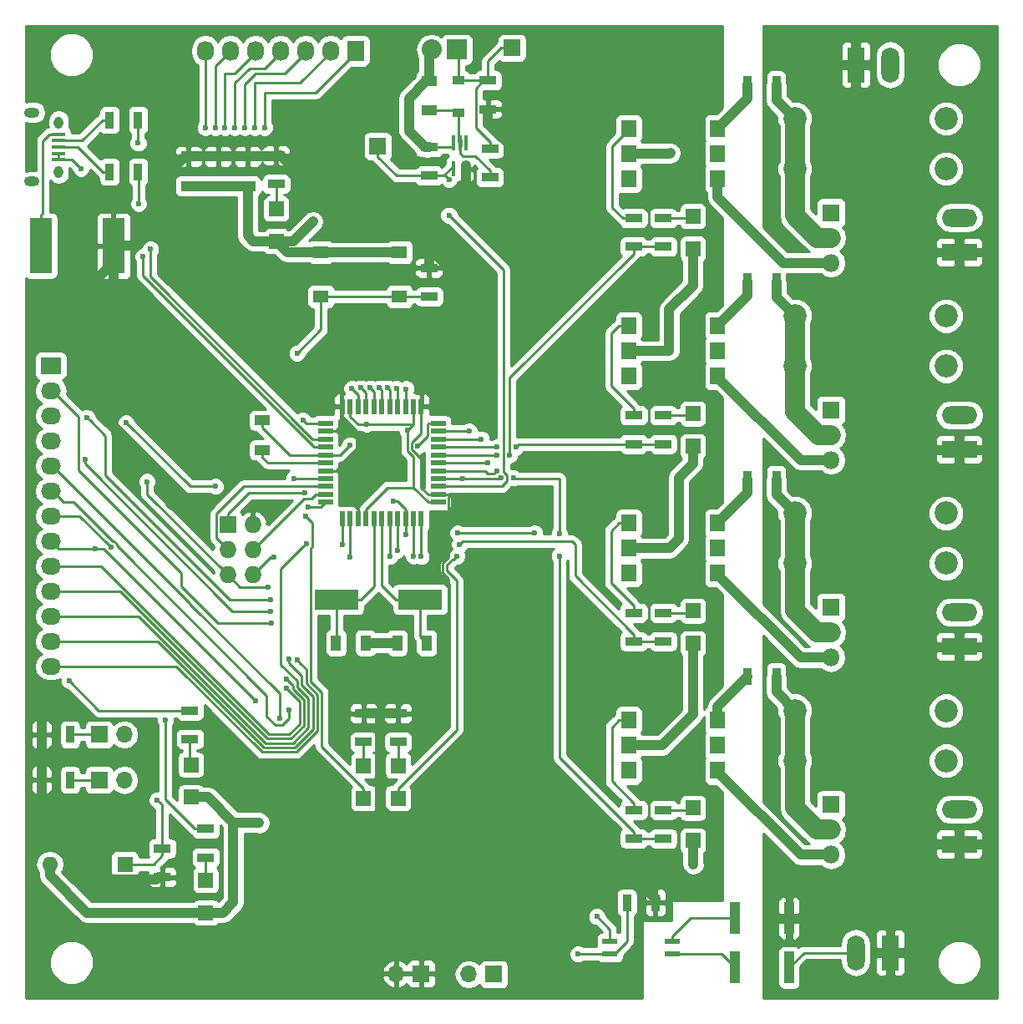
<source format=gtl>
G04 #@! TF.FileFunction,Copper,L1,Top,Signal*
%FSLAX46Y46*%
G04 Gerber Fmt 4.6, Leading zero omitted, Abs format (unit mm)*
G04 Created by KiCad (PCBNEW 4.0.5) date 05/01/17 10:10:00*
%MOMM*%
%LPD*%
G01*
G04 APERTURE LIST*
%ADD10C,0.100000*%
%ADD11R,1.520000X0.610000*%
%ADD12R,1.000000X3.200000*%
%ADD13R,1.727200X1.727200*%
%ADD14O,1.727200X1.727200*%
%ADD15R,1.800000X3.600000*%
%ADD16O,1.800000X3.600000*%
%ADD17R,1.700000X0.900000*%
%ADD18R,1.350000X0.400000*%
%ADD19O,0.950000X1.250000*%
%ADD20O,1.550000X1.000000*%
%ADD21R,2.032000X1.727200*%
%ADD22O,2.032000X1.727200*%
%ADD23R,1.500000X0.550000*%
%ADD24R,0.550000X1.500000*%
%ADD25C,2.349500*%
%ADD26R,1.600000X1.000000*%
%ADD27R,1.500000X1.500000*%
%ADD28R,2.300000X5.600000*%
%ADD29R,1.700000X1.700000*%
%ADD30O,1.700000X1.700000*%
%ADD31R,0.900000X1.700000*%
%ADD32R,1.550000X1.300000*%
%ADD33R,1.600000X1.600000*%
%ADD34O,1.600000X1.600000*%
%ADD35R,1.000000X1.600000*%
%ADD36R,4.500000X2.000000*%
%ADD37R,3.600000X1.800000*%
%ADD38O,3.600000X1.800000*%
%ADD39R,1.727200X2.032000*%
%ADD40O,1.727200X2.032000*%
%ADD41R,2.032000X2.032000*%
%ADD42O,2.032000X2.032000*%
%ADD43R,1.200000X0.900000*%
%ADD44R,0.400000X1.500000*%
%ADD45R,1.800000X1.800000*%
%ADD46O,1.800000X1.800000*%
%ADD47R,1.525000X1.780000*%
%ADD48C,0.600000*%
%ADD49C,0.250000*%
%ADD50C,1.000000*%
%ADD51C,2.000000*%
%ADD52C,0.254000*%
G04 APERTURE END LIST*
D10*
D11*
X95925000Y-112135000D03*
X95925000Y-110865000D03*
X89575000Y-110865000D03*
X89575000Y-112135000D03*
D12*
X107750000Y-113500000D03*
X102250000Y-113500000D03*
X107750000Y-108500000D03*
X102250000Y-108500000D03*
D13*
X50860000Y-68650000D03*
D14*
X53400000Y-68650000D03*
X50860000Y-71190000D03*
X53400000Y-71190000D03*
X50860000Y-73730000D03*
X53400000Y-73730000D03*
D15*
X114510000Y-22000000D03*
D16*
X118010000Y-22000000D03*
D17*
X71260000Y-33250000D03*
X71260000Y-30350000D03*
D18*
X33710000Y-29050000D03*
X33710000Y-29700000D03*
X33710000Y-30350000D03*
X33710000Y-31000000D03*
X33710000Y-31650000D03*
D19*
X33710000Y-27850000D03*
X33710000Y-32850000D03*
D20*
X31010000Y-26850000D03*
X31010000Y-33850000D03*
D17*
X95000000Y-80450000D03*
X95000000Y-77550000D03*
D21*
X32910000Y-52500000D03*
D22*
X32910000Y-55040000D03*
X32910000Y-57580000D03*
X32910000Y-60120000D03*
X32910000Y-62660000D03*
X32910000Y-65200000D03*
X32910000Y-67740000D03*
X32910000Y-70280000D03*
X32910000Y-72820000D03*
X32910000Y-75360000D03*
X32910000Y-77900000D03*
X32910000Y-80440000D03*
X32910000Y-82980000D03*
D23*
X60760000Y-58350000D03*
X60760000Y-59150000D03*
X60760000Y-59950000D03*
X60760000Y-60750000D03*
X60760000Y-61550000D03*
X60760000Y-62350000D03*
X60760000Y-63150000D03*
X60760000Y-63950000D03*
X60760000Y-64750000D03*
X60760000Y-65550000D03*
X60760000Y-66350000D03*
D24*
X62460000Y-68050000D03*
X63260000Y-68050000D03*
X64060000Y-68050000D03*
X64860000Y-68050000D03*
X65660000Y-68050000D03*
X66460000Y-68050000D03*
X67260000Y-68050000D03*
X68060000Y-68050000D03*
X68860000Y-68050000D03*
X69660000Y-68050000D03*
X70460000Y-68050000D03*
D23*
X72160000Y-66350000D03*
X72160000Y-65550000D03*
X72160000Y-64750000D03*
X72160000Y-63950000D03*
X72160000Y-63150000D03*
X72160000Y-62350000D03*
X72160000Y-61550000D03*
X72160000Y-60750000D03*
X72160000Y-59950000D03*
X72160000Y-59150000D03*
X72160000Y-58350000D03*
D24*
X70460000Y-56650000D03*
X69660000Y-56650000D03*
X68860000Y-56650000D03*
X68060000Y-56650000D03*
X67260000Y-56650000D03*
X66460000Y-56650000D03*
X65660000Y-56650000D03*
X64860000Y-56650000D03*
X64060000Y-56650000D03*
X63260000Y-56650000D03*
X62460000Y-56650000D03*
D25*
X123660640Y-27460000D03*
X123660640Y-32540000D03*
X108339360Y-27460000D03*
X108339360Y-32540000D03*
D26*
X46860000Y-31300000D03*
X46860000Y-34300000D03*
X49860000Y-31300000D03*
X49860000Y-34300000D03*
X71260000Y-26650000D03*
X71260000Y-23650000D03*
X54360000Y-61050000D03*
X54360000Y-58050000D03*
D27*
X55760000Y-36600000D03*
X55760000Y-39900000D03*
X64610000Y-93050000D03*
X64610000Y-96350000D03*
X68110000Y-93050000D03*
X68110000Y-96350000D03*
X48610000Y-104650000D03*
X48610000Y-107950000D03*
X98000000Y-37350000D03*
X98000000Y-40650000D03*
X98000000Y-57350000D03*
X98000000Y-60650000D03*
D28*
X39260000Y-40350000D03*
X31860000Y-40350000D03*
D29*
X37810000Y-94500000D03*
D30*
X40350000Y-94500000D03*
D29*
X37810000Y-89900000D03*
D30*
X40350000Y-89900000D03*
D17*
X92000000Y-40450000D03*
X92000000Y-37550000D03*
X95000000Y-40450000D03*
X95000000Y-37550000D03*
D31*
X106450000Y-24000000D03*
X103550000Y-24000000D03*
X94210000Y-106950000D03*
X91310000Y-106950000D03*
X41760000Y-32850000D03*
X38860000Y-32850000D03*
D17*
X55760000Y-31200000D03*
X55760000Y-34100000D03*
D31*
X41760000Y-27600000D03*
X38860000Y-27600000D03*
D17*
X92000000Y-60450000D03*
X92000000Y-57550000D03*
X95000000Y-60450000D03*
X95000000Y-57550000D03*
X71260000Y-42600000D03*
X71260000Y-45500000D03*
D31*
X106450000Y-44000000D03*
X103550000Y-44000000D03*
D17*
X77210000Y-26500000D03*
X77210000Y-23600000D03*
X77410000Y-33400000D03*
X77410000Y-30500000D03*
X92000000Y-80450000D03*
X92000000Y-77550000D03*
D31*
X106450000Y-64000000D03*
X103550000Y-64000000D03*
D17*
X64610000Y-87750000D03*
X64610000Y-90650000D03*
X68110000Y-87750000D03*
X68110000Y-90650000D03*
X44210000Y-104350000D03*
X44210000Y-101450000D03*
D31*
X106450000Y-84000000D03*
X103550000Y-84000000D03*
X31960000Y-94500000D03*
X34860000Y-94500000D03*
X31960000Y-89900000D03*
X34860000Y-89900000D03*
D17*
X48610000Y-99450000D03*
X48610000Y-102350000D03*
D32*
X60285000Y-41000000D03*
X68235000Y-41000000D03*
X60285000Y-45500000D03*
X68235000Y-45500000D03*
D33*
X40410000Y-103050000D03*
D34*
X32790000Y-103050000D03*
D27*
X98000000Y-77350000D03*
X98000000Y-80650000D03*
X98000000Y-97350000D03*
X98000000Y-100650000D03*
D17*
X92000000Y-100450000D03*
X92000000Y-97550000D03*
X95000000Y-100450000D03*
X95000000Y-97550000D03*
D35*
X71010000Y-80600000D03*
X68010000Y-80600000D03*
X61810000Y-80600000D03*
X64810000Y-80600000D03*
D36*
X70360000Y-76200000D03*
X61860000Y-76200000D03*
D27*
X47110000Y-92950000D03*
X47110000Y-96250000D03*
D17*
X47010000Y-87450000D03*
X47010000Y-90350000D03*
D25*
X123660640Y-47460000D03*
X123660640Y-52540000D03*
X108339360Y-47460000D03*
X108339360Y-52540000D03*
X123660640Y-67460000D03*
X123660640Y-72540000D03*
X108339360Y-67460000D03*
X108339360Y-72540000D03*
X123660640Y-87460000D03*
X123660640Y-92540000D03*
X108339360Y-87460000D03*
X108339360Y-92540000D03*
D37*
X125000000Y-61000000D03*
D38*
X125000000Y-57500000D03*
D37*
X125000000Y-81000000D03*
D38*
X125000000Y-77500000D03*
D15*
X118000000Y-112000000D03*
D16*
X114500000Y-112000000D03*
D37*
X125000000Y-41000000D03*
D38*
X125000000Y-37500000D03*
D37*
X125000000Y-101000000D03*
D38*
X125000000Y-97500000D03*
D39*
X63810000Y-20600000D03*
D40*
X61270000Y-20600000D03*
X58730000Y-20600000D03*
X56190000Y-20600000D03*
X53650000Y-20600000D03*
X51110000Y-20600000D03*
X48570000Y-20600000D03*
D41*
X74060000Y-20450000D03*
D42*
X71520000Y-20450000D03*
D43*
X74260000Y-26900000D03*
X74260000Y-23600000D03*
D26*
X52860000Y-31300000D03*
X52860000Y-34300000D03*
D44*
X75010000Y-29920000D03*
X74360000Y-29920000D03*
X73710000Y-29920000D03*
X73710000Y-32580000D03*
X75010000Y-32580000D03*
D45*
X112000000Y-37000000D03*
D46*
X112000000Y-39540000D03*
X112000000Y-42080000D03*
D45*
X112000000Y-57000000D03*
D46*
X112000000Y-59540000D03*
X112000000Y-62080000D03*
D45*
X112000000Y-77000000D03*
D46*
X112000000Y-79540000D03*
X112000000Y-82080000D03*
D45*
X112000000Y-97000000D03*
D46*
X112000000Y-99540000D03*
X112000000Y-102080000D03*
D29*
X79660000Y-20300000D03*
X77810000Y-114200000D03*
D30*
X75270000Y-114200000D03*
D29*
X70460000Y-114150000D03*
D30*
X67920000Y-114150000D03*
D47*
X91500000Y-28460000D03*
X100500000Y-33540000D03*
X91500000Y-31000000D03*
X100500000Y-31000000D03*
X91500000Y-33540000D03*
X100500000Y-28460000D03*
X91500000Y-48460000D03*
X100500000Y-53540000D03*
X91500000Y-51000000D03*
X100500000Y-51000000D03*
X91500000Y-53540000D03*
X100500000Y-48460000D03*
X91500000Y-68460000D03*
X100500000Y-73540000D03*
X91500000Y-71000000D03*
X100500000Y-71000000D03*
X91500000Y-73540000D03*
X100500000Y-68460000D03*
X91500000Y-88460000D03*
X100500000Y-93540000D03*
X91500000Y-91000000D03*
X100500000Y-91000000D03*
X91500000Y-93540000D03*
X100500000Y-88460000D03*
D29*
X66060000Y-30250000D03*
D48*
X35960000Y-32550000D03*
X55560000Y-71950000D03*
X88260000Y-108350000D03*
X95732600Y-30937200D03*
X95580200Y-50977800D03*
X95656400Y-70942200D03*
X95656400Y-70942200D03*
X95326200Y-90525600D03*
X98044000Y-103047800D03*
X66510000Y-80600000D03*
X59460000Y-37900000D03*
X53960000Y-98800000D03*
X69034987Y-59075013D03*
X70110000Y-60650000D03*
X64910000Y-58450000D03*
X63210000Y-60550000D03*
X45360000Y-66750000D03*
X57562751Y-63924990D03*
X58710000Y-67750000D03*
X70460000Y-71850000D03*
X74060000Y-71850000D03*
X36576000Y-57759600D03*
X55219600Y-76225400D03*
X68060000Y-71196200D03*
X36372800Y-62026800D03*
X55143400Y-77393800D03*
X67260000Y-71850000D03*
X58682001Y-65375010D03*
X58960000Y-66850000D03*
X57860000Y-51250000D03*
X42660000Y-64250000D03*
X63260000Y-71950000D03*
X54960000Y-74950000D03*
X54560000Y-28350000D03*
X68910000Y-54850000D03*
X53560000Y-28350000D03*
X67960000Y-54800000D03*
X52560000Y-28350000D03*
X67060000Y-54750000D03*
X51560000Y-28350000D03*
X66210000Y-54750000D03*
X50560000Y-28350000D03*
X65260000Y-54750000D03*
X49560000Y-28350000D03*
X64360000Y-54750000D03*
X48560000Y-28400000D03*
X63410000Y-54800000D03*
X86360000Y-112150000D03*
X81960000Y-69450000D03*
X74160000Y-69450000D03*
X68860000Y-69650000D03*
X40538400Y-58267600D03*
X49580800Y-64744600D03*
X67665600Y-66217800D03*
X69660000Y-71800000D03*
X55270400Y-78638400D03*
X43708738Y-96532636D03*
X76530200Y-59944000D03*
X56083200Y-88290400D03*
X78127698Y-63179809D03*
X57048400Y-87376000D03*
X38987165Y-70894667D03*
X58445400Y-58013600D03*
X34760000Y-84450000D03*
X77165200Y-62331600D03*
X53695600Y-86487000D03*
X37414200Y-71069200D03*
X44551600Y-88392000D03*
X56760000Y-85200000D03*
X78151949Y-61591949D03*
X79410000Y-61550000D03*
X56760000Y-84250000D03*
X78110000Y-60750000D03*
X80060000Y-60750000D03*
X74334968Y-70600000D03*
X58810000Y-70550000D03*
X62460000Y-70600000D03*
X78519621Y-63900000D03*
X74660000Y-63950000D03*
X57010000Y-82200000D03*
X79810000Y-63900000D03*
X84460000Y-69550000D03*
X84460000Y-71800000D03*
X57856192Y-82328844D03*
X75310000Y-59150000D03*
X41810000Y-36100000D03*
X42260000Y-41450000D03*
X41760000Y-29950000D03*
X43010000Y-40700000D03*
X73260000Y-37250000D03*
X73260000Y-33600000D03*
D49*
X33710000Y-31650000D02*
X35060000Y-31650000D01*
X35060000Y-31650000D02*
X35960000Y-32550000D01*
X33710000Y-31000000D02*
X33710000Y-31650000D01*
X53400000Y-73730000D02*
X55180000Y-71950000D01*
X55180000Y-71950000D02*
X55560000Y-71950000D01*
X60760000Y-61550000D02*
X57110000Y-61550000D01*
X57110000Y-61550000D02*
X54360000Y-58800000D01*
X54360000Y-58800000D02*
X54360000Y-58050000D01*
X89575000Y-110560000D02*
X89575000Y-109665000D01*
X89575000Y-109665000D02*
X88260000Y-108350000D01*
X73710000Y-30300000D02*
X71310000Y-30300000D01*
X71310000Y-30300000D02*
X71260000Y-30350000D01*
D50*
X71260000Y-23650000D02*
X71260000Y-20710000D01*
X71260000Y-20710000D02*
X71520000Y-20450000D01*
X92190000Y-31000000D02*
X95669800Y-31000000D01*
X95669800Y-31000000D02*
X95732600Y-30937200D01*
X95580200Y-46786800D02*
X98000000Y-44367000D01*
X98000000Y-44367000D02*
X98000000Y-40650000D01*
X95580200Y-50977800D02*
X95580200Y-46786800D01*
X92190000Y-51000000D02*
X95558000Y-51000000D01*
X95558000Y-51000000D02*
X95580200Y-50977800D01*
X95656400Y-70942200D02*
X96550001Y-70048599D01*
X96550001Y-70048599D02*
X96550001Y-63849999D01*
X96550001Y-63849999D02*
X98000000Y-62400000D01*
X98000000Y-62400000D02*
X98000000Y-60650000D01*
X92190000Y-71000000D02*
X95598600Y-71000000D01*
X95598600Y-71000000D02*
X95656400Y-70942200D01*
X98000000Y-80650000D02*
X98000000Y-87851800D01*
X98000000Y-87851800D02*
X95326200Y-90525600D01*
X92190000Y-91000000D02*
X94851800Y-91000000D01*
X94851800Y-91000000D02*
X95326200Y-90525600D01*
X98000000Y-100650000D02*
X98000000Y-103003800D01*
X98000000Y-103003800D02*
X98044000Y-103047800D01*
X66510000Y-80600000D02*
X68010000Y-80600000D01*
X64810000Y-80600000D02*
X66510000Y-80600000D01*
X55760000Y-39900000D02*
X57460000Y-39900000D01*
X57460000Y-39900000D02*
X59460000Y-37900000D01*
X52860000Y-39350000D02*
X53410000Y-39900000D01*
X53410000Y-39900000D02*
X55760000Y-39900000D01*
X52860000Y-34300000D02*
X52860000Y-39350000D01*
X49860000Y-34300000D02*
X52860000Y-34300000D01*
X46860000Y-34300000D02*
X49860000Y-34300000D01*
X60285000Y-41000000D02*
X56860000Y-41000000D01*
X56860000Y-41000000D02*
X55760000Y-39900000D01*
X68235000Y-41000000D02*
X60285000Y-41000000D01*
X69210000Y-28700000D02*
X69210000Y-25400000D01*
X69210000Y-25400000D02*
X70960000Y-23650000D01*
X70960000Y-23650000D02*
X71260000Y-23650000D01*
X71260000Y-30350000D02*
X70860000Y-30350000D01*
X70860000Y-30350000D02*
X69210000Y-28700000D01*
X51410000Y-98800000D02*
X53960000Y-98800000D01*
X53960000Y-98800000D02*
X54010000Y-98850000D01*
X32790000Y-103050000D02*
X32790000Y-104181370D01*
X32790000Y-104181370D02*
X36558630Y-107950000D01*
X36558630Y-107950000D02*
X46860000Y-107950000D01*
X46860000Y-107950000D02*
X48610000Y-107950000D01*
X51410000Y-98800000D02*
X51410000Y-106900000D01*
X51410000Y-106900000D02*
X50360000Y-107950000D01*
X50360000Y-107950000D02*
X48610000Y-107950000D01*
X47110000Y-96250000D02*
X48860000Y-96250000D01*
X48860000Y-96250000D02*
X51410000Y-98800000D01*
D49*
X69034987Y-59075013D02*
X69660000Y-58450000D01*
X69034987Y-61136402D02*
X69034987Y-59075013D01*
X69660000Y-61761415D02*
X69034987Y-61136402D01*
X69660000Y-64850000D02*
X69660000Y-61761415D01*
X72160000Y-58350000D02*
X71160000Y-58350000D01*
X71160000Y-58350000D02*
X71084999Y-58425001D01*
X71084999Y-58425001D02*
X71084999Y-59675001D01*
X71084999Y-59675001D02*
X70110000Y-60650000D01*
X60760000Y-61550000D02*
X62210000Y-61550000D01*
X62210000Y-61550000D02*
X63210000Y-60550000D01*
X64860000Y-68050000D02*
X64860000Y-67050000D01*
X64860000Y-67050000D02*
X67060000Y-64850000D01*
X67060000Y-64850000D02*
X69660000Y-64850000D01*
X69660000Y-58450000D02*
X69660000Y-57650000D01*
X63260000Y-56650000D02*
X63260000Y-57650000D01*
X63260000Y-57650000D02*
X64060000Y-58450000D01*
X64060000Y-58450000D02*
X69660000Y-58450000D01*
X72160000Y-66350000D02*
X71160000Y-66350000D01*
X71160000Y-66350000D02*
X69660000Y-64850000D01*
X69660000Y-57650000D02*
X69660000Y-56650000D01*
D50*
X45060001Y-64450001D02*
X39260000Y-58650000D01*
X39260000Y-58650000D02*
X39260000Y-40350000D01*
X45360000Y-66750000D02*
X45060001Y-66450001D01*
X45060001Y-66450001D02*
X45060001Y-64450001D01*
D49*
X73235001Y-74085216D02*
X73235001Y-81924999D01*
X72635787Y-73486002D02*
X73235001Y-74085216D01*
X72635787Y-72513198D02*
X72635787Y-73486002D01*
X73235001Y-71913984D02*
X72635787Y-72513198D01*
X73235001Y-65625001D02*
X73235001Y-71913984D01*
X72160000Y-65550000D02*
X73160000Y-65550000D01*
X73160000Y-65550000D02*
X73235001Y-65625001D01*
X73235001Y-81924999D02*
X68110000Y-87050000D01*
X68110000Y-87050000D02*
X68110000Y-87750000D01*
D50*
X64610000Y-87750000D02*
X66310000Y-87750000D01*
X94210000Y-106950000D02*
X94210000Y-106550000D01*
X94210000Y-106550000D02*
X92760000Y-105100000D01*
X66310000Y-87750000D02*
X68110000Y-87750000D01*
X92760000Y-105100000D02*
X74099998Y-105100000D01*
X74099998Y-105100000D02*
X66310000Y-97310002D01*
X66310000Y-97310002D02*
X66310000Y-87750000D01*
D49*
X70460000Y-56650000D02*
X70460000Y-59374996D01*
X71160000Y-65550000D02*
X72160000Y-65550000D01*
X70460000Y-64850000D02*
X71160000Y-65550000D01*
X69484998Y-60349998D02*
X69484998Y-60950002D01*
X69484998Y-60950002D02*
X70460000Y-61925004D01*
X70460000Y-59374996D02*
X69484998Y-60349998D01*
X70460000Y-61925004D02*
X70460000Y-64850000D01*
X63935002Y-59125002D02*
X62460000Y-57650000D01*
X62460000Y-62350000D02*
X63935002Y-60874998D01*
X63935002Y-60874998D02*
X63935002Y-59125002D01*
D50*
X71260000Y-42600000D02*
X71260000Y-40600000D01*
X71260000Y-40600000D02*
X71260000Y-35300000D01*
X70460000Y-53850000D02*
X74210000Y-50100000D01*
X74210000Y-50100000D02*
X74210000Y-43550000D01*
X74210000Y-43550000D02*
X71260000Y-40600000D01*
D49*
X62460000Y-56650000D02*
X62460000Y-53850000D01*
X62460000Y-53850000D02*
X70460000Y-53850000D01*
X70460000Y-53850000D02*
X70460000Y-56650000D01*
X62460000Y-62450000D02*
X62460000Y-62350000D01*
X64060000Y-68050000D02*
X64060000Y-67050000D01*
X64060000Y-67050000D02*
X62460000Y-65450000D01*
X62460000Y-65450000D02*
X62460000Y-62350000D01*
X60760000Y-63150000D02*
X61760000Y-63150000D01*
X61760000Y-63150000D02*
X62460000Y-62450000D01*
X62460000Y-57650000D02*
X62460000Y-56650000D01*
X60760000Y-59150000D02*
X61760000Y-59150000D01*
X61760000Y-59150000D02*
X62460000Y-58450000D01*
X62460000Y-58450000D02*
X62460000Y-57650000D01*
D50*
X30810000Y-86900000D02*
X30810000Y-50450000D01*
X30810000Y-50450000D02*
X39260000Y-42000000D01*
X39260000Y-42000000D02*
X39260000Y-40350000D01*
X31960000Y-89900000D02*
X31960000Y-88050000D01*
X31960000Y-88050000D02*
X30810000Y-86900000D01*
X44210000Y-104350000D02*
X43810000Y-104350000D01*
X43810000Y-104350000D02*
X43609999Y-104550001D01*
X43609999Y-104550001D02*
X39049999Y-104550001D01*
X39049999Y-104550001D02*
X31960000Y-97460002D01*
X31960000Y-97460002D02*
X31960000Y-96350000D01*
X31960000Y-96350000D02*
X31960000Y-94500000D01*
X31960000Y-94500000D02*
X31960000Y-89900000D01*
X71260000Y-35300000D02*
X71110000Y-35150000D01*
X60110000Y-35150000D02*
X70810000Y-35150000D01*
X70810000Y-35150000D02*
X71110000Y-35150000D01*
X71110000Y-35150000D02*
X73960000Y-35150000D01*
X80210000Y-34450000D02*
X80210000Y-30950000D01*
X80210000Y-30950000D02*
X77210000Y-27950000D01*
X77210000Y-27950000D02*
X77210000Y-26500000D01*
X79510000Y-35150000D02*
X80210000Y-34450000D01*
X73960000Y-35150000D02*
X79510000Y-35150000D01*
X73960000Y-35150000D02*
X75010000Y-34100000D01*
X75010000Y-34100000D02*
X75010000Y-32200000D01*
X55760000Y-31200000D02*
X56160000Y-31200000D01*
X56160000Y-31200000D02*
X60110000Y-35150000D01*
X52860000Y-31300000D02*
X55660000Y-31300000D01*
X55660000Y-31300000D02*
X55760000Y-31200000D01*
X49860000Y-31300000D02*
X52860000Y-31300000D01*
X46860000Y-31300000D02*
X49860000Y-31300000D01*
X44110000Y-37650000D02*
X44110000Y-33750000D01*
X44110000Y-33750000D02*
X46560000Y-31300000D01*
X46560000Y-31300000D02*
X46860000Y-31300000D01*
X39260000Y-40350000D02*
X41410000Y-40350000D01*
X41410000Y-40350000D02*
X44110000Y-37650000D01*
D49*
X75960000Y-31250000D02*
X74690000Y-31250000D01*
X74690000Y-31250000D02*
X74360000Y-30920000D01*
X74360000Y-30920000D02*
X74360000Y-29920000D01*
X77410000Y-33400000D02*
X77410000Y-32700000D01*
X77410000Y-32700000D02*
X75960000Y-31250000D01*
X74260000Y-26900000D02*
X74260000Y-29820000D01*
X74260000Y-29820000D02*
X74360000Y-29920000D01*
X74260000Y-29250000D02*
X74260000Y-29395000D01*
X74260000Y-29395000D02*
X74474999Y-29609999D01*
X74474999Y-29609999D02*
X74474999Y-30185001D01*
X74474999Y-30185001D02*
X74360000Y-30300000D01*
X71260000Y-26650000D02*
X74010000Y-26650000D01*
X74010000Y-26650000D02*
X74260000Y-26900000D01*
X60760000Y-62350000D02*
X54910000Y-62350000D01*
X54910000Y-62350000D02*
X54360000Y-61800000D01*
X54360000Y-61800000D02*
X54360000Y-61050000D01*
D50*
X118000000Y-111100000D02*
X118000000Y-112000000D01*
D49*
X55760000Y-34100000D02*
X55760000Y-34800000D01*
X55760000Y-34800000D02*
X55760000Y-36600000D01*
X79660000Y-20300000D02*
X78560000Y-20300000D01*
X78560000Y-20300000D02*
X77210000Y-21650000D01*
X77210000Y-21650000D02*
X77210000Y-22900000D01*
X77210000Y-22900000D02*
X77210000Y-23600000D01*
X77210000Y-23600000D02*
X76810000Y-23600000D01*
X76810000Y-23600000D02*
X76034999Y-24375001D01*
X76034999Y-24375001D02*
X76034999Y-28424999D01*
X76034999Y-28424999D02*
X77410000Y-29800000D01*
X77410000Y-29800000D02*
X77410000Y-30500000D01*
X74260000Y-23600000D02*
X74260000Y-20650000D01*
X74260000Y-20650000D02*
X74060000Y-20450000D01*
X77210000Y-23600000D02*
X76110000Y-23600000D01*
X76110000Y-23600000D02*
X74260000Y-23600000D01*
X64610000Y-90650000D02*
X64610000Y-93050000D01*
X68110000Y-90650000D02*
X68110000Y-93050000D01*
X48610000Y-104650000D02*
X48610000Y-102350000D01*
X95000000Y-37550000D02*
X97800000Y-37550000D01*
X97800000Y-37550000D02*
X98000000Y-37350000D01*
X57587761Y-63950000D02*
X57562751Y-63924990D01*
X60760000Y-63950000D02*
X57587761Y-63950000D01*
X59009999Y-68049999D02*
X58710000Y-67750000D01*
X59235057Y-71049947D02*
X59435002Y-70850002D01*
X59435002Y-68475002D02*
X59009999Y-68049999D01*
X59435002Y-70850002D02*
X59435002Y-68475002D01*
X60373468Y-91113468D02*
X60373468Y-85656409D01*
X64610000Y-95350000D02*
X60373468Y-91113468D01*
X64610000Y-96350000D02*
X64610000Y-95350000D01*
X59235057Y-84517998D02*
X59235057Y-71049947D01*
X60373468Y-85656409D02*
X59235057Y-84517998D01*
X95000000Y-57550000D02*
X97800000Y-57550000D01*
X97800000Y-57550000D02*
X98000000Y-57350000D01*
X68110000Y-96350000D02*
X68110000Y-95350000D01*
X73760001Y-72149999D02*
X74060000Y-71850000D01*
X73085798Y-72699598D02*
X73635397Y-72149999D01*
X74060000Y-89400000D02*
X74060000Y-74273804D01*
X73085798Y-73299602D02*
X73085798Y-72699598D01*
X74060000Y-74273804D02*
X73085798Y-73299602D01*
X68110000Y-95350000D02*
X74060000Y-89400000D01*
X73635397Y-72149999D02*
X73760001Y-72149999D01*
X70460000Y-68050000D02*
X70460000Y-71850000D01*
X70460000Y-68050000D02*
X70460000Y-69050000D01*
X70460000Y-68525000D02*
X70460000Y-68050000D01*
X95000000Y-77550000D02*
X97800000Y-77550000D01*
X97800000Y-77550000D02*
X98000000Y-77350000D01*
X33710000Y-29050000D02*
X32785000Y-29050000D01*
X32785000Y-29050000D02*
X32110010Y-29724990D01*
X32110010Y-29724990D02*
X32110010Y-37049990D01*
X32110010Y-37049990D02*
X31860000Y-37300000D01*
X31860000Y-37300000D02*
X31860000Y-40350000D01*
X34860000Y-94500000D02*
X37810000Y-94500000D01*
X36875999Y-58059599D02*
X36576000Y-57759600D01*
X55219600Y-76225400D02*
X51031457Y-76225400D01*
X51031457Y-76225400D02*
X38434989Y-63628932D01*
X38434989Y-63628932D02*
X38434989Y-59618589D01*
X38434989Y-59618589D02*
X36875999Y-58059599D01*
X68060000Y-68050000D02*
X68060000Y-71196200D01*
X68060000Y-68050000D02*
X68060000Y-69050000D01*
X68043058Y-68033058D02*
X68060000Y-68050000D01*
X34860000Y-89900000D02*
X35560000Y-89900000D01*
X35560000Y-89900000D02*
X37810000Y-89900000D01*
X36372800Y-62451064D02*
X36372800Y-62026800D01*
X51315536Y-77393800D02*
X36372800Y-62451064D01*
X55143400Y-77393800D02*
X51315536Y-77393800D01*
X67260000Y-68050000D02*
X67260000Y-71850000D01*
X114500000Y-112000000D02*
X109250000Y-112000000D01*
X109250000Y-112000000D02*
X107750000Y-113500000D01*
X58257737Y-65375010D02*
X58682001Y-65375010D01*
X50860000Y-67536400D02*
X53021390Y-65375010D01*
X50860000Y-68650000D02*
X50860000Y-67536400D01*
X53021390Y-65375010D02*
X58257737Y-65375010D01*
X58960000Y-66850000D02*
X60260000Y-66850000D01*
X60260000Y-66850000D02*
X60760000Y-66350000D01*
X50860000Y-71190000D02*
X49671399Y-70001399D01*
X49671399Y-67526399D02*
X52447798Y-64750000D01*
X49671399Y-70001399D02*
X49671399Y-67526399D01*
X52447798Y-64750000D02*
X59760000Y-64750000D01*
X59760000Y-64750000D02*
X60760000Y-64750000D01*
X58589988Y-66000012D02*
X59309988Y-66000012D01*
X59309988Y-66000012D02*
X59760000Y-65550000D01*
X53400000Y-71190000D02*
X58589988Y-66000012D01*
X59760000Y-65550000D02*
X60760000Y-65550000D01*
X57860000Y-51250000D02*
X60285000Y-48825000D01*
X60285000Y-48825000D02*
X60285000Y-45500000D01*
X50860000Y-73730000D02*
X42660000Y-65530000D01*
X42660000Y-65530000D02*
X42660000Y-64250000D01*
X63260000Y-71950000D02*
X63260000Y-71525736D01*
X63260000Y-71525736D02*
X63260000Y-68050000D01*
X50860000Y-73730000D02*
X52080000Y-74950000D01*
X52080000Y-74950000D02*
X54960000Y-74950000D01*
X63260000Y-68050000D02*
X63260000Y-69050000D01*
X68235000Y-45500000D02*
X60285000Y-45500000D01*
X71260000Y-45500000D02*
X70160000Y-45500000D01*
X70160000Y-45500000D02*
X68235000Y-45500000D01*
X54560000Y-24850000D02*
X59712400Y-24850000D01*
X59712400Y-24850000D02*
X63810000Y-20752400D01*
X63810000Y-20752400D02*
X63810000Y-20600000D01*
X54560000Y-28350000D02*
X54560000Y-24850000D01*
X68860000Y-56650000D02*
X68860000Y-54900000D01*
X68860000Y-54900000D02*
X68910000Y-54850000D01*
X53560000Y-28350000D02*
X53560000Y-23850000D01*
X53560000Y-23850000D02*
X58172400Y-23850000D01*
X58172400Y-23850000D02*
X61270000Y-20752400D01*
X61270000Y-20752400D02*
X61270000Y-20600000D01*
X68060000Y-56650000D02*
X68060000Y-54900000D01*
X68060000Y-54900000D02*
X67960000Y-54800000D01*
X53660000Y-22850000D02*
X56632400Y-22850000D01*
X56632400Y-22850000D02*
X58730000Y-20752400D01*
X58730000Y-20752400D02*
X58730000Y-20600000D01*
X52560000Y-23950000D02*
X53660000Y-22850000D01*
X52560000Y-28350000D02*
X52560000Y-23950000D01*
X67260000Y-56650000D02*
X67260000Y-54950000D01*
X67260000Y-54950000D02*
X67060000Y-54750000D01*
X53060000Y-22350000D02*
X54592400Y-22350000D01*
X54592400Y-22350000D02*
X56190000Y-20752400D01*
X56190000Y-20752400D02*
X56190000Y-20600000D01*
X51560000Y-23850000D02*
X53060000Y-22350000D01*
X51560000Y-28350000D02*
X51560000Y-23850000D01*
X66460000Y-56650000D02*
X66460000Y-55000000D01*
X66460000Y-55000000D02*
X66210000Y-54750000D01*
X50560000Y-22850000D02*
X51552400Y-22850000D01*
X51552400Y-22850000D02*
X53650000Y-20752400D01*
X53650000Y-20752400D02*
X53650000Y-20600000D01*
X50560000Y-28350000D02*
X50560000Y-22850000D01*
X65660000Y-56650000D02*
X65660000Y-55150000D01*
X65660000Y-55150000D02*
X65260000Y-54750000D01*
X49560000Y-28350000D02*
X49560000Y-22150000D01*
X49560000Y-22150000D02*
X51110000Y-20600000D01*
X64860000Y-56650000D02*
X64860000Y-55250000D01*
X64860000Y-55250000D02*
X64360000Y-54750000D01*
X48560000Y-28400000D02*
X48560000Y-20610000D01*
X48560000Y-20610000D02*
X48570000Y-20600000D01*
X64060000Y-56650000D02*
X64060000Y-55450000D01*
X64060000Y-55450000D02*
X63410000Y-54800000D01*
X86360000Y-112150000D02*
X89560000Y-112150000D01*
X89560000Y-112150000D02*
X89575000Y-112135000D01*
X74160000Y-69450000D02*
X81960000Y-69450000D01*
X68860000Y-68050000D02*
X68860000Y-69650000D01*
X89575000Y-112135000D02*
X89120000Y-112135000D01*
X91310000Y-106950000D02*
X91310000Y-110855000D01*
X91310000Y-110855000D02*
X90030000Y-112135000D01*
X90030000Y-112135000D02*
X89575000Y-112135000D01*
X49580800Y-64744600D02*
X47015400Y-64744600D01*
X47015400Y-64744600D02*
X40538400Y-58267600D01*
X68860000Y-68050000D02*
X68860000Y-67050000D01*
X68860000Y-67050000D02*
X68027800Y-66217800D01*
X68027800Y-66217800D02*
X67665600Y-66217800D01*
X68910200Y-68100200D02*
X68860000Y-68050000D01*
X68910000Y-68000000D02*
X68860000Y-68050000D01*
X46103169Y-73509770D02*
X46103169Y-74882532D01*
X46103169Y-74882532D02*
X49859037Y-78638400D01*
X54846136Y-78638400D02*
X55270400Y-78638400D01*
X49859037Y-78638400D02*
X54846136Y-78638400D01*
X32910000Y-55040000D02*
X33062400Y-55040000D01*
X35712400Y-63119000D02*
X46103169Y-73509770D01*
X35712400Y-57690000D02*
X35712400Y-63119000D01*
X33062400Y-55040000D02*
X35712400Y-57690000D01*
X69660000Y-68050000D02*
X69660000Y-71800000D01*
X69760000Y-67950000D02*
X69660000Y-68050000D01*
X44210000Y-97033898D02*
X44008737Y-96832635D01*
X44210000Y-101450000D02*
X44210000Y-97033898D01*
X44008737Y-96832635D02*
X43708738Y-96532636D01*
X56083200Y-87866136D02*
X56083200Y-88290400D01*
X32910000Y-62660000D02*
X33062400Y-62660000D01*
X56083200Y-85702173D02*
X56083200Y-87866136D01*
X46999358Y-76596958D02*
X46999358Y-76618331D01*
X33062400Y-62660000D02*
X46999358Y-76596958D01*
X46999358Y-76618331D02*
X56083200Y-85702173D01*
X72160000Y-59950000D02*
X75438000Y-59950000D01*
X75438000Y-59950000D02*
X75560000Y-59950000D01*
X76530200Y-59944000D02*
X75444000Y-59944000D01*
X75444000Y-59944000D02*
X75438000Y-59950000D01*
X40157400Y-102797400D02*
X40410000Y-103050000D01*
X40410000Y-103050000D02*
X43310000Y-103050000D01*
X43310000Y-103050000D02*
X44210000Y-102150000D01*
X44210000Y-102150000D02*
X44210000Y-101450000D01*
X76906198Y-63150000D02*
X77236006Y-63479808D01*
X77827699Y-63479808D02*
X78127698Y-63179809D01*
X77236006Y-63479808D02*
X77827699Y-63479808D01*
X72160000Y-63150000D02*
X76906198Y-63150000D01*
X57048400Y-87800264D02*
X57048400Y-87376000D01*
X39287166Y-70269666D02*
X39612166Y-70594666D01*
X39612166Y-70594666D02*
X39612166Y-70737770D01*
X39612166Y-70737770D02*
X54797798Y-85923402D01*
X54797798Y-85923402D02*
X54797798Y-88057002D01*
X33062400Y-65200000D02*
X34176000Y-66313600D01*
X34176000Y-66313600D02*
X35187996Y-66313600D01*
X32910000Y-65200000D02*
X33062400Y-65200000D01*
X54797798Y-88057002D02*
X55656198Y-88915402D01*
X56383202Y-88915402D02*
X57048400Y-88250204D01*
X35187996Y-66313600D02*
X39144062Y-70269666D01*
X39144062Y-70269666D02*
X39287166Y-70269666D01*
X57048400Y-88250204D02*
X57048400Y-87800264D01*
X55656198Y-88915402D02*
X56383202Y-88915402D01*
X72292600Y-63017400D02*
X72160000Y-63150000D01*
X35832498Y-67740000D02*
X38687166Y-70594668D01*
X32910000Y-67740000D02*
X35832498Y-67740000D01*
X38687166Y-70594668D02*
X38987165Y-70894667D01*
X60760000Y-58350000D02*
X58781800Y-58350000D01*
X58781800Y-58350000D02*
X58445400Y-58013600D01*
X47010000Y-87450000D02*
X37760000Y-87450000D01*
X37760000Y-87450000D02*
X34760000Y-84450000D01*
X48610000Y-99450000D02*
X47510000Y-99450000D01*
X47510000Y-99450000D02*
X44551600Y-96491600D01*
X44551600Y-96491600D02*
X44551600Y-95776602D01*
X77165200Y-62331600D02*
X72178400Y-62331600D01*
X72178400Y-62331600D02*
X72160000Y-62350000D01*
X38277800Y-71069200D02*
X53695600Y-86487000D01*
X37414200Y-71069200D02*
X38277800Y-71069200D01*
X37414200Y-71069200D02*
X33699200Y-71069200D01*
X33699200Y-71069200D02*
X32910000Y-70280000D01*
X44551600Y-95776602D02*
X44551600Y-88392000D01*
X48610000Y-99450000D02*
X48210000Y-99450000D01*
X32910000Y-70280000D02*
X33062400Y-70280000D01*
X58123413Y-88803613D02*
X58123413Y-86593165D01*
X58123413Y-86593165D02*
X56760000Y-85229752D01*
X55054798Y-89866224D02*
X57060802Y-89866224D01*
X57060802Y-89866224D02*
X58123413Y-88803613D01*
X38008574Y-72820000D02*
X55054798Y-89866224D01*
X32910000Y-72820000D02*
X38008574Y-72820000D01*
X56760000Y-85229752D02*
X56760000Y-85200000D01*
X78110000Y-61550000D02*
X78151949Y-61591949D01*
X72160000Y-61550000D02*
X78110000Y-61550000D01*
X92000000Y-40450000D02*
X92000000Y-41150000D01*
X92000000Y-41150000D02*
X79410000Y-53740000D01*
X79410000Y-53740000D02*
X79410000Y-61550000D01*
X92000000Y-40450000D02*
X95000000Y-40450000D01*
X92000000Y-40450000D02*
X92400000Y-40450000D01*
X54868398Y-90316235D02*
X57247202Y-90316235D01*
X57059999Y-84549999D02*
X56760000Y-84250000D01*
X58573424Y-86402009D02*
X57435013Y-85263598D01*
X32910000Y-75360000D02*
X39912163Y-75360000D01*
X57247202Y-90316235D02*
X58573424Y-88990013D01*
X57435013Y-84925013D02*
X57059999Y-84549999D01*
X39912163Y-75360000D02*
X54868398Y-90316235D01*
X57435013Y-85263598D02*
X57435013Y-84925013D01*
X58573424Y-88990013D02*
X58573424Y-86402009D01*
X72160000Y-60750000D02*
X75410000Y-60750000D01*
X75410000Y-60750000D02*
X75560000Y-60750000D01*
X78110000Y-60750000D02*
X75410000Y-60750000D01*
X92000000Y-60450000D02*
X80360000Y-60450000D01*
X80360000Y-60450000D02*
X80060000Y-60750000D01*
X92000000Y-60450000D02*
X93100000Y-60450000D01*
X93100000Y-60450000D02*
X95000000Y-60450000D01*
X92000000Y-60450000D02*
X92400000Y-60450000D01*
X32910000Y-75360000D02*
X33062400Y-75360000D01*
X54681998Y-90766246D02*
X57433602Y-90766246D01*
X57885024Y-85077199D02*
X57885024Y-84450020D01*
X56235002Y-73124998D02*
X58510001Y-70849999D01*
X58510001Y-70849999D02*
X58810000Y-70550000D01*
X59023435Y-89176413D02*
X59023435Y-86215609D01*
X59023435Y-86215609D02*
X57885024Y-85077199D01*
X57885024Y-84450020D02*
X56235002Y-82799998D01*
X56235002Y-82799998D02*
X56235002Y-73124998D01*
X57433602Y-90766246D02*
X59023435Y-89176413D01*
X41815752Y-77900000D02*
X54681998Y-90766246D01*
X32910000Y-77900000D02*
X41815752Y-77900000D01*
X92000000Y-80450000D02*
X92000000Y-79750000D01*
X85760001Y-70300001D02*
X74634967Y-70300001D01*
X92000000Y-79750000D02*
X86060000Y-73810000D01*
X86060000Y-70600000D02*
X85760001Y-70300001D01*
X74634967Y-70300001D02*
X74334968Y-70600000D01*
X86060000Y-73810000D02*
X86060000Y-70600000D01*
X62460000Y-68050000D02*
X62460000Y-70600000D01*
X92000000Y-80450000D02*
X93100000Y-80450000D01*
X93100000Y-80450000D02*
X95000000Y-80450000D01*
X92000000Y-80450000D02*
X92400000Y-80450000D01*
X32910000Y-77900000D02*
X33062400Y-77900000D01*
X62460001Y-68049999D02*
X62460000Y-68050000D01*
X78469621Y-63950000D02*
X78519621Y-63900000D01*
X74660000Y-63950000D02*
X78469621Y-63950000D01*
X32910000Y-80440000D02*
X43719341Y-80440000D01*
X54495598Y-91216257D02*
X57620002Y-91216257D01*
X59473446Y-86029209D02*
X58335035Y-84890798D01*
X43719341Y-80440000D02*
X54495598Y-91216257D01*
X57620002Y-91216257D02*
X59473446Y-89362813D01*
X58335035Y-83949299D02*
X57010000Y-82624264D01*
X57010000Y-82624264D02*
X57010000Y-82200000D01*
X59473446Y-89362813D02*
X59473446Y-86029209D01*
X58335035Y-84890798D02*
X58335035Y-83949299D01*
X72160000Y-63950000D02*
X74660000Y-63950000D01*
X84460000Y-63950000D02*
X79860000Y-63950000D01*
X79860000Y-63950000D02*
X79810000Y-63900000D01*
X84460000Y-69125736D02*
X84460000Y-63950000D01*
X84460000Y-69550000D02*
X84460000Y-69125736D01*
X92000000Y-100450000D02*
X92000000Y-99750000D01*
X92000000Y-99750000D02*
X84460000Y-92210000D01*
X84460000Y-92210000D02*
X84460000Y-71800000D01*
X92000000Y-100450000D02*
X95000000Y-100450000D01*
X32910000Y-82980000D02*
X45622930Y-82980000D01*
X58156191Y-82628843D02*
X57856192Y-82328844D01*
X45622930Y-82980000D02*
X54309198Y-91666268D01*
X54309198Y-91666268D02*
X57806402Y-91666268D01*
X57806402Y-91666268D02*
X59923457Y-89549213D01*
X58785046Y-83257698D02*
X58156191Y-82628843D01*
X58785046Y-84704399D02*
X58785046Y-83257698D01*
X59923457Y-89549213D02*
X59923457Y-85842809D01*
X59923457Y-85842809D02*
X58785046Y-84704399D01*
X72160000Y-59150000D02*
X75310000Y-59150000D01*
X89835000Y-36485000D02*
X89835000Y-30252500D01*
X89835000Y-30252500D02*
X91500000Y-28587500D01*
X91500000Y-28587500D02*
X91500000Y-28460000D01*
X92000000Y-37550000D02*
X90900000Y-37550000D01*
X90900000Y-37550000D02*
X89835000Y-36485000D01*
D50*
X103550000Y-24000000D02*
X103550000Y-25410000D01*
X103550000Y-25410000D02*
X100500000Y-28460000D01*
D49*
X99980000Y-28310000D02*
X99870000Y-28310000D01*
X42260000Y-41874264D02*
X42260000Y-41450000D01*
X42260000Y-43389615D02*
X42260000Y-41874264D01*
X59620385Y-60750000D02*
X42260000Y-43389615D01*
X60760000Y-60750000D02*
X59620385Y-60750000D01*
X41810000Y-36100000D02*
X41810000Y-32900000D01*
X41810000Y-32900000D02*
X41760000Y-32850000D01*
X43010000Y-41124264D02*
X43010000Y-40700000D01*
X59456796Y-59950000D02*
X43010000Y-43503204D01*
X60760000Y-59950000D02*
X59456796Y-59950000D01*
X43010000Y-43503204D02*
X43010000Y-41124264D01*
X41760000Y-29950000D02*
X41760000Y-27600000D01*
X71260000Y-33250000D02*
X67960000Y-33250000D01*
X67960000Y-33250000D02*
X66060000Y-31350000D01*
X66060000Y-31350000D02*
X66060000Y-30250000D01*
X78594623Y-64750000D02*
X73160000Y-64750000D01*
X78776950Y-63232327D02*
X79144622Y-63599999D01*
X79144622Y-63599999D02*
X79144622Y-64200001D01*
X73160000Y-64750000D02*
X72160000Y-64750000D01*
X73260000Y-37250000D02*
X78776950Y-42766950D01*
X79144622Y-64200001D02*
X78594623Y-64750000D01*
X78776950Y-42766950D02*
X78776950Y-63232327D01*
X72750000Y-33250000D02*
X72910000Y-33250000D01*
X72910000Y-33250000D02*
X73260000Y-33600000D01*
X71260000Y-33250000D02*
X72750000Y-33250000D01*
X72750000Y-33250000D02*
X73710000Y-32290000D01*
X73710000Y-32290000D02*
X73710000Y-32200000D01*
X72210000Y-64700000D02*
X72160000Y-64750000D01*
D50*
X100500000Y-33540000D02*
X100500000Y-35430000D01*
X100500000Y-35430000D02*
X107150000Y-42080000D01*
X107150000Y-42080000D02*
X110727208Y-42080000D01*
X110727208Y-42080000D02*
X112000000Y-42080000D01*
X100500000Y-33667500D02*
X100500000Y-33540000D01*
X100500000Y-53540000D02*
X100500000Y-53667500D01*
X100500000Y-53667500D02*
X108912500Y-62080000D01*
X108912500Y-62080000D02*
X110727208Y-62080000D01*
X110727208Y-62080000D02*
X112000000Y-62080000D01*
X100500000Y-73540000D02*
X100500000Y-73667500D01*
X100500000Y-73667500D02*
X108912500Y-82080000D01*
X108912500Y-82080000D02*
X110727208Y-82080000D01*
X110727208Y-82080000D02*
X112000000Y-82080000D01*
X100500000Y-93540000D02*
X100500000Y-93667500D01*
X100500000Y-93667500D02*
X108912500Y-102080000D01*
X108912500Y-102080000D02*
X110727208Y-102080000D01*
X110727208Y-102080000D02*
X112000000Y-102080000D01*
D49*
X95000000Y-97550000D02*
X97800000Y-97550000D01*
X97800000Y-97550000D02*
X98000000Y-97350000D01*
X89710000Y-49237500D02*
X89710000Y-54560000D01*
X89710000Y-54560000D02*
X92000000Y-56850000D01*
X92000000Y-56850000D02*
X92000000Y-57550000D01*
X91500000Y-48460000D02*
X90487500Y-48460000D01*
X90487500Y-48460000D02*
X89710000Y-49237500D01*
D50*
X103550000Y-44000000D02*
X103550000Y-45410000D01*
X103550000Y-45410000D02*
X100500000Y-48460000D01*
D49*
X89685000Y-69262500D02*
X89685000Y-74535000D01*
X89685000Y-74535000D02*
X92000000Y-76850000D01*
X92000000Y-76850000D02*
X92000000Y-77550000D01*
X91500000Y-68460000D02*
X90487500Y-68460000D01*
X90487500Y-68460000D02*
X89685000Y-69262500D01*
X90940000Y-68460000D02*
X90864999Y-68535001D01*
D50*
X103550000Y-64000000D02*
X103550000Y-65410000D01*
X103550000Y-65410000D02*
X100500000Y-68460000D01*
D49*
X89785000Y-89162500D02*
X89785000Y-94635000D01*
X89785000Y-94635000D02*
X92000000Y-96850000D01*
X92000000Y-96850000D02*
X92000000Y-97550000D01*
X91500000Y-88460000D02*
X90487500Y-88460000D01*
X90487500Y-88460000D02*
X89785000Y-89162500D01*
D50*
X100500000Y-88460000D02*
X100500000Y-87050000D01*
X100500000Y-87050000D02*
X103550000Y-84000000D01*
D49*
X70360000Y-76200000D02*
X70360000Y-79950000D01*
X70360000Y-79950000D02*
X71010000Y-80600000D01*
X70360000Y-76200000D02*
X67860000Y-76200000D01*
X67860000Y-76200000D02*
X66460000Y-74800000D01*
X66460000Y-74800000D02*
X66460000Y-69050000D01*
X66460000Y-69050000D02*
X66460000Y-68050000D01*
X71010000Y-76850000D02*
X70360000Y-76200000D01*
X61860000Y-76200000D02*
X61860000Y-80550000D01*
X61860000Y-80550000D02*
X61810000Y-80600000D01*
X61860000Y-76200000D02*
X64360000Y-76200000D01*
X64360000Y-76200000D02*
X65660000Y-74900000D01*
X65660000Y-74900000D02*
X65660000Y-69050000D01*
X65660000Y-69050000D02*
X65660000Y-68050000D01*
X61810000Y-76250000D02*
X61860000Y-76200000D01*
X47010000Y-90350000D02*
X47010000Y-92850000D01*
X47010000Y-92850000D02*
X47110000Y-92950000D01*
X38860000Y-27600000D02*
X38160000Y-27600000D01*
X38160000Y-27600000D02*
X36060000Y-29700000D01*
X36060000Y-29700000D02*
X34635000Y-29700000D01*
X34635000Y-29700000D02*
X33710000Y-29700000D01*
X38860000Y-28000000D02*
X38860000Y-27600000D01*
X38860000Y-32850000D02*
X38160000Y-32850000D01*
X38160000Y-32850000D02*
X35660000Y-30350000D01*
X35660000Y-30350000D02*
X34635000Y-30350000D01*
X34635000Y-30350000D02*
X33710000Y-30350000D01*
X38860000Y-32450000D02*
X38860000Y-32850000D01*
D50*
X106450000Y-24000000D02*
X106450000Y-25570640D01*
X106450000Y-25570640D02*
X108339360Y-27460000D01*
D51*
X108339360Y-32540000D02*
X108339360Y-37299362D01*
X108339360Y-37299362D02*
X110579998Y-39540000D01*
X110579998Y-39540000D02*
X110727208Y-39540000D01*
X110727208Y-39540000D02*
X112000000Y-39540000D01*
X108339360Y-27460000D02*
X108339360Y-32540000D01*
D50*
X106450000Y-44000000D02*
X106450000Y-45570640D01*
X106450000Y-45570640D02*
X108339360Y-47460000D01*
D51*
X108339360Y-52540000D02*
X108339360Y-57152152D01*
X108339360Y-57152152D02*
X110727208Y-59540000D01*
X110727208Y-59540000D02*
X112000000Y-59540000D01*
X108339360Y-52540000D02*
X108339360Y-47460000D01*
D50*
X106450000Y-64000000D02*
X106450000Y-65570640D01*
X106450000Y-65570640D02*
X108339360Y-67460000D01*
D51*
X108339360Y-72540000D02*
X108339360Y-77299362D01*
X108339360Y-77299362D02*
X110579998Y-79540000D01*
X110579998Y-79540000D02*
X110727208Y-79540000D01*
X110727208Y-79540000D02*
X112000000Y-79540000D01*
X108339360Y-67460000D02*
X108339360Y-72540000D01*
D50*
X106450000Y-84000000D02*
X106450000Y-85570640D01*
X106450000Y-85570640D02*
X108339360Y-87460000D01*
D51*
X108339360Y-92540000D02*
X108339360Y-97299362D01*
X108339360Y-97299362D02*
X110579998Y-99540000D01*
X110579998Y-99540000D02*
X110727208Y-99540000D01*
X110727208Y-99540000D02*
X112000000Y-99540000D01*
X108339360Y-92540000D02*
X108339360Y-87460000D01*
D49*
X95925000Y-112135000D02*
X100885000Y-112135000D01*
X100885000Y-112135000D02*
X102250000Y-113500000D01*
X95925000Y-110865000D02*
X95925000Y-110310000D01*
X95925000Y-110310000D02*
X97735000Y-108500000D01*
X97735000Y-108500000D02*
X101500000Y-108500000D01*
X101500000Y-108500000D02*
X102250000Y-108500000D01*
D52*
G36*
X128850000Y-116640000D02*
X105127000Y-116640000D01*
X105127000Y-111900000D01*
X106602560Y-111900000D01*
X106602560Y-115100000D01*
X106646838Y-115335317D01*
X106785910Y-115551441D01*
X106998110Y-115696431D01*
X107250000Y-115747440D01*
X108250000Y-115747440D01*
X108485317Y-115703162D01*
X108701441Y-115564090D01*
X108846431Y-115351890D01*
X108897440Y-115100000D01*
X108897440Y-113427362D01*
X109564802Y-112760000D01*
X112965000Y-112760000D01*
X112965000Y-112947704D01*
X113081845Y-113535123D01*
X113414591Y-114033113D01*
X113912581Y-114365859D01*
X114500000Y-114482704D01*
X115087419Y-114365859D01*
X115585409Y-114033113D01*
X115918155Y-113535123D01*
X116035000Y-112947704D01*
X116035000Y-112531750D01*
X116465000Y-112531750D01*
X116465000Y-113926310D01*
X116561673Y-114159699D01*
X116740302Y-114338327D01*
X116973691Y-114435000D01*
X117468250Y-114435000D01*
X117627000Y-114276250D01*
X117627000Y-112373000D01*
X118373000Y-112373000D01*
X118373000Y-114276250D01*
X118531750Y-114435000D01*
X119026309Y-114435000D01*
X119259698Y-114338327D01*
X119438327Y-114159699D01*
X119535000Y-113926310D01*
X119535000Y-113442619D01*
X122764613Y-113442619D01*
X123104155Y-114264372D01*
X123732321Y-114893636D01*
X124553481Y-115234611D01*
X125442619Y-115235387D01*
X126264372Y-114895845D01*
X126893636Y-114267679D01*
X127234611Y-113446519D01*
X127235387Y-112557381D01*
X126895845Y-111735628D01*
X126267679Y-111106364D01*
X125446519Y-110765389D01*
X124557381Y-110764613D01*
X123735628Y-111104155D01*
X123106364Y-111732321D01*
X122765389Y-112553481D01*
X122764613Y-113442619D01*
X119535000Y-113442619D01*
X119535000Y-112531750D01*
X119376250Y-112373000D01*
X118373000Y-112373000D01*
X117627000Y-112373000D01*
X116623750Y-112373000D01*
X116465000Y-112531750D01*
X116035000Y-112531750D01*
X116035000Y-111052296D01*
X115918155Y-110464877D01*
X115656773Y-110073690D01*
X116465000Y-110073690D01*
X116465000Y-111468250D01*
X116623750Y-111627000D01*
X117627000Y-111627000D01*
X117627000Y-109723750D01*
X118373000Y-109723750D01*
X118373000Y-111627000D01*
X119376250Y-111627000D01*
X119535000Y-111468250D01*
X119535000Y-110073690D01*
X119438327Y-109840301D01*
X119259698Y-109661673D01*
X119026309Y-109565000D01*
X118531750Y-109565000D01*
X118373000Y-109723750D01*
X117627000Y-109723750D01*
X117468250Y-109565000D01*
X116973691Y-109565000D01*
X116740302Y-109661673D01*
X116561673Y-109840301D01*
X116465000Y-110073690D01*
X115656773Y-110073690D01*
X115585409Y-109966887D01*
X115087419Y-109634141D01*
X114500000Y-109517296D01*
X113912581Y-109634141D01*
X113414591Y-109966887D01*
X113081845Y-110464877D01*
X112965000Y-111052296D01*
X112965000Y-111240000D01*
X109250000Y-111240000D01*
X108959160Y-111297852D01*
X108719960Y-111457681D01*
X108714090Y-111448559D01*
X108501890Y-111303569D01*
X108250000Y-111252560D01*
X107250000Y-111252560D01*
X107014683Y-111296838D01*
X106798559Y-111435910D01*
X106653569Y-111648110D01*
X106602560Y-111900000D01*
X105127000Y-111900000D01*
X105127000Y-109031750D01*
X106615000Y-109031750D01*
X106615000Y-110226310D01*
X106711673Y-110459699D01*
X106890302Y-110638327D01*
X107123691Y-110735000D01*
X107341250Y-110735000D01*
X107500000Y-110576250D01*
X107500000Y-108873000D01*
X108000000Y-108873000D01*
X108000000Y-110576250D01*
X108158750Y-110735000D01*
X108376309Y-110735000D01*
X108609698Y-110638327D01*
X108788327Y-110459699D01*
X108885000Y-110226310D01*
X108885000Y-109031750D01*
X108726250Y-108873000D01*
X108000000Y-108873000D01*
X107500000Y-108873000D01*
X106773750Y-108873000D01*
X106615000Y-109031750D01*
X105127000Y-109031750D01*
X105127000Y-106773690D01*
X106615000Y-106773690D01*
X106615000Y-107968250D01*
X106773750Y-108127000D01*
X107500000Y-108127000D01*
X107500000Y-106423750D01*
X108000000Y-106423750D01*
X108000000Y-108127000D01*
X108726250Y-108127000D01*
X108885000Y-107968250D01*
X108885000Y-106773690D01*
X108788327Y-106540301D01*
X108609698Y-106361673D01*
X108376309Y-106265000D01*
X108158750Y-106265000D01*
X108000000Y-106423750D01*
X107500000Y-106423750D01*
X107341250Y-106265000D01*
X107123691Y-106265000D01*
X106890302Y-106361673D01*
X106711673Y-106540301D01*
X106615000Y-106773690D01*
X105127000Y-106773690D01*
X105127000Y-99899632D01*
X108109934Y-102882566D01*
X108478155Y-103128604D01*
X108912500Y-103215000D01*
X110943803Y-103215000D01*
X111412581Y-103528227D01*
X112000000Y-103645072D01*
X112587419Y-103528227D01*
X113085409Y-103195481D01*
X113418155Y-102697491D01*
X113535000Y-102110072D01*
X113535000Y-102049928D01*
X113431928Y-101531750D01*
X122565000Y-101531750D01*
X122565000Y-102026309D01*
X122661673Y-102259698D01*
X122840301Y-102438327D01*
X123073690Y-102535000D01*
X124468250Y-102535000D01*
X124627000Y-102376250D01*
X124627000Y-101373000D01*
X125373000Y-101373000D01*
X125373000Y-102376250D01*
X125531750Y-102535000D01*
X126926310Y-102535000D01*
X127159699Y-102438327D01*
X127338327Y-102259698D01*
X127435000Y-102026309D01*
X127435000Y-101531750D01*
X127276250Y-101373000D01*
X125373000Y-101373000D01*
X124627000Y-101373000D01*
X122723750Y-101373000D01*
X122565000Y-101531750D01*
X113431928Y-101531750D01*
X113418155Y-101462509D01*
X113085409Y-100964519D01*
X112919920Y-100853943D01*
X113156120Y-100696120D01*
X113510543Y-100165687D01*
X113548733Y-99973691D01*
X122565000Y-99973691D01*
X122565000Y-100468250D01*
X122723750Y-100627000D01*
X124627000Y-100627000D01*
X124627000Y-99623750D01*
X125373000Y-99623750D01*
X125373000Y-100627000D01*
X127276250Y-100627000D01*
X127435000Y-100468250D01*
X127435000Y-99973691D01*
X127338327Y-99740302D01*
X127159699Y-99561673D01*
X126926310Y-99465000D01*
X125531750Y-99465000D01*
X125373000Y-99623750D01*
X124627000Y-99623750D01*
X124468250Y-99465000D01*
X123073690Y-99465000D01*
X122840301Y-99561673D01*
X122661673Y-99740302D01*
X122565000Y-99973691D01*
X113548733Y-99973691D01*
X113635000Y-99540000D01*
X113510543Y-98914313D01*
X113205602Y-98457935D01*
X113351441Y-98364090D01*
X113496431Y-98151890D01*
X113547440Y-97900000D01*
X113547440Y-97500000D01*
X122517296Y-97500000D01*
X122634141Y-98087419D01*
X122966887Y-98585409D01*
X123464877Y-98918155D01*
X124052296Y-99035000D01*
X125947704Y-99035000D01*
X126535123Y-98918155D01*
X127033113Y-98585409D01*
X127365859Y-98087419D01*
X127482704Y-97500000D01*
X127365859Y-96912581D01*
X127033113Y-96414591D01*
X126535123Y-96081845D01*
X125947704Y-95965000D01*
X124052296Y-95965000D01*
X123464877Y-96081845D01*
X122966887Y-96414591D01*
X122634141Y-96912581D01*
X122517296Y-97500000D01*
X113547440Y-97500000D01*
X113547440Y-96100000D01*
X113503162Y-95864683D01*
X113364090Y-95648559D01*
X113151890Y-95503569D01*
X112900000Y-95452560D01*
X111100000Y-95452560D01*
X110864683Y-95496838D01*
X110648559Y-95635910D01*
X110503569Y-95848110D01*
X110452560Y-96100000D01*
X110452560Y-97100322D01*
X109974360Y-96622122D01*
X109974360Y-93321647D01*
X110148795Y-92901561D01*
X110148797Y-92898402D01*
X121850577Y-92898402D01*
X122125514Y-93563802D01*
X122634161Y-94073337D01*
X123299079Y-94349435D01*
X124019042Y-94350063D01*
X124684442Y-94075126D01*
X125193977Y-93566479D01*
X125470075Y-92901561D01*
X125470703Y-92181598D01*
X125195766Y-91516198D01*
X124687119Y-91006663D01*
X124022201Y-90730565D01*
X123302238Y-90729937D01*
X122636838Y-91004874D01*
X122127303Y-91513521D01*
X121851205Y-92178439D01*
X121850577Y-92898402D01*
X110148797Y-92898402D01*
X110149423Y-92181598D01*
X109974360Y-91757912D01*
X109974360Y-88241647D01*
X110148795Y-87821561D01*
X110148797Y-87818402D01*
X121850577Y-87818402D01*
X122125514Y-88483802D01*
X122634161Y-88993337D01*
X123299079Y-89269435D01*
X124019042Y-89270063D01*
X124684442Y-88995126D01*
X125193977Y-88486479D01*
X125470075Y-87821561D01*
X125470703Y-87101598D01*
X125195766Y-86436198D01*
X124687119Y-85926663D01*
X124022201Y-85650565D01*
X123302238Y-85649937D01*
X122636838Y-85924874D01*
X122127303Y-86433521D01*
X121851205Y-87098439D01*
X121850577Y-87818402D01*
X110148797Y-87818402D01*
X110149423Y-87101598D01*
X109874486Y-86436198D01*
X109365839Y-85926663D01*
X108700921Y-85650565D01*
X108134563Y-85650071D01*
X107585000Y-85100508D01*
X107585000Y-84000000D01*
X107547440Y-83811174D01*
X107547440Y-83150000D01*
X107503162Y-82914683D01*
X107364090Y-82698559D01*
X107151890Y-82553569D01*
X106900000Y-82502560D01*
X106000000Y-82502560D01*
X105764683Y-82546838D01*
X105548559Y-82685910D01*
X105403569Y-82898110D01*
X105352560Y-83150000D01*
X105352560Y-83811174D01*
X105315000Y-84000000D01*
X105315000Y-85570640D01*
X105401397Y-86004986D01*
X105601112Y-86303880D01*
X105647434Y-86373206D01*
X106529788Y-87255560D01*
X106529297Y-87818402D01*
X106704360Y-88242088D01*
X106704360Y-91758353D01*
X106529925Y-92178439D01*
X106529297Y-92898402D01*
X106704360Y-93322088D01*
X106704360Y-97299357D01*
X106704359Y-97299362D01*
X106828817Y-97925050D01*
X107183240Y-98455482D01*
X109423876Y-100696117D01*
X109423878Y-100696120D01*
X109796354Y-100945000D01*
X109382632Y-100945000D01*
X105127000Y-96689368D01*
X105127000Y-79899632D01*
X108109934Y-82882566D01*
X108478155Y-83128604D01*
X108912500Y-83215000D01*
X110943803Y-83215000D01*
X111412581Y-83528227D01*
X112000000Y-83645072D01*
X112587419Y-83528227D01*
X113085409Y-83195481D01*
X113418155Y-82697491D01*
X113535000Y-82110072D01*
X113535000Y-82049928D01*
X113431928Y-81531750D01*
X122565000Y-81531750D01*
X122565000Y-82026309D01*
X122661673Y-82259698D01*
X122840301Y-82438327D01*
X123073690Y-82535000D01*
X124468250Y-82535000D01*
X124627000Y-82376250D01*
X124627000Y-81373000D01*
X125373000Y-81373000D01*
X125373000Y-82376250D01*
X125531750Y-82535000D01*
X126926310Y-82535000D01*
X127159699Y-82438327D01*
X127338327Y-82259698D01*
X127435000Y-82026309D01*
X127435000Y-81531750D01*
X127276250Y-81373000D01*
X125373000Y-81373000D01*
X124627000Y-81373000D01*
X122723750Y-81373000D01*
X122565000Y-81531750D01*
X113431928Y-81531750D01*
X113418155Y-81462509D01*
X113085409Y-80964519D01*
X112919920Y-80853943D01*
X113156120Y-80696120D01*
X113510543Y-80165687D01*
X113548733Y-79973691D01*
X122565000Y-79973691D01*
X122565000Y-80468250D01*
X122723750Y-80627000D01*
X124627000Y-80627000D01*
X124627000Y-79623750D01*
X125373000Y-79623750D01*
X125373000Y-80627000D01*
X127276250Y-80627000D01*
X127435000Y-80468250D01*
X127435000Y-79973691D01*
X127338327Y-79740302D01*
X127159699Y-79561673D01*
X126926310Y-79465000D01*
X125531750Y-79465000D01*
X125373000Y-79623750D01*
X124627000Y-79623750D01*
X124468250Y-79465000D01*
X123073690Y-79465000D01*
X122840301Y-79561673D01*
X122661673Y-79740302D01*
X122565000Y-79973691D01*
X113548733Y-79973691D01*
X113635000Y-79540000D01*
X113510543Y-78914313D01*
X113205602Y-78457935D01*
X113351441Y-78364090D01*
X113496431Y-78151890D01*
X113547440Y-77900000D01*
X113547440Y-77500000D01*
X122517296Y-77500000D01*
X122634141Y-78087419D01*
X122966887Y-78585409D01*
X123464877Y-78918155D01*
X124052296Y-79035000D01*
X125947704Y-79035000D01*
X126535123Y-78918155D01*
X127033113Y-78585409D01*
X127365859Y-78087419D01*
X127482704Y-77500000D01*
X127365859Y-76912581D01*
X127033113Y-76414591D01*
X126535123Y-76081845D01*
X125947704Y-75965000D01*
X124052296Y-75965000D01*
X123464877Y-76081845D01*
X122966887Y-76414591D01*
X122634141Y-76912581D01*
X122517296Y-77500000D01*
X113547440Y-77500000D01*
X113547440Y-76100000D01*
X113503162Y-75864683D01*
X113364090Y-75648559D01*
X113151890Y-75503569D01*
X112900000Y-75452560D01*
X111100000Y-75452560D01*
X110864683Y-75496838D01*
X110648559Y-75635910D01*
X110503569Y-75848110D01*
X110452560Y-76100000D01*
X110452560Y-77100322D01*
X109974360Y-76622122D01*
X109974360Y-73321647D01*
X110148795Y-72901561D01*
X110148797Y-72898402D01*
X121850577Y-72898402D01*
X122125514Y-73563802D01*
X122634161Y-74073337D01*
X123299079Y-74349435D01*
X124019042Y-74350063D01*
X124684442Y-74075126D01*
X125193977Y-73566479D01*
X125470075Y-72901561D01*
X125470703Y-72181598D01*
X125195766Y-71516198D01*
X124687119Y-71006663D01*
X124022201Y-70730565D01*
X123302238Y-70729937D01*
X122636838Y-71004874D01*
X122127303Y-71513521D01*
X121851205Y-72178439D01*
X121850577Y-72898402D01*
X110148797Y-72898402D01*
X110149423Y-72181598D01*
X109974360Y-71757912D01*
X109974360Y-68241647D01*
X110148795Y-67821561D01*
X110148797Y-67818402D01*
X121850577Y-67818402D01*
X122125514Y-68483802D01*
X122634161Y-68993337D01*
X123299079Y-69269435D01*
X124019042Y-69270063D01*
X124684442Y-68995126D01*
X125193977Y-68486479D01*
X125470075Y-67821561D01*
X125470703Y-67101598D01*
X125195766Y-66436198D01*
X124687119Y-65926663D01*
X124022201Y-65650565D01*
X123302238Y-65649937D01*
X122636838Y-65924874D01*
X122127303Y-66433521D01*
X121851205Y-67098439D01*
X121850577Y-67818402D01*
X110148797Y-67818402D01*
X110149423Y-67101598D01*
X109874486Y-66436198D01*
X109365839Y-65926663D01*
X108700921Y-65650565D01*
X108134563Y-65650071D01*
X107585000Y-65100508D01*
X107585000Y-64000000D01*
X107547440Y-63811174D01*
X107547440Y-63150000D01*
X107503162Y-62914683D01*
X107364090Y-62698559D01*
X107151890Y-62553569D01*
X106900000Y-62502560D01*
X106000000Y-62502560D01*
X105764683Y-62546838D01*
X105548559Y-62685910D01*
X105403569Y-62898110D01*
X105352560Y-63150000D01*
X105352560Y-63811174D01*
X105315000Y-64000000D01*
X105315000Y-65570640D01*
X105401397Y-66004986D01*
X105601112Y-66303880D01*
X105647434Y-66373206D01*
X106529788Y-67255560D01*
X106529297Y-67818402D01*
X106704360Y-68242088D01*
X106704360Y-71758353D01*
X106529925Y-72178439D01*
X106529297Y-72898402D01*
X106704360Y-73322088D01*
X106704360Y-77299357D01*
X106704359Y-77299362D01*
X106828817Y-77925050D01*
X107183240Y-78455482D01*
X109423876Y-80696117D01*
X109423878Y-80696120D01*
X109796354Y-80945000D01*
X109382632Y-80945000D01*
X105127000Y-76689368D01*
X105127000Y-59899632D01*
X108109934Y-62882566D01*
X108478155Y-63128604D01*
X108912500Y-63215000D01*
X110943803Y-63215000D01*
X111412581Y-63528227D01*
X112000000Y-63645072D01*
X112587419Y-63528227D01*
X113085409Y-63195481D01*
X113418155Y-62697491D01*
X113535000Y-62110072D01*
X113535000Y-62049928D01*
X113431928Y-61531750D01*
X122565000Y-61531750D01*
X122565000Y-62026309D01*
X122661673Y-62259698D01*
X122840301Y-62438327D01*
X123073690Y-62535000D01*
X124468250Y-62535000D01*
X124627000Y-62376250D01*
X124627000Y-61373000D01*
X125373000Y-61373000D01*
X125373000Y-62376250D01*
X125531750Y-62535000D01*
X126926310Y-62535000D01*
X127159699Y-62438327D01*
X127338327Y-62259698D01*
X127435000Y-62026309D01*
X127435000Y-61531750D01*
X127276250Y-61373000D01*
X125373000Y-61373000D01*
X124627000Y-61373000D01*
X122723750Y-61373000D01*
X122565000Y-61531750D01*
X113431928Y-61531750D01*
X113418155Y-61462509D01*
X113085409Y-60964519D01*
X112919920Y-60853943D01*
X113156120Y-60696120D01*
X113510543Y-60165687D01*
X113548733Y-59973691D01*
X122565000Y-59973691D01*
X122565000Y-60468250D01*
X122723750Y-60627000D01*
X124627000Y-60627000D01*
X124627000Y-59623750D01*
X125373000Y-59623750D01*
X125373000Y-60627000D01*
X127276250Y-60627000D01*
X127435000Y-60468250D01*
X127435000Y-59973691D01*
X127338327Y-59740302D01*
X127159699Y-59561673D01*
X126926310Y-59465000D01*
X125531750Y-59465000D01*
X125373000Y-59623750D01*
X124627000Y-59623750D01*
X124468250Y-59465000D01*
X123073690Y-59465000D01*
X122840301Y-59561673D01*
X122661673Y-59740302D01*
X122565000Y-59973691D01*
X113548733Y-59973691D01*
X113635000Y-59540000D01*
X113510543Y-58914313D01*
X113205602Y-58457935D01*
X113351441Y-58364090D01*
X113496431Y-58151890D01*
X113547440Y-57900000D01*
X113547440Y-57500000D01*
X122517296Y-57500000D01*
X122634141Y-58087419D01*
X122966887Y-58585409D01*
X123464877Y-58918155D01*
X124052296Y-59035000D01*
X125947704Y-59035000D01*
X126535123Y-58918155D01*
X127033113Y-58585409D01*
X127365859Y-58087419D01*
X127482704Y-57500000D01*
X127365859Y-56912581D01*
X127033113Y-56414591D01*
X126535123Y-56081845D01*
X125947704Y-55965000D01*
X124052296Y-55965000D01*
X123464877Y-56081845D01*
X122966887Y-56414591D01*
X122634141Y-56912581D01*
X122517296Y-57500000D01*
X113547440Y-57500000D01*
X113547440Y-56100000D01*
X113503162Y-55864683D01*
X113364090Y-55648559D01*
X113151890Y-55503569D01*
X112900000Y-55452560D01*
X111100000Y-55452560D01*
X110864683Y-55496838D01*
X110648559Y-55635910D01*
X110503569Y-55848110D01*
X110452560Y-56100000D01*
X110452560Y-56953112D01*
X109974360Y-56474912D01*
X109974360Y-53321647D01*
X110148795Y-52901561D01*
X110148797Y-52898402D01*
X121850577Y-52898402D01*
X122125514Y-53563802D01*
X122634161Y-54073337D01*
X123299079Y-54349435D01*
X124019042Y-54350063D01*
X124684442Y-54075126D01*
X125193977Y-53566479D01*
X125470075Y-52901561D01*
X125470703Y-52181598D01*
X125195766Y-51516198D01*
X124687119Y-51006663D01*
X124022201Y-50730565D01*
X123302238Y-50729937D01*
X122636838Y-51004874D01*
X122127303Y-51513521D01*
X121851205Y-52178439D01*
X121850577Y-52898402D01*
X110148797Y-52898402D01*
X110149423Y-52181598D01*
X109974360Y-51757912D01*
X109974360Y-48241647D01*
X110148795Y-47821561D01*
X110148797Y-47818402D01*
X121850577Y-47818402D01*
X122125514Y-48483802D01*
X122634161Y-48993337D01*
X123299079Y-49269435D01*
X124019042Y-49270063D01*
X124684442Y-48995126D01*
X125193977Y-48486479D01*
X125470075Y-47821561D01*
X125470703Y-47101598D01*
X125195766Y-46436198D01*
X124687119Y-45926663D01*
X124022201Y-45650565D01*
X123302238Y-45649937D01*
X122636838Y-45924874D01*
X122127303Y-46433521D01*
X121851205Y-47098439D01*
X121850577Y-47818402D01*
X110148797Y-47818402D01*
X110149423Y-47101598D01*
X109874486Y-46436198D01*
X109365839Y-45926663D01*
X108700921Y-45650565D01*
X108134563Y-45650071D01*
X107585000Y-45100508D01*
X107585000Y-44000000D01*
X107547440Y-43811174D01*
X107547440Y-43215000D01*
X110943803Y-43215000D01*
X111412581Y-43528227D01*
X112000000Y-43645072D01*
X112587419Y-43528227D01*
X113085409Y-43195481D01*
X113418155Y-42697491D01*
X113535000Y-42110072D01*
X113535000Y-42049928D01*
X113431928Y-41531750D01*
X122565000Y-41531750D01*
X122565000Y-42026309D01*
X122661673Y-42259698D01*
X122840301Y-42438327D01*
X123073690Y-42535000D01*
X124468250Y-42535000D01*
X124627000Y-42376250D01*
X124627000Y-41373000D01*
X125373000Y-41373000D01*
X125373000Y-42376250D01*
X125531750Y-42535000D01*
X126926310Y-42535000D01*
X127159699Y-42438327D01*
X127338327Y-42259698D01*
X127435000Y-42026309D01*
X127435000Y-41531750D01*
X127276250Y-41373000D01*
X125373000Y-41373000D01*
X124627000Y-41373000D01*
X122723750Y-41373000D01*
X122565000Y-41531750D01*
X113431928Y-41531750D01*
X113418155Y-41462509D01*
X113085409Y-40964519D01*
X112919920Y-40853943D01*
X113156120Y-40696120D01*
X113510543Y-40165687D01*
X113548733Y-39973691D01*
X122565000Y-39973691D01*
X122565000Y-40468250D01*
X122723750Y-40627000D01*
X124627000Y-40627000D01*
X124627000Y-39623750D01*
X125373000Y-39623750D01*
X125373000Y-40627000D01*
X127276250Y-40627000D01*
X127435000Y-40468250D01*
X127435000Y-39973691D01*
X127338327Y-39740302D01*
X127159699Y-39561673D01*
X126926310Y-39465000D01*
X125531750Y-39465000D01*
X125373000Y-39623750D01*
X124627000Y-39623750D01*
X124468250Y-39465000D01*
X123073690Y-39465000D01*
X122840301Y-39561673D01*
X122661673Y-39740302D01*
X122565000Y-39973691D01*
X113548733Y-39973691D01*
X113635000Y-39540000D01*
X113510543Y-38914313D01*
X113205602Y-38457935D01*
X113351441Y-38364090D01*
X113496431Y-38151890D01*
X113547440Y-37900000D01*
X113547440Y-37500000D01*
X122517296Y-37500000D01*
X122634141Y-38087419D01*
X122966887Y-38585409D01*
X123464877Y-38918155D01*
X124052296Y-39035000D01*
X125947704Y-39035000D01*
X126535123Y-38918155D01*
X127033113Y-38585409D01*
X127365859Y-38087419D01*
X127482704Y-37500000D01*
X127365859Y-36912581D01*
X127033113Y-36414591D01*
X126535123Y-36081845D01*
X125947704Y-35965000D01*
X124052296Y-35965000D01*
X123464877Y-36081845D01*
X122966887Y-36414591D01*
X122634141Y-36912581D01*
X122517296Y-37500000D01*
X113547440Y-37500000D01*
X113547440Y-36100000D01*
X113503162Y-35864683D01*
X113364090Y-35648559D01*
X113151890Y-35503569D01*
X112900000Y-35452560D01*
X111100000Y-35452560D01*
X110864683Y-35496838D01*
X110648559Y-35635910D01*
X110503569Y-35848110D01*
X110452560Y-36100000D01*
X110452560Y-37100322D01*
X109974360Y-36622122D01*
X109974360Y-33321647D01*
X110148795Y-32901561D01*
X110148797Y-32898402D01*
X121850577Y-32898402D01*
X122125514Y-33563802D01*
X122634161Y-34073337D01*
X123299079Y-34349435D01*
X124019042Y-34350063D01*
X124684442Y-34075126D01*
X125193977Y-33566479D01*
X125470075Y-32901561D01*
X125470703Y-32181598D01*
X125195766Y-31516198D01*
X124687119Y-31006663D01*
X124022201Y-30730565D01*
X123302238Y-30729937D01*
X122636838Y-31004874D01*
X122127303Y-31513521D01*
X121851205Y-32178439D01*
X121850577Y-32898402D01*
X110148797Y-32898402D01*
X110149423Y-32181598D01*
X109974360Y-31757912D01*
X109974360Y-28241647D01*
X110148795Y-27821561D01*
X110148797Y-27818402D01*
X121850577Y-27818402D01*
X122125514Y-28483802D01*
X122634161Y-28993337D01*
X123299079Y-29269435D01*
X124019042Y-29270063D01*
X124684442Y-28995126D01*
X125193977Y-28486479D01*
X125470075Y-27821561D01*
X125470703Y-27101598D01*
X125195766Y-26436198D01*
X124687119Y-25926663D01*
X124022201Y-25650565D01*
X123302238Y-25649937D01*
X122636838Y-25924874D01*
X122127303Y-26433521D01*
X121851205Y-27098439D01*
X121850577Y-27818402D01*
X110148797Y-27818402D01*
X110149423Y-27101598D01*
X109874486Y-26436198D01*
X109365839Y-25926663D01*
X108700921Y-25650565D01*
X108134563Y-25650071D01*
X107585000Y-25100508D01*
X107585000Y-24000000D01*
X107547440Y-23811174D01*
X107547440Y-23150000D01*
X107503162Y-22914683D01*
X107364090Y-22698559D01*
X107151890Y-22553569D01*
X107044145Y-22531750D01*
X112975000Y-22531750D01*
X112975000Y-23926310D01*
X113071673Y-24159699D01*
X113250302Y-24338327D01*
X113483691Y-24435000D01*
X113978250Y-24435000D01*
X114137000Y-24276250D01*
X114137000Y-22373000D01*
X114883000Y-22373000D01*
X114883000Y-24276250D01*
X115041750Y-24435000D01*
X115536309Y-24435000D01*
X115769698Y-24338327D01*
X115948327Y-24159699D01*
X116045000Y-23926310D01*
X116045000Y-22531750D01*
X115886250Y-22373000D01*
X114883000Y-22373000D01*
X114137000Y-22373000D01*
X113133750Y-22373000D01*
X112975000Y-22531750D01*
X107044145Y-22531750D01*
X106900000Y-22502560D01*
X106000000Y-22502560D01*
X105764683Y-22546838D01*
X105548559Y-22685910D01*
X105403569Y-22898110D01*
X105352560Y-23150000D01*
X105352560Y-23811174D01*
X105315000Y-24000000D01*
X105315000Y-25570640D01*
X105401397Y-26004986D01*
X105601112Y-26303880D01*
X105647434Y-26373206D01*
X106529788Y-27255560D01*
X106529297Y-27818402D01*
X106704360Y-28242088D01*
X106704360Y-31758353D01*
X106529925Y-32178439D01*
X106529297Y-32898402D01*
X106704360Y-33322088D01*
X106704360Y-37299357D01*
X106704359Y-37299362D01*
X106828817Y-37925050D01*
X107183240Y-38455482D01*
X109423876Y-40696117D01*
X109423878Y-40696120D01*
X109796354Y-40945000D01*
X107620132Y-40945000D01*
X105127000Y-38451868D01*
X105127000Y-20073690D01*
X112975000Y-20073690D01*
X112975000Y-21468250D01*
X113133750Y-21627000D01*
X114137000Y-21627000D01*
X114137000Y-19723750D01*
X114883000Y-19723750D01*
X114883000Y-21627000D01*
X115886250Y-21627000D01*
X116045000Y-21468250D01*
X116045000Y-21052296D01*
X116475000Y-21052296D01*
X116475000Y-22947704D01*
X116591845Y-23535123D01*
X116924591Y-24033113D01*
X117422581Y-24365859D01*
X118010000Y-24482704D01*
X118597419Y-24365859D01*
X119095409Y-24033113D01*
X119428155Y-23535123D01*
X119545000Y-22947704D01*
X119545000Y-22442619D01*
X122764613Y-22442619D01*
X123104155Y-23264372D01*
X123732321Y-23893636D01*
X124553481Y-24234611D01*
X125442619Y-24235387D01*
X126264372Y-23895845D01*
X126893636Y-23267679D01*
X127234611Y-22446519D01*
X127235387Y-21557381D01*
X126895845Y-20735628D01*
X126267679Y-20106364D01*
X125446519Y-19765389D01*
X124557381Y-19764613D01*
X123735628Y-20104155D01*
X123106364Y-20732321D01*
X122765389Y-21553481D01*
X122764613Y-22442619D01*
X119545000Y-22442619D01*
X119545000Y-21052296D01*
X119428155Y-20464877D01*
X119095409Y-19966887D01*
X118597419Y-19634141D01*
X118010000Y-19517296D01*
X117422581Y-19634141D01*
X116924591Y-19966887D01*
X116591845Y-20464877D01*
X116475000Y-21052296D01*
X116045000Y-21052296D01*
X116045000Y-20073690D01*
X115948327Y-19840301D01*
X115769698Y-19661673D01*
X115536309Y-19565000D01*
X115041750Y-19565000D01*
X114883000Y-19723750D01*
X114137000Y-19723750D01*
X113978250Y-19565000D01*
X113483691Y-19565000D01*
X113250302Y-19661673D01*
X113071673Y-19840301D01*
X112975000Y-20073690D01*
X105127000Y-20073690D01*
X105127000Y-18060000D01*
X128850000Y-18060000D01*
X128850000Y-116640000D01*
X128850000Y-116640000D01*
G37*
X128850000Y-116640000D02*
X105127000Y-116640000D01*
X105127000Y-111900000D01*
X106602560Y-111900000D01*
X106602560Y-115100000D01*
X106646838Y-115335317D01*
X106785910Y-115551441D01*
X106998110Y-115696431D01*
X107250000Y-115747440D01*
X108250000Y-115747440D01*
X108485317Y-115703162D01*
X108701441Y-115564090D01*
X108846431Y-115351890D01*
X108897440Y-115100000D01*
X108897440Y-113427362D01*
X109564802Y-112760000D01*
X112965000Y-112760000D01*
X112965000Y-112947704D01*
X113081845Y-113535123D01*
X113414591Y-114033113D01*
X113912581Y-114365859D01*
X114500000Y-114482704D01*
X115087419Y-114365859D01*
X115585409Y-114033113D01*
X115918155Y-113535123D01*
X116035000Y-112947704D01*
X116035000Y-112531750D01*
X116465000Y-112531750D01*
X116465000Y-113926310D01*
X116561673Y-114159699D01*
X116740302Y-114338327D01*
X116973691Y-114435000D01*
X117468250Y-114435000D01*
X117627000Y-114276250D01*
X117627000Y-112373000D01*
X118373000Y-112373000D01*
X118373000Y-114276250D01*
X118531750Y-114435000D01*
X119026309Y-114435000D01*
X119259698Y-114338327D01*
X119438327Y-114159699D01*
X119535000Y-113926310D01*
X119535000Y-113442619D01*
X122764613Y-113442619D01*
X123104155Y-114264372D01*
X123732321Y-114893636D01*
X124553481Y-115234611D01*
X125442619Y-115235387D01*
X126264372Y-114895845D01*
X126893636Y-114267679D01*
X127234611Y-113446519D01*
X127235387Y-112557381D01*
X126895845Y-111735628D01*
X126267679Y-111106364D01*
X125446519Y-110765389D01*
X124557381Y-110764613D01*
X123735628Y-111104155D01*
X123106364Y-111732321D01*
X122765389Y-112553481D01*
X122764613Y-113442619D01*
X119535000Y-113442619D01*
X119535000Y-112531750D01*
X119376250Y-112373000D01*
X118373000Y-112373000D01*
X117627000Y-112373000D01*
X116623750Y-112373000D01*
X116465000Y-112531750D01*
X116035000Y-112531750D01*
X116035000Y-111052296D01*
X115918155Y-110464877D01*
X115656773Y-110073690D01*
X116465000Y-110073690D01*
X116465000Y-111468250D01*
X116623750Y-111627000D01*
X117627000Y-111627000D01*
X117627000Y-109723750D01*
X118373000Y-109723750D01*
X118373000Y-111627000D01*
X119376250Y-111627000D01*
X119535000Y-111468250D01*
X119535000Y-110073690D01*
X119438327Y-109840301D01*
X119259698Y-109661673D01*
X119026309Y-109565000D01*
X118531750Y-109565000D01*
X118373000Y-109723750D01*
X117627000Y-109723750D01*
X117468250Y-109565000D01*
X116973691Y-109565000D01*
X116740302Y-109661673D01*
X116561673Y-109840301D01*
X116465000Y-110073690D01*
X115656773Y-110073690D01*
X115585409Y-109966887D01*
X115087419Y-109634141D01*
X114500000Y-109517296D01*
X113912581Y-109634141D01*
X113414591Y-109966887D01*
X113081845Y-110464877D01*
X112965000Y-111052296D01*
X112965000Y-111240000D01*
X109250000Y-111240000D01*
X108959160Y-111297852D01*
X108719960Y-111457681D01*
X108714090Y-111448559D01*
X108501890Y-111303569D01*
X108250000Y-111252560D01*
X107250000Y-111252560D01*
X107014683Y-111296838D01*
X106798559Y-111435910D01*
X106653569Y-111648110D01*
X106602560Y-111900000D01*
X105127000Y-111900000D01*
X105127000Y-109031750D01*
X106615000Y-109031750D01*
X106615000Y-110226310D01*
X106711673Y-110459699D01*
X106890302Y-110638327D01*
X107123691Y-110735000D01*
X107341250Y-110735000D01*
X107500000Y-110576250D01*
X107500000Y-108873000D01*
X108000000Y-108873000D01*
X108000000Y-110576250D01*
X108158750Y-110735000D01*
X108376309Y-110735000D01*
X108609698Y-110638327D01*
X108788327Y-110459699D01*
X108885000Y-110226310D01*
X108885000Y-109031750D01*
X108726250Y-108873000D01*
X108000000Y-108873000D01*
X107500000Y-108873000D01*
X106773750Y-108873000D01*
X106615000Y-109031750D01*
X105127000Y-109031750D01*
X105127000Y-106773690D01*
X106615000Y-106773690D01*
X106615000Y-107968250D01*
X106773750Y-108127000D01*
X107500000Y-108127000D01*
X107500000Y-106423750D01*
X108000000Y-106423750D01*
X108000000Y-108127000D01*
X108726250Y-108127000D01*
X108885000Y-107968250D01*
X108885000Y-106773690D01*
X108788327Y-106540301D01*
X108609698Y-106361673D01*
X108376309Y-106265000D01*
X108158750Y-106265000D01*
X108000000Y-106423750D01*
X107500000Y-106423750D01*
X107341250Y-106265000D01*
X107123691Y-106265000D01*
X106890302Y-106361673D01*
X106711673Y-106540301D01*
X106615000Y-106773690D01*
X105127000Y-106773690D01*
X105127000Y-99899632D01*
X108109934Y-102882566D01*
X108478155Y-103128604D01*
X108912500Y-103215000D01*
X110943803Y-103215000D01*
X111412581Y-103528227D01*
X112000000Y-103645072D01*
X112587419Y-103528227D01*
X113085409Y-103195481D01*
X113418155Y-102697491D01*
X113535000Y-102110072D01*
X113535000Y-102049928D01*
X113431928Y-101531750D01*
X122565000Y-101531750D01*
X122565000Y-102026309D01*
X122661673Y-102259698D01*
X122840301Y-102438327D01*
X123073690Y-102535000D01*
X124468250Y-102535000D01*
X124627000Y-102376250D01*
X124627000Y-101373000D01*
X125373000Y-101373000D01*
X125373000Y-102376250D01*
X125531750Y-102535000D01*
X126926310Y-102535000D01*
X127159699Y-102438327D01*
X127338327Y-102259698D01*
X127435000Y-102026309D01*
X127435000Y-101531750D01*
X127276250Y-101373000D01*
X125373000Y-101373000D01*
X124627000Y-101373000D01*
X122723750Y-101373000D01*
X122565000Y-101531750D01*
X113431928Y-101531750D01*
X113418155Y-101462509D01*
X113085409Y-100964519D01*
X112919920Y-100853943D01*
X113156120Y-100696120D01*
X113510543Y-100165687D01*
X113548733Y-99973691D01*
X122565000Y-99973691D01*
X122565000Y-100468250D01*
X122723750Y-100627000D01*
X124627000Y-100627000D01*
X124627000Y-99623750D01*
X125373000Y-99623750D01*
X125373000Y-100627000D01*
X127276250Y-100627000D01*
X127435000Y-100468250D01*
X127435000Y-99973691D01*
X127338327Y-99740302D01*
X127159699Y-99561673D01*
X126926310Y-99465000D01*
X125531750Y-99465000D01*
X125373000Y-99623750D01*
X124627000Y-99623750D01*
X124468250Y-99465000D01*
X123073690Y-99465000D01*
X122840301Y-99561673D01*
X122661673Y-99740302D01*
X122565000Y-99973691D01*
X113548733Y-99973691D01*
X113635000Y-99540000D01*
X113510543Y-98914313D01*
X113205602Y-98457935D01*
X113351441Y-98364090D01*
X113496431Y-98151890D01*
X113547440Y-97900000D01*
X113547440Y-97500000D01*
X122517296Y-97500000D01*
X122634141Y-98087419D01*
X122966887Y-98585409D01*
X123464877Y-98918155D01*
X124052296Y-99035000D01*
X125947704Y-99035000D01*
X126535123Y-98918155D01*
X127033113Y-98585409D01*
X127365859Y-98087419D01*
X127482704Y-97500000D01*
X127365859Y-96912581D01*
X127033113Y-96414591D01*
X126535123Y-96081845D01*
X125947704Y-95965000D01*
X124052296Y-95965000D01*
X123464877Y-96081845D01*
X122966887Y-96414591D01*
X122634141Y-96912581D01*
X122517296Y-97500000D01*
X113547440Y-97500000D01*
X113547440Y-96100000D01*
X113503162Y-95864683D01*
X113364090Y-95648559D01*
X113151890Y-95503569D01*
X112900000Y-95452560D01*
X111100000Y-95452560D01*
X110864683Y-95496838D01*
X110648559Y-95635910D01*
X110503569Y-95848110D01*
X110452560Y-96100000D01*
X110452560Y-97100322D01*
X109974360Y-96622122D01*
X109974360Y-93321647D01*
X110148795Y-92901561D01*
X110148797Y-92898402D01*
X121850577Y-92898402D01*
X122125514Y-93563802D01*
X122634161Y-94073337D01*
X123299079Y-94349435D01*
X124019042Y-94350063D01*
X124684442Y-94075126D01*
X125193977Y-93566479D01*
X125470075Y-92901561D01*
X125470703Y-92181598D01*
X125195766Y-91516198D01*
X124687119Y-91006663D01*
X124022201Y-90730565D01*
X123302238Y-90729937D01*
X122636838Y-91004874D01*
X122127303Y-91513521D01*
X121851205Y-92178439D01*
X121850577Y-92898402D01*
X110148797Y-92898402D01*
X110149423Y-92181598D01*
X109974360Y-91757912D01*
X109974360Y-88241647D01*
X110148795Y-87821561D01*
X110148797Y-87818402D01*
X121850577Y-87818402D01*
X122125514Y-88483802D01*
X122634161Y-88993337D01*
X123299079Y-89269435D01*
X124019042Y-89270063D01*
X124684442Y-88995126D01*
X125193977Y-88486479D01*
X125470075Y-87821561D01*
X125470703Y-87101598D01*
X125195766Y-86436198D01*
X124687119Y-85926663D01*
X124022201Y-85650565D01*
X123302238Y-85649937D01*
X122636838Y-85924874D01*
X122127303Y-86433521D01*
X121851205Y-87098439D01*
X121850577Y-87818402D01*
X110148797Y-87818402D01*
X110149423Y-87101598D01*
X109874486Y-86436198D01*
X109365839Y-85926663D01*
X108700921Y-85650565D01*
X108134563Y-85650071D01*
X107585000Y-85100508D01*
X107585000Y-84000000D01*
X107547440Y-83811174D01*
X107547440Y-83150000D01*
X107503162Y-82914683D01*
X107364090Y-82698559D01*
X107151890Y-82553569D01*
X106900000Y-82502560D01*
X106000000Y-82502560D01*
X105764683Y-82546838D01*
X105548559Y-82685910D01*
X105403569Y-82898110D01*
X105352560Y-83150000D01*
X105352560Y-83811174D01*
X105315000Y-84000000D01*
X105315000Y-85570640D01*
X105401397Y-86004986D01*
X105601112Y-86303880D01*
X105647434Y-86373206D01*
X106529788Y-87255560D01*
X106529297Y-87818402D01*
X106704360Y-88242088D01*
X106704360Y-91758353D01*
X106529925Y-92178439D01*
X106529297Y-92898402D01*
X106704360Y-93322088D01*
X106704360Y-97299357D01*
X106704359Y-97299362D01*
X106828817Y-97925050D01*
X107183240Y-98455482D01*
X109423876Y-100696117D01*
X109423878Y-100696120D01*
X109796354Y-100945000D01*
X109382632Y-100945000D01*
X105127000Y-96689368D01*
X105127000Y-79899632D01*
X108109934Y-82882566D01*
X108478155Y-83128604D01*
X108912500Y-83215000D01*
X110943803Y-83215000D01*
X111412581Y-83528227D01*
X112000000Y-83645072D01*
X112587419Y-83528227D01*
X113085409Y-83195481D01*
X113418155Y-82697491D01*
X113535000Y-82110072D01*
X113535000Y-82049928D01*
X113431928Y-81531750D01*
X122565000Y-81531750D01*
X122565000Y-82026309D01*
X122661673Y-82259698D01*
X122840301Y-82438327D01*
X123073690Y-82535000D01*
X124468250Y-82535000D01*
X124627000Y-82376250D01*
X124627000Y-81373000D01*
X125373000Y-81373000D01*
X125373000Y-82376250D01*
X125531750Y-82535000D01*
X126926310Y-82535000D01*
X127159699Y-82438327D01*
X127338327Y-82259698D01*
X127435000Y-82026309D01*
X127435000Y-81531750D01*
X127276250Y-81373000D01*
X125373000Y-81373000D01*
X124627000Y-81373000D01*
X122723750Y-81373000D01*
X122565000Y-81531750D01*
X113431928Y-81531750D01*
X113418155Y-81462509D01*
X113085409Y-80964519D01*
X112919920Y-80853943D01*
X113156120Y-80696120D01*
X113510543Y-80165687D01*
X113548733Y-79973691D01*
X122565000Y-79973691D01*
X122565000Y-80468250D01*
X122723750Y-80627000D01*
X124627000Y-80627000D01*
X124627000Y-79623750D01*
X125373000Y-79623750D01*
X125373000Y-80627000D01*
X127276250Y-80627000D01*
X127435000Y-80468250D01*
X127435000Y-79973691D01*
X127338327Y-79740302D01*
X127159699Y-79561673D01*
X126926310Y-79465000D01*
X125531750Y-79465000D01*
X125373000Y-79623750D01*
X124627000Y-79623750D01*
X124468250Y-79465000D01*
X123073690Y-79465000D01*
X122840301Y-79561673D01*
X122661673Y-79740302D01*
X122565000Y-79973691D01*
X113548733Y-79973691D01*
X113635000Y-79540000D01*
X113510543Y-78914313D01*
X113205602Y-78457935D01*
X113351441Y-78364090D01*
X113496431Y-78151890D01*
X113547440Y-77900000D01*
X113547440Y-77500000D01*
X122517296Y-77500000D01*
X122634141Y-78087419D01*
X122966887Y-78585409D01*
X123464877Y-78918155D01*
X124052296Y-79035000D01*
X125947704Y-79035000D01*
X126535123Y-78918155D01*
X127033113Y-78585409D01*
X127365859Y-78087419D01*
X127482704Y-77500000D01*
X127365859Y-76912581D01*
X127033113Y-76414591D01*
X126535123Y-76081845D01*
X125947704Y-75965000D01*
X124052296Y-75965000D01*
X123464877Y-76081845D01*
X122966887Y-76414591D01*
X122634141Y-76912581D01*
X122517296Y-77500000D01*
X113547440Y-77500000D01*
X113547440Y-76100000D01*
X113503162Y-75864683D01*
X113364090Y-75648559D01*
X113151890Y-75503569D01*
X112900000Y-75452560D01*
X111100000Y-75452560D01*
X110864683Y-75496838D01*
X110648559Y-75635910D01*
X110503569Y-75848110D01*
X110452560Y-76100000D01*
X110452560Y-77100322D01*
X109974360Y-76622122D01*
X109974360Y-73321647D01*
X110148795Y-72901561D01*
X110148797Y-72898402D01*
X121850577Y-72898402D01*
X122125514Y-73563802D01*
X122634161Y-74073337D01*
X123299079Y-74349435D01*
X124019042Y-74350063D01*
X124684442Y-74075126D01*
X125193977Y-73566479D01*
X125470075Y-72901561D01*
X125470703Y-72181598D01*
X125195766Y-71516198D01*
X124687119Y-71006663D01*
X124022201Y-70730565D01*
X123302238Y-70729937D01*
X122636838Y-71004874D01*
X122127303Y-71513521D01*
X121851205Y-72178439D01*
X121850577Y-72898402D01*
X110148797Y-72898402D01*
X110149423Y-72181598D01*
X109974360Y-71757912D01*
X109974360Y-68241647D01*
X110148795Y-67821561D01*
X110148797Y-67818402D01*
X121850577Y-67818402D01*
X122125514Y-68483802D01*
X122634161Y-68993337D01*
X123299079Y-69269435D01*
X124019042Y-69270063D01*
X124684442Y-68995126D01*
X125193977Y-68486479D01*
X125470075Y-67821561D01*
X125470703Y-67101598D01*
X125195766Y-66436198D01*
X124687119Y-65926663D01*
X124022201Y-65650565D01*
X123302238Y-65649937D01*
X122636838Y-65924874D01*
X122127303Y-66433521D01*
X121851205Y-67098439D01*
X121850577Y-67818402D01*
X110148797Y-67818402D01*
X110149423Y-67101598D01*
X109874486Y-66436198D01*
X109365839Y-65926663D01*
X108700921Y-65650565D01*
X108134563Y-65650071D01*
X107585000Y-65100508D01*
X107585000Y-64000000D01*
X107547440Y-63811174D01*
X107547440Y-63150000D01*
X107503162Y-62914683D01*
X107364090Y-62698559D01*
X107151890Y-62553569D01*
X106900000Y-62502560D01*
X106000000Y-62502560D01*
X105764683Y-62546838D01*
X105548559Y-62685910D01*
X105403569Y-62898110D01*
X105352560Y-63150000D01*
X105352560Y-63811174D01*
X105315000Y-64000000D01*
X105315000Y-65570640D01*
X105401397Y-66004986D01*
X105601112Y-66303880D01*
X105647434Y-66373206D01*
X106529788Y-67255560D01*
X106529297Y-67818402D01*
X106704360Y-68242088D01*
X106704360Y-71758353D01*
X106529925Y-72178439D01*
X106529297Y-72898402D01*
X106704360Y-73322088D01*
X106704360Y-77299357D01*
X106704359Y-77299362D01*
X106828817Y-77925050D01*
X107183240Y-78455482D01*
X109423876Y-80696117D01*
X109423878Y-80696120D01*
X109796354Y-80945000D01*
X109382632Y-80945000D01*
X105127000Y-76689368D01*
X105127000Y-59899632D01*
X108109934Y-62882566D01*
X108478155Y-63128604D01*
X108912500Y-63215000D01*
X110943803Y-63215000D01*
X111412581Y-63528227D01*
X112000000Y-63645072D01*
X112587419Y-63528227D01*
X113085409Y-63195481D01*
X113418155Y-62697491D01*
X113535000Y-62110072D01*
X113535000Y-62049928D01*
X113431928Y-61531750D01*
X122565000Y-61531750D01*
X122565000Y-62026309D01*
X122661673Y-62259698D01*
X122840301Y-62438327D01*
X123073690Y-62535000D01*
X124468250Y-62535000D01*
X124627000Y-62376250D01*
X124627000Y-61373000D01*
X125373000Y-61373000D01*
X125373000Y-62376250D01*
X125531750Y-62535000D01*
X126926310Y-62535000D01*
X127159699Y-62438327D01*
X127338327Y-62259698D01*
X127435000Y-62026309D01*
X127435000Y-61531750D01*
X127276250Y-61373000D01*
X125373000Y-61373000D01*
X124627000Y-61373000D01*
X122723750Y-61373000D01*
X122565000Y-61531750D01*
X113431928Y-61531750D01*
X113418155Y-61462509D01*
X113085409Y-60964519D01*
X112919920Y-60853943D01*
X113156120Y-60696120D01*
X113510543Y-60165687D01*
X113548733Y-59973691D01*
X122565000Y-59973691D01*
X122565000Y-60468250D01*
X122723750Y-60627000D01*
X124627000Y-60627000D01*
X124627000Y-59623750D01*
X125373000Y-59623750D01*
X125373000Y-60627000D01*
X127276250Y-60627000D01*
X127435000Y-60468250D01*
X127435000Y-59973691D01*
X127338327Y-59740302D01*
X127159699Y-59561673D01*
X126926310Y-59465000D01*
X125531750Y-59465000D01*
X125373000Y-59623750D01*
X124627000Y-59623750D01*
X124468250Y-59465000D01*
X123073690Y-59465000D01*
X122840301Y-59561673D01*
X122661673Y-59740302D01*
X122565000Y-59973691D01*
X113548733Y-59973691D01*
X113635000Y-59540000D01*
X113510543Y-58914313D01*
X113205602Y-58457935D01*
X113351441Y-58364090D01*
X113496431Y-58151890D01*
X113547440Y-57900000D01*
X113547440Y-57500000D01*
X122517296Y-57500000D01*
X122634141Y-58087419D01*
X122966887Y-58585409D01*
X123464877Y-58918155D01*
X124052296Y-59035000D01*
X125947704Y-59035000D01*
X126535123Y-58918155D01*
X127033113Y-58585409D01*
X127365859Y-58087419D01*
X127482704Y-57500000D01*
X127365859Y-56912581D01*
X127033113Y-56414591D01*
X126535123Y-56081845D01*
X125947704Y-55965000D01*
X124052296Y-55965000D01*
X123464877Y-56081845D01*
X122966887Y-56414591D01*
X122634141Y-56912581D01*
X122517296Y-57500000D01*
X113547440Y-57500000D01*
X113547440Y-56100000D01*
X113503162Y-55864683D01*
X113364090Y-55648559D01*
X113151890Y-55503569D01*
X112900000Y-55452560D01*
X111100000Y-55452560D01*
X110864683Y-55496838D01*
X110648559Y-55635910D01*
X110503569Y-55848110D01*
X110452560Y-56100000D01*
X110452560Y-56953112D01*
X109974360Y-56474912D01*
X109974360Y-53321647D01*
X110148795Y-52901561D01*
X110148797Y-52898402D01*
X121850577Y-52898402D01*
X122125514Y-53563802D01*
X122634161Y-54073337D01*
X123299079Y-54349435D01*
X124019042Y-54350063D01*
X124684442Y-54075126D01*
X125193977Y-53566479D01*
X125470075Y-52901561D01*
X125470703Y-52181598D01*
X125195766Y-51516198D01*
X124687119Y-51006663D01*
X124022201Y-50730565D01*
X123302238Y-50729937D01*
X122636838Y-51004874D01*
X122127303Y-51513521D01*
X121851205Y-52178439D01*
X121850577Y-52898402D01*
X110148797Y-52898402D01*
X110149423Y-52181598D01*
X109974360Y-51757912D01*
X109974360Y-48241647D01*
X110148795Y-47821561D01*
X110148797Y-47818402D01*
X121850577Y-47818402D01*
X122125514Y-48483802D01*
X122634161Y-48993337D01*
X123299079Y-49269435D01*
X124019042Y-49270063D01*
X124684442Y-48995126D01*
X125193977Y-48486479D01*
X125470075Y-47821561D01*
X125470703Y-47101598D01*
X125195766Y-46436198D01*
X124687119Y-45926663D01*
X124022201Y-45650565D01*
X123302238Y-45649937D01*
X122636838Y-45924874D01*
X122127303Y-46433521D01*
X121851205Y-47098439D01*
X121850577Y-47818402D01*
X110148797Y-47818402D01*
X110149423Y-47101598D01*
X109874486Y-46436198D01*
X109365839Y-45926663D01*
X108700921Y-45650565D01*
X108134563Y-45650071D01*
X107585000Y-45100508D01*
X107585000Y-44000000D01*
X107547440Y-43811174D01*
X107547440Y-43215000D01*
X110943803Y-43215000D01*
X111412581Y-43528227D01*
X112000000Y-43645072D01*
X112587419Y-43528227D01*
X113085409Y-43195481D01*
X113418155Y-42697491D01*
X113535000Y-42110072D01*
X113535000Y-42049928D01*
X113431928Y-41531750D01*
X122565000Y-41531750D01*
X122565000Y-42026309D01*
X122661673Y-42259698D01*
X122840301Y-42438327D01*
X123073690Y-42535000D01*
X124468250Y-42535000D01*
X124627000Y-42376250D01*
X124627000Y-41373000D01*
X125373000Y-41373000D01*
X125373000Y-42376250D01*
X125531750Y-42535000D01*
X126926310Y-42535000D01*
X127159699Y-42438327D01*
X127338327Y-42259698D01*
X127435000Y-42026309D01*
X127435000Y-41531750D01*
X127276250Y-41373000D01*
X125373000Y-41373000D01*
X124627000Y-41373000D01*
X122723750Y-41373000D01*
X122565000Y-41531750D01*
X113431928Y-41531750D01*
X113418155Y-41462509D01*
X113085409Y-40964519D01*
X112919920Y-40853943D01*
X113156120Y-40696120D01*
X113510543Y-40165687D01*
X113548733Y-39973691D01*
X122565000Y-39973691D01*
X122565000Y-40468250D01*
X122723750Y-40627000D01*
X124627000Y-40627000D01*
X124627000Y-39623750D01*
X125373000Y-39623750D01*
X125373000Y-40627000D01*
X127276250Y-40627000D01*
X127435000Y-40468250D01*
X127435000Y-39973691D01*
X127338327Y-39740302D01*
X127159699Y-39561673D01*
X126926310Y-39465000D01*
X125531750Y-39465000D01*
X125373000Y-39623750D01*
X124627000Y-39623750D01*
X124468250Y-39465000D01*
X123073690Y-39465000D01*
X122840301Y-39561673D01*
X122661673Y-39740302D01*
X122565000Y-39973691D01*
X113548733Y-39973691D01*
X113635000Y-39540000D01*
X113510543Y-38914313D01*
X113205602Y-38457935D01*
X113351441Y-38364090D01*
X113496431Y-38151890D01*
X113547440Y-37900000D01*
X113547440Y-37500000D01*
X122517296Y-37500000D01*
X122634141Y-38087419D01*
X122966887Y-38585409D01*
X123464877Y-38918155D01*
X124052296Y-39035000D01*
X125947704Y-39035000D01*
X126535123Y-38918155D01*
X127033113Y-38585409D01*
X127365859Y-38087419D01*
X127482704Y-37500000D01*
X127365859Y-36912581D01*
X127033113Y-36414591D01*
X126535123Y-36081845D01*
X125947704Y-35965000D01*
X124052296Y-35965000D01*
X123464877Y-36081845D01*
X122966887Y-36414591D01*
X122634141Y-36912581D01*
X122517296Y-37500000D01*
X113547440Y-37500000D01*
X113547440Y-36100000D01*
X113503162Y-35864683D01*
X113364090Y-35648559D01*
X113151890Y-35503569D01*
X112900000Y-35452560D01*
X111100000Y-35452560D01*
X110864683Y-35496838D01*
X110648559Y-35635910D01*
X110503569Y-35848110D01*
X110452560Y-36100000D01*
X110452560Y-37100322D01*
X109974360Y-36622122D01*
X109974360Y-33321647D01*
X110148795Y-32901561D01*
X110148797Y-32898402D01*
X121850577Y-32898402D01*
X122125514Y-33563802D01*
X122634161Y-34073337D01*
X123299079Y-34349435D01*
X124019042Y-34350063D01*
X124684442Y-34075126D01*
X125193977Y-33566479D01*
X125470075Y-32901561D01*
X125470703Y-32181598D01*
X125195766Y-31516198D01*
X124687119Y-31006663D01*
X124022201Y-30730565D01*
X123302238Y-30729937D01*
X122636838Y-31004874D01*
X122127303Y-31513521D01*
X121851205Y-32178439D01*
X121850577Y-32898402D01*
X110148797Y-32898402D01*
X110149423Y-32181598D01*
X109974360Y-31757912D01*
X109974360Y-28241647D01*
X110148795Y-27821561D01*
X110148797Y-27818402D01*
X121850577Y-27818402D01*
X122125514Y-28483802D01*
X122634161Y-28993337D01*
X123299079Y-29269435D01*
X124019042Y-29270063D01*
X124684442Y-28995126D01*
X125193977Y-28486479D01*
X125470075Y-27821561D01*
X125470703Y-27101598D01*
X125195766Y-26436198D01*
X124687119Y-25926663D01*
X124022201Y-25650565D01*
X123302238Y-25649937D01*
X122636838Y-25924874D01*
X122127303Y-26433521D01*
X121851205Y-27098439D01*
X121850577Y-27818402D01*
X110148797Y-27818402D01*
X110149423Y-27101598D01*
X109874486Y-26436198D01*
X109365839Y-25926663D01*
X108700921Y-25650565D01*
X108134563Y-25650071D01*
X107585000Y-25100508D01*
X107585000Y-24000000D01*
X107547440Y-23811174D01*
X107547440Y-23150000D01*
X107503162Y-22914683D01*
X107364090Y-22698559D01*
X107151890Y-22553569D01*
X107044145Y-22531750D01*
X112975000Y-22531750D01*
X112975000Y-23926310D01*
X113071673Y-24159699D01*
X113250302Y-24338327D01*
X113483691Y-24435000D01*
X113978250Y-24435000D01*
X114137000Y-24276250D01*
X114137000Y-22373000D01*
X114883000Y-22373000D01*
X114883000Y-24276250D01*
X115041750Y-24435000D01*
X115536309Y-24435000D01*
X115769698Y-24338327D01*
X115948327Y-24159699D01*
X116045000Y-23926310D01*
X116045000Y-22531750D01*
X115886250Y-22373000D01*
X114883000Y-22373000D01*
X114137000Y-22373000D01*
X113133750Y-22373000D01*
X112975000Y-22531750D01*
X107044145Y-22531750D01*
X106900000Y-22502560D01*
X106000000Y-22502560D01*
X105764683Y-22546838D01*
X105548559Y-22685910D01*
X105403569Y-22898110D01*
X105352560Y-23150000D01*
X105352560Y-23811174D01*
X105315000Y-24000000D01*
X105315000Y-25570640D01*
X105401397Y-26004986D01*
X105601112Y-26303880D01*
X105647434Y-26373206D01*
X106529788Y-27255560D01*
X106529297Y-27818402D01*
X106704360Y-28242088D01*
X106704360Y-31758353D01*
X106529925Y-32178439D01*
X106529297Y-32898402D01*
X106704360Y-33322088D01*
X106704360Y-37299357D01*
X106704359Y-37299362D01*
X106828817Y-37925050D01*
X107183240Y-38455482D01*
X109423876Y-40696117D01*
X109423878Y-40696120D01*
X109796354Y-40945000D01*
X107620132Y-40945000D01*
X105127000Y-38451868D01*
X105127000Y-20073690D01*
X112975000Y-20073690D01*
X112975000Y-21468250D01*
X113133750Y-21627000D01*
X114137000Y-21627000D01*
X114137000Y-19723750D01*
X114883000Y-19723750D01*
X114883000Y-21627000D01*
X115886250Y-21627000D01*
X116045000Y-21468250D01*
X116045000Y-21052296D01*
X116475000Y-21052296D01*
X116475000Y-22947704D01*
X116591845Y-23535123D01*
X116924591Y-24033113D01*
X117422581Y-24365859D01*
X118010000Y-24482704D01*
X118597419Y-24365859D01*
X119095409Y-24033113D01*
X119428155Y-23535123D01*
X119545000Y-22947704D01*
X119545000Y-22442619D01*
X122764613Y-22442619D01*
X123104155Y-23264372D01*
X123732321Y-23893636D01*
X124553481Y-24234611D01*
X125442619Y-24235387D01*
X126264372Y-23895845D01*
X126893636Y-23267679D01*
X127234611Y-22446519D01*
X127235387Y-21557381D01*
X126895845Y-20735628D01*
X126267679Y-20106364D01*
X125446519Y-19765389D01*
X124557381Y-19764613D01*
X123735628Y-20104155D01*
X123106364Y-20732321D01*
X122765389Y-21553481D01*
X122764613Y-22442619D01*
X119545000Y-22442619D01*
X119545000Y-21052296D01*
X119428155Y-20464877D01*
X119095409Y-19966887D01*
X118597419Y-19634141D01*
X118010000Y-19517296D01*
X117422581Y-19634141D01*
X116924591Y-19966887D01*
X116591845Y-20464877D01*
X116475000Y-21052296D01*
X116045000Y-21052296D01*
X116045000Y-20073690D01*
X115948327Y-19840301D01*
X115769698Y-19661673D01*
X115536309Y-19565000D01*
X115041750Y-19565000D01*
X114883000Y-19723750D01*
X114137000Y-19723750D01*
X113978250Y-19565000D01*
X113483691Y-19565000D01*
X113250302Y-19661673D01*
X113071673Y-19840301D01*
X112975000Y-20073690D01*
X105127000Y-20073690D01*
X105127000Y-18060000D01*
X128850000Y-18060000D01*
X128850000Y-116640000D01*
G36*
X100963000Y-26391868D02*
X100432308Y-26922560D01*
X99737500Y-26922560D01*
X99502183Y-26966838D01*
X99286059Y-27105910D01*
X99141069Y-27318110D01*
X99090060Y-27570000D01*
X99090060Y-29350000D01*
X99134338Y-29585317D01*
X99228003Y-29730877D01*
X99141069Y-29858110D01*
X99090060Y-30110000D01*
X99090060Y-31890000D01*
X99134338Y-32125317D01*
X99228003Y-32270877D01*
X99141069Y-32398110D01*
X99090060Y-32650000D01*
X99090060Y-34430000D01*
X99134338Y-34665317D01*
X99273410Y-34881441D01*
X99365000Y-34944022D01*
X99365000Y-35430000D01*
X99451397Y-35864346D01*
X99641302Y-36148559D01*
X99697434Y-36232566D01*
X100963000Y-37498132D01*
X100963000Y-46391868D01*
X100432308Y-46922560D01*
X99737500Y-46922560D01*
X99502183Y-46966838D01*
X99286059Y-47105910D01*
X99141069Y-47318110D01*
X99090060Y-47570000D01*
X99090060Y-49350000D01*
X99134338Y-49585317D01*
X99228003Y-49730877D01*
X99141069Y-49858110D01*
X99090060Y-50110000D01*
X99090060Y-51890000D01*
X99134338Y-52125317D01*
X99228003Y-52270877D01*
X99141069Y-52398110D01*
X99090060Y-52650000D01*
X99090060Y-54430000D01*
X99134338Y-54665317D01*
X99273410Y-54881441D01*
X99485610Y-55026431D01*
X99737500Y-55077440D01*
X100304808Y-55077440D01*
X100963000Y-55735632D01*
X100963000Y-66391868D01*
X100432308Y-66922560D01*
X99737500Y-66922560D01*
X99502183Y-66966838D01*
X99286059Y-67105910D01*
X99141069Y-67318110D01*
X99090060Y-67570000D01*
X99090060Y-69350000D01*
X99134338Y-69585317D01*
X99228003Y-69730877D01*
X99141069Y-69858110D01*
X99090060Y-70110000D01*
X99090060Y-71890000D01*
X99134338Y-72125317D01*
X99228003Y-72270877D01*
X99141069Y-72398110D01*
X99090060Y-72650000D01*
X99090060Y-74430000D01*
X99134338Y-74665317D01*
X99273410Y-74881441D01*
X99485610Y-75026431D01*
X99737500Y-75077440D01*
X100304808Y-75077440D01*
X100963000Y-75735632D01*
X100963000Y-84981868D01*
X99697434Y-86247434D01*
X99451397Y-86615654D01*
X99365000Y-87050000D01*
X99365000Y-87055113D01*
X99286059Y-87105910D01*
X99141069Y-87318110D01*
X99135000Y-87348080D01*
X99135000Y-81906844D01*
X99201441Y-81864090D01*
X99346431Y-81651890D01*
X99397440Y-81400000D01*
X99397440Y-79900000D01*
X99353162Y-79664683D01*
X99214090Y-79448559D01*
X99001890Y-79303569D01*
X98750000Y-79252560D01*
X97250000Y-79252560D01*
X97014683Y-79296838D01*
X96798559Y-79435910D01*
X96653569Y-79648110D01*
X96602560Y-79900000D01*
X96602560Y-81400000D01*
X96646838Y-81635317D01*
X96785910Y-81851441D01*
X96865000Y-81905481D01*
X96865000Y-87381668D01*
X94381668Y-89865000D01*
X92859431Y-89865000D01*
X92771997Y-89729123D01*
X92858931Y-89601890D01*
X92909940Y-89350000D01*
X92909940Y-87570000D01*
X92865662Y-87334683D01*
X92726590Y-87118559D01*
X92514390Y-86973569D01*
X92262500Y-86922560D01*
X90737500Y-86922560D01*
X90502183Y-86966838D01*
X90286059Y-87105910D01*
X90141069Y-87318110D01*
X90090060Y-87570000D01*
X90090060Y-87829080D01*
X89950099Y-87922599D01*
X89247599Y-88625099D01*
X89082852Y-88871661D01*
X89025000Y-89162500D01*
X89025000Y-94635000D01*
X89082852Y-94925839D01*
X89247599Y-95172401D01*
X90706195Y-96630997D01*
X90698559Y-96635910D01*
X90553569Y-96848110D01*
X90502560Y-97100000D01*
X90502560Y-97177758D01*
X85220000Y-91895198D01*
X85220000Y-72362463D01*
X85252192Y-72330327D01*
X85300000Y-72215193D01*
X85300000Y-73810000D01*
X85357852Y-74100839D01*
X85522599Y-74347401D01*
X90706195Y-79530997D01*
X90698559Y-79535910D01*
X90553569Y-79748110D01*
X90502560Y-80000000D01*
X90502560Y-80900000D01*
X90546838Y-81135317D01*
X90685910Y-81351441D01*
X90898110Y-81496431D01*
X91150000Y-81547440D01*
X92850000Y-81547440D01*
X93085317Y-81503162D01*
X93301441Y-81364090D01*
X93406726Y-81210000D01*
X93594895Y-81210000D01*
X93685910Y-81351441D01*
X93898110Y-81496431D01*
X94150000Y-81547440D01*
X95850000Y-81547440D01*
X96085317Y-81503162D01*
X96301441Y-81364090D01*
X96446431Y-81151890D01*
X96497440Y-80900000D01*
X96497440Y-80000000D01*
X96453162Y-79764683D01*
X96314090Y-79548559D01*
X96101890Y-79403569D01*
X95850000Y-79352560D01*
X94150000Y-79352560D01*
X93914683Y-79396838D01*
X93698559Y-79535910D01*
X93593274Y-79690000D01*
X93405105Y-79690000D01*
X93314090Y-79548559D01*
X93101890Y-79403569D01*
X92850000Y-79352560D01*
X92630920Y-79352560D01*
X92537401Y-79212599D01*
X91972242Y-78647440D01*
X92850000Y-78647440D01*
X93085317Y-78603162D01*
X93301441Y-78464090D01*
X93446431Y-78251890D01*
X93497440Y-78000000D01*
X93497440Y-77100000D01*
X93502560Y-77100000D01*
X93502560Y-78000000D01*
X93546838Y-78235317D01*
X93685910Y-78451441D01*
X93898110Y-78596431D01*
X94150000Y-78647440D01*
X95850000Y-78647440D01*
X96085317Y-78603162D01*
X96301441Y-78464090D01*
X96406726Y-78310000D01*
X96642074Y-78310000D01*
X96646838Y-78335317D01*
X96785910Y-78551441D01*
X96998110Y-78696431D01*
X97250000Y-78747440D01*
X98750000Y-78747440D01*
X98985317Y-78703162D01*
X99201441Y-78564090D01*
X99346431Y-78351890D01*
X99397440Y-78100000D01*
X99397440Y-76600000D01*
X99353162Y-76364683D01*
X99214090Y-76148559D01*
X99001890Y-76003569D01*
X98750000Y-75952560D01*
X97250000Y-75952560D01*
X97014683Y-75996838D01*
X96798559Y-76135910D01*
X96653569Y-76348110D01*
X96602560Y-76600000D01*
X96602560Y-76790000D01*
X96405105Y-76790000D01*
X96314090Y-76648559D01*
X96101890Y-76503569D01*
X95850000Y-76452560D01*
X94150000Y-76452560D01*
X93914683Y-76496838D01*
X93698559Y-76635910D01*
X93553569Y-76848110D01*
X93502560Y-77100000D01*
X93497440Y-77100000D01*
X93453162Y-76864683D01*
X93314090Y-76648559D01*
X93101890Y-76503569D01*
X92850000Y-76452560D01*
X92630920Y-76452560D01*
X92537401Y-76312599D01*
X91302242Y-75077440D01*
X92262500Y-75077440D01*
X92497817Y-75033162D01*
X92713941Y-74894090D01*
X92858931Y-74681890D01*
X92909940Y-74430000D01*
X92909940Y-72650000D01*
X92865662Y-72414683D01*
X92771997Y-72269123D01*
X92858931Y-72141890D01*
X92860326Y-72135000D01*
X95598600Y-72135000D01*
X96032946Y-72048603D01*
X96401166Y-71802566D01*
X96458967Y-71744766D01*
X96458969Y-71744763D01*
X97352567Y-70851165D01*
X97598605Y-70482944D01*
X97685001Y-70048599D01*
X97685001Y-64320131D01*
X98802566Y-63202566D01*
X98817772Y-63179809D01*
X99048603Y-62834346D01*
X99135000Y-62400000D01*
X99135000Y-61906844D01*
X99201441Y-61864090D01*
X99346431Y-61651890D01*
X99397440Y-61400000D01*
X99397440Y-59900000D01*
X99353162Y-59664683D01*
X99214090Y-59448559D01*
X99001890Y-59303569D01*
X98750000Y-59252560D01*
X97250000Y-59252560D01*
X97014683Y-59296838D01*
X96798559Y-59435910D01*
X96653569Y-59648110D01*
X96602560Y-59900000D01*
X96602560Y-61400000D01*
X96646838Y-61635317D01*
X96785910Y-61851441D01*
X96865000Y-61905481D01*
X96865000Y-61929868D01*
X95747435Y-63047433D01*
X95501398Y-63415653D01*
X95415001Y-63849999D01*
X95415001Y-69578467D01*
X95128468Y-69865000D01*
X92859431Y-69865000D01*
X92771997Y-69729123D01*
X92858931Y-69601890D01*
X92909940Y-69350000D01*
X92909940Y-67570000D01*
X92865662Y-67334683D01*
X92726590Y-67118559D01*
X92514390Y-66973569D01*
X92262500Y-66922560D01*
X90737500Y-66922560D01*
X90502183Y-66966838D01*
X90286059Y-67105910D01*
X90141069Y-67318110D01*
X90090060Y-67570000D01*
X90090060Y-67829080D01*
X89950099Y-67922599D01*
X89147599Y-68725099D01*
X88982852Y-68971661D01*
X88925000Y-69262500D01*
X88925000Y-74535000D01*
X88982852Y-74825839D01*
X89147599Y-75072401D01*
X90706195Y-76630997D01*
X90698559Y-76635910D01*
X90553569Y-76848110D01*
X90502560Y-77100000D01*
X90502560Y-77177758D01*
X86820000Y-73495198D01*
X86820000Y-70600000D01*
X86762148Y-70309161D01*
X86597401Y-70062599D01*
X86297402Y-69762600D01*
X86050840Y-69597853D01*
X85760001Y-69540001D01*
X85395009Y-69540001D01*
X85395162Y-69364833D01*
X85253117Y-69021057D01*
X85220000Y-68987882D01*
X85220000Y-63950000D01*
X85162148Y-63659161D01*
X84997401Y-63412599D01*
X84750839Y-63247852D01*
X84460000Y-63190000D01*
X80422376Y-63190000D01*
X80340327Y-63107808D01*
X79996799Y-62965162D01*
X79624833Y-62964838D01*
X79596125Y-62976700D01*
X79536950Y-62917525D01*
X79536950Y-62485111D01*
X79595167Y-62485162D01*
X79938943Y-62343117D01*
X80202192Y-62080327D01*
X80344838Y-61736799D01*
X80344919Y-61643945D01*
X80588943Y-61543117D01*
X80852192Y-61280327D01*
X80881394Y-61210000D01*
X90594895Y-61210000D01*
X90685910Y-61351441D01*
X90898110Y-61496431D01*
X91150000Y-61547440D01*
X92850000Y-61547440D01*
X93085317Y-61503162D01*
X93301441Y-61364090D01*
X93406726Y-61210000D01*
X93594895Y-61210000D01*
X93685910Y-61351441D01*
X93898110Y-61496431D01*
X94150000Y-61547440D01*
X95850000Y-61547440D01*
X96085317Y-61503162D01*
X96301441Y-61364090D01*
X96446431Y-61151890D01*
X96497440Y-60900000D01*
X96497440Y-60000000D01*
X96453162Y-59764683D01*
X96314090Y-59548559D01*
X96101890Y-59403569D01*
X95850000Y-59352560D01*
X94150000Y-59352560D01*
X93914683Y-59396838D01*
X93698559Y-59535910D01*
X93593274Y-59690000D01*
X93405105Y-59690000D01*
X93314090Y-59548559D01*
X93101890Y-59403569D01*
X92850000Y-59352560D01*
X91150000Y-59352560D01*
X90914683Y-59396838D01*
X90698559Y-59535910D01*
X90593274Y-59690000D01*
X80360000Y-59690000D01*
X80170000Y-59727794D01*
X80170000Y-54054802D01*
X84987302Y-49237500D01*
X88950000Y-49237500D01*
X88950000Y-54560000D01*
X89007852Y-54850839D01*
X89172599Y-55097401D01*
X90706195Y-56630997D01*
X90698559Y-56635910D01*
X90553569Y-56848110D01*
X90502560Y-57100000D01*
X90502560Y-58000000D01*
X90546838Y-58235317D01*
X90685910Y-58451441D01*
X90898110Y-58596431D01*
X91150000Y-58647440D01*
X92850000Y-58647440D01*
X93085317Y-58603162D01*
X93301441Y-58464090D01*
X93446431Y-58251890D01*
X93497440Y-58000000D01*
X93497440Y-57100000D01*
X93502560Y-57100000D01*
X93502560Y-58000000D01*
X93546838Y-58235317D01*
X93685910Y-58451441D01*
X93898110Y-58596431D01*
X94150000Y-58647440D01*
X95850000Y-58647440D01*
X96085317Y-58603162D01*
X96301441Y-58464090D01*
X96406726Y-58310000D01*
X96642074Y-58310000D01*
X96646838Y-58335317D01*
X96785910Y-58551441D01*
X96998110Y-58696431D01*
X97250000Y-58747440D01*
X98750000Y-58747440D01*
X98985317Y-58703162D01*
X99201441Y-58564090D01*
X99346431Y-58351890D01*
X99397440Y-58100000D01*
X99397440Y-56600000D01*
X99353162Y-56364683D01*
X99214090Y-56148559D01*
X99001890Y-56003569D01*
X98750000Y-55952560D01*
X97250000Y-55952560D01*
X97014683Y-55996838D01*
X96798559Y-56135910D01*
X96653569Y-56348110D01*
X96602560Y-56600000D01*
X96602560Y-56790000D01*
X96405105Y-56790000D01*
X96314090Y-56648559D01*
X96101890Y-56503569D01*
X95850000Y-56452560D01*
X94150000Y-56452560D01*
X93914683Y-56496838D01*
X93698559Y-56635910D01*
X93553569Y-56848110D01*
X93502560Y-57100000D01*
X93497440Y-57100000D01*
X93453162Y-56864683D01*
X93314090Y-56648559D01*
X93101890Y-56503569D01*
X92850000Y-56452560D01*
X92630920Y-56452560D01*
X92537401Y-56312599D01*
X91302242Y-55077440D01*
X92262500Y-55077440D01*
X92497817Y-55033162D01*
X92713941Y-54894090D01*
X92858931Y-54681890D01*
X92909940Y-54430000D01*
X92909940Y-52650000D01*
X92865662Y-52414683D01*
X92771997Y-52269123D01*
X92858931Y-52141890D01*
X92860326Y-52135000D01*
X95558000Y-52135000D01*
X95992346Y-52048603D01*
X96360566Y-51802566D01*
X96382767Y-51780366D01*
X96628804Y-51412145D01*
X96715200Y-50977800D01*
X96715200Y-47256932D01*
X98802566Y-45169566D01*
X99048603Y-44801346D01*
X99135000Y-44367000D01*
X99135000Y-41906844D01*
X99201441Y-41864090D01*
X99346431Y-41651890D01*
X99397440Y-41400000D01*
X99397440Y-39900000D01*
X99353162Y-39664683D01*
X99214090Y-39448559D01*
X99001890Y-39303569D01*
X98750000Y-39252560D01*
X97250000Y-39252560D01*
X97014683Y-39296838D01*
X96798559Y-39435910D01*
X96653569Y-39648110D01*
X96602560Y-39900000D01*
X96602560Y-41400000D01*
X96646838Y-41635317D01*
X96785910Y-41851441D01*
X96865000Y-41905481D01*
X96865000Y-43896868D01*
X94777634Y-45984234D01*
X94531597Y-46352454D01*
X94445200Y-46786800D01*
X94445200Y-49865000D01*
X92859431Y-49865000D01*
X92771997Y-49729123D01*
X92858931Y-49601890D01*
X92909940Y-49350000D01*
X92909940Y-47570000D01*
X92865662Y-47334683D01*
X92726590Y-47118559D01*
X92514390Y-46973569D01*
X92262500Y-46922560D01*
X90737500Y-46922560D01*
X90502183Y-46966838D01*
X90286059Y-47105910D01*
X90141069Y-47318110D01*
X90090060Y-47570000D01*
X90090060Y-47829080D01*
X89950099Y-47922599D01*
X89172599Y-48700099D01*
X89007852Y-48946661D01*
X88950000Y-49237500D01*
X84987302Y-49237500D01*
X92537401Y-41687401D01*
X92630920Y-41547440D01*
X92850000Y-41547440D01*
X93085317Y-41503162D01*
X93301441Y-41364090D01*
X93406726Y-41210000D01*
X93594895Y-41210000D01*
X93685910Y-41351441D01*
X93898110Y-41496431D01*
X94150000Y-41547440D01*
X95850000Y-41547440D01*
X96085317Y-41503162D01*
X96301441Y-41364090D01*
X96446431Y-41151890D01*
X96497440Y-40900000D01*
X96497440Y-40000000D01*
X96453162Y-39764683D01*
X96314090Y-39548559D01*
X96101890Y-39403569D01*
X95850000Y-39352560D01*
X94150000Y-39352560D01*
X93914683Y-39396838D01*
X93698559Y-39535910D01*
X93593274Y-39690000D01*
X93405105Y-39690000D01*
X93314090Y-39548559D01*
X93101890Y-39403569D01*
X92850000Y-39352560D01*
X91150000Y-39352560D01*
X90914683Y-39396838D01*
X90698559Y-39535910D01*
X90553569Y-39748110D01*
X90502560Y-40000000D01*
X90502560Y-40900000D01*
X90546838Y-41135317D01*
X90685910Y-41351441D01*
X90708394Y-41366804D01*
X79536950Y-52538248D01*
X79536950Y-42766950D01*
X79479098Y-42476111D01*
X79314351Y-42229549D01*
X74195122Y-37110320D01*
X74195162Y-37064833D01*
X74053117Y-36721057D01*
X73790327Y-36457808D01*
X73446799Y-36315162D01*
X73074833Y-36314838D01*
X72731057Y-36456883D01*
X72467808Y-36719673D01*
X72325162Y-37063201D01*
X72324838Y-37435167D01*
X72466883Y-37778943D01*
X72729673Y-38042192D01*
X73073201Y-38184838D01*
X73120077Y-38184879D01*
X78016950Y-43081752D01*
X78016950Y-59814918D01*
X77924833Y-59814838D01*
X77581057Y-59956883D01*
X77547882Y-59990000D01*
X77465161Y-59990000D01*
X77465362Y-59758833D01*
X77323317Y-59415057D01*
X77060527Y-59151808D01*
X76716999Y-59009162D01*
X76345033Y-59008838D01*
X76245088Y-59050134D01*
X76245162Y-58964833D01*
X76103117Y-58621057D01*
X75840327Y-58357808D01*
X75496799Y-58215162D01*
X75124833Y-58214838D01*
X74781057Y-58356883D01*
X74747882Y-58390000D01*
X73557440Y-58390000D01*
X73557440Y-58075000D01*
X73513162Y-57839683D01*
X73374090Y-57623559D01*
X73161890Y-57478569D01*
X72910000Y-57427560D01*
X71410000Y-57427560D01*
X71370000Y-57435087D01*
X71370000Y-56935750D01*
X71211250Y-56777000D01*
X70587000Y-56777000D01*
X70587000Y-56797000D01*
X70582440Y-56797000D01*
X70582440Y-55900000D01*
X70538162Y-55664683D01*
X70399090Y-55448559D01*
X70362781Y-55423750D01*
X70587000Y-55423750D01*
X70587000Y-56523000D01*
X71211250Y-56523000D01*
X71370000Y-56364250D01*
X71370000Y-55773691D01*
X71273327Y-55540302D01*
X71094699Y-55361673D01*
X70861310Y-55265000D01*
X70745750Y-55265000D01*
X70587000Y-55423750D01*
X70362781Y-55423750D01*
X70268755Y-55359505D01*
X70174250Y-55265000D01*
X70058690Y-55265000D01*
X70038247Y-55273468D01*
X69935000Y-55252560D01*
X69755246Y-55252560D01*
X69844838Y-55036799D01*
X69845162Y-54664833D01*
X69703117Y-54321057D01*
X69440327Y-54057808D01*
X69096799Y-53915162D01*
X68724833Y-53914838D01*
X68493101Y-54010587D01*
X68490327Y-54007808D01*
X68146799Y-53865162D01*
X67774833Y-53864838D01*
X67570127Y-53949420D01*
X67246799Y-53815162D01*
X66874833Y-53814838D01*
X66634834Y-53914003D01*
X66396799Y-53815162D01*
X66024833Y-53814838D01*
X65734710Y-53934714D01*
X65446799Y-53815162D01*
X65074833Y-53814838D01*
X64809772Y-53924359D01*
X64546799Y-53815162D01*
X64174833Y-53814838D01*
X63831057Y-53956883D01*
X63827129Y-53960804D01*
X63596799Y-53865162D01*
X63224833Y-53864838D01*
X62881057Y-54006883D01*
X62617808Y-54269673D01*
X62475162Y-54613201D01*
X62474838Y-54985167D01*
X62616883Y-55328943D01*
X62649310Y-55361426D01*
X62533559Y-55435910D01*
X62388569Y-55648110D01*
X62337560Y-55900000D01*
X62337560Y-57400000D01*
X62381838Y-57635317D01*
X62520910Y-57851441D01*
X62543083Y-57866591D01*
X62557852Y-57940839D01*
X62722599Y-58187401D01*
X63522599Y-58987401D01*
X63769161Y-59152148D01*
X64060000Y-59210000D01*
X64347537Y-59210000D01*
X64379673Y-59242192D01*
X64723201Y-59384838D01*
X65095167Y-59385162D01*
X65438943Y-59243117D01*
X65472118Y-59210000D01*
X68099869Y-59210000D01*
X68099825Y-59260180D01*
X68241870Y-59603956D01*
X68274987Y-59637131D01*
X68274987Y-61136402D01*
X68332839Y-61427241D01*
X68497586Y-61673803D01*
X68900000Y-62076217D01*
X68900000Y-64090000D01*
X67060000Y-64090000D01*
X66769161Y-64147852D01*
X66522599Y-64312599D01*
X64322599Y-66512599D01*
X64157852Y-66759161D01*
X64143911Y-66829249D01*
X64133559Y-66835910D01*
X64060116Y-66943397D01*
X63999090Y-66848559D01*
X63868755Y-66759505D01*
X63774250Y-66665000D01*
X63658690Y-66665000D01*
X63638247Y-66673468D01*
X63535000Y-66652560D01*
X62985000Y-66652560D01*
X62855411Y-66676944D01*
X62735000Y-66652560D01*
X62185000Y-66652560D01*
X62150546Y-66659043D01*
X62157440Y-66625000D01*
X62157440Y-66075000D01*
X62133056Y-65945411D01*
X62157440Y-65825000D01*
X62157440Y-65275000D01*
X62133056Y-65145411D01*
X62157440Y-65025000D01*
X62157440Y-64475000D01*
X62133056Y-64345411D01*
X62157440Y-64225000D01*
X62157440Y-63675000D01*
X62137550Y-63569295D01*
X62145000Y-63551310D01*
X62145000Y-63435750D01*
X62048599Y-63339349D01*
X61974090Y-63223559D01*
X61866603Y-63150116D01*
X61961441Y-63089090D01*
X62050495Y-62958755D01*
X62145000Y-62864250D01*
X62145000Y-62748690D01*
X62136532Y-62728247D01*
X62157440Y-62625000D01*
X62157440Y-62310000D01*
X62210000Y-62310000D01*
X62500839Y-62252148D01*
X62747401Y-62087401D01*
X63349680Y-61485122D01*
X63395167Y-61485162D01*
X63738943Y-61343117D01*
X64002192Y-61080327D01*
X64144838Y-60736799D01*
X64145162Y-60364833D01*
X64003117Y-60021057D01*
X63740327Y-59757808D01*
X63396799Y-59615162D01*
X63024833Y-59614838D01*
X62681057Y-59756883D01*
X62417808Y-60019673D01*
X62275162Y-60363201D01*
X62275121Y-60410077D01*
X62157440Y-60527758D01*
X62157440Y-60475000D01*
X62133056Y-60345411D01*
X62157440Y-60225000D01*
X62157440Y-59675000D01*
X62137550Y-59569295D01*
X62145000Y-59551310D01*
X62145000Y-59435750D01*
X62048599Y-59339349D01*
X61974090Y-59223559D01*
X61866603Y-59150116D01*
X61961441Y-59089090D01*
X62050495Y-58958755D01*
X62145000Y-58864250D01*
X62145000Y-58748690D01*
X62136532Y-58728247D01*
X62157440Y-58625000D01*
X62157440Y-58075000D01*
X62149913Y-58035000D01*
X62174250Y-58035000D01*
X62333000Y-57876250D01*
X62333000Y-56777000D01*
X61708750Y-56777000D01*
X61550000Y-56935750D01*
X61550000Y-57435660D01*
X61510000Y-57427560D01*
X60010000Y-57427560D01*
X59774683Y-57471838D01*
X59591054Y-57590000D01*
X59282044Y-57590000D01*
X59238517Y-57484657D01*
X58975727Y-57221408D01*
X58632199Y-57078762D01*
X58260233Y-57078438D01*
X57916457Y-57220483D01*
X57859219Y-57277621D01*
X56355289Y-55773691D01*
X61550000Y-55773691D01*
X61550000Y-56364250D01*
X61708750Y-56523000D01*
X62333000Y-56523000D01*
X62333000Y-55423750D01*
X62174250Y-55265000D01*
X62058690Y-55265000D01*
X61825301Y-55361673D01*
X61646673Y-55540302D01*
X61550000Y-55773691D01*
X56355289Y-55773691D01*
X52016765Y-51435167D01*
X56924838Y-51435167D01*
X57066883Y-51778943D01*
X57329673Y-52042192D01*
X57673201Y-52184838D01*
X58045167Y-52185162D01*
X58388943Y-52043117D01*
X58652192Y-51780327D01*
X58794838Y-51436799D01*
X58794879Y-51389923D01*
X60822401Y-49362401D01*
X60987148Y-49115839D01*
X61045000Y-48825000D01*
X61045000Y-46797440D01*
X61060000Y-46797440D01*
X61295317Y-46753162D01*
X61511441Y-46614090D01*
X61656431Y-46401890D01*
X61685164Y-46260000D01*
X66833258Y-46260000D01*
X66856838Y-46385317D01*
X66995910Y-46601441D01*
X67208110Y-46746431D01*
X67460000Y-46797440D01*
X69010000Y-46797440D01*
X69245317Y-46753162D01*
X69461441Y-46614090D01*
X69606431Y-46401890D01*
X69635164Y-46260000D01*
X69854895Y-46260000D01*
X69945910Y-46401441D01*
X70158110Y-46546431D01*
X70410000Y-46597440D01*
X72110000Y-46597440D01*
X72345317Y-46553162D01*
X72561441Y-46414090D01*
X72706431Y-46201890D01*
X72757440Y-45950000D01*
X72757440Y-45050000D01*
X72713162Y-44814683D01*
X72574090Y-44598559D01*
X72361890Y-44453569D01*
X72110000Y-44402560D01*
X70410000Y-44402560D01*
X70174683Y-44446838D01*
X69958559Y-44585910D01*
X69853274Y-44740000D01*
X69636742Y-44740000D01*
X69613162Y-44614683D01*
X69474090Y-44398559D01*
X69261890Y-44253569D01*
X69010000Y-44202560D01*
X67460000Y-44202560D01*
X67224683Y-44246838D01*
X67008559Y-44385910D01*
X66863569Y-44598110D01*
X66834836Y-44740000D01*
X61686742Y-44740000D01*
X61663162Y-44614683D01*
X61524090Y-44398559D01*
X61311890Y-44253569D01*
X61060000Y-44202560D01*
X59510000Y-44202560D01*
X59274683Y-44246838D01*
X59058559Y-44385910D01*
X58913569Y-44598110D01*
X58862560Y-44850000D01*
X58862560Y-46150000D01*
X58906838Y-46385317D01*
X59045910Y-46601441D01*
X59258110Y-46746431D01*
X59510000Y-46797440D01*
X59525000Y-46797440D01*
X59525000Y-48510198D01*
X57720320Y-50314878D01*
X57674833Y-50314838D01*
X57331057Y-50456883D01*
X57067808Y-50719673D01*
X56925162Y-51063201D01*
X56924838Y-51435167D01*
X52016765Y-51435167D01*
X43770000Y-43188402D01*
X43770000Y-42885750D01*
X69775000Y-42885750D01*
X69775000Y-43176309D01*
X69871673Y-43409698D01*
X70050301Y-43588327D01*
X70283690Y-43685000D01*
X70974250Y-43685000D01*
X71133000Y-43526250D01*
X71133000Y-42727000D01*
X71387000Y-42727000D01*
X71387000Y-43526250D01*
X71545750Y-43685000D01*
X72236310Y-43685000D01*
X72469699Y-43588327D01*
X72648327Y-43409698D01*
X72745000Y-43176309D01*
X72745000Y-42885750D01*
X72586250Y-42727000D01*
X71387000Y-42727000D01*
X71133000Y-42727000D01*
X69933750Y-42727000D01*
X69775000Y-42885750D01*
X43770000Y-42885750D01*
X43770000Y-41262463D01*
X43802192Y-41230327D01*
X43944838Y-40886799D01*
X43945162Y-40514833D01*
X43803117Y-40171057D01*
X43540327Y-39907808D01*
X43196799Y-39765162D01*
X42824833Y-39764838D01*
X42481057Y-39906883D01*
X42217808Y-40169673D01*
X42075162Y-40513201D01*
X42075161Y-40514838D01*
X41731057Y-40656883D01*
X41467808Y-40919673D01*
X41325162Y-41263201D01*
X41324838Y-41635167D01*
X41466883Y-41978943D01*
X41500000Y-42012118D01*
X41500000Y-43389615D01*
X41557852Y-43680454D01*
X41722599Y-43927016D01*
X54698143Y-56902560D01*
X53560000Y-56902560D01*
X53324683Y-56946838D01*
X53108559Y-57085910D01*
X52963569Y-57298110D01*
X52912560Y-57550000D01*
X52912560Y-58550000D01*
X52956838Y-58785317D01*
X53095910Y-59001441D01*
X53308110Y-59146431D01*
X53560000Y-59197440D01*
X53729080Y-59197440D01*
X53822599Y-59337401D01*
X54387758Y-59902560D01*
X53560000Y-59902560D01*
X53324683Y-59946838D01*
X53108559Y-60085910D01*
X52963569Y-60298110D01*
X52912560Y-60550000D01*
X52912560Y-61550000D01*
X52956838Y-61785317D01*
X53095910Y-62001441D01*
X53308110Y-62146431D01*
X53560000Y-62197440D01*
X53729080Y-62197440D01*
X53822599Y-62337401D01*
X54372599Y-62887401D01*
X54619160Y-63052148D01*
X54667414Y-63061746D01*
X54910000Y-63110000D01*
X57086745Y-63110000D01*
X57033808Y-63131873D01*
X56770559Y-63394663D01*
X56627913Y-63738191D01*
X56627694Y-63990000D01*
X52447798Y-63990000D01*
X52156959Y-64047852D01*
X51910397Y-64212599D01*
X49133998Y-66988998D01*
X48969251Y-67235560D01*
X48911399Y-67526399D01*
X48911399Y-70001399D01*
X48969251Y-70292238D01*
X49133998Y-70538800D01*
X49426842Y-70831644D01*
X49362071Y-71157269D01*
X43420000Y-65215198D01*
X43420000Y-64812463D01*
X43452192Y-64780327D01*
X43594838Y-64436799D01*
X43595162Y-64064833D01*
X43453117Y-63721057D01*
X43190327Y-63457808D01*
X42846799Y-63315162D01*
X42474833Y-63314838D01*
X42131057Y-63456883D01*
X41867808Y-63719673D01*
X41725162Y-64063201D01*
X41724838Y-64435167D01*
X41866883Y-64778943D01*
X41900000Y-64812118D01*
X41900000Y-65530000D01*
X41957852Y-65820839D01*
X42122599Y-66067401D01*
X49426842Y-73371644D01*
X49397917Y-73517058D01*
X39194989Y-63314130D01*
X39194989Y-59618589D01*
X39137137Y-59327750D01*
X38972390Y-59081188D01*
X38343969Y-58452767D01*
X39603238Y-58452767D01*
X39745283Y-58796543D01*
X40008073Y-59059792D01*
X40351601Y-59202438D01*
X40398477Y-59202479D01*
X46477999Y-65282001D01*
X46724560Y-65446748D01*
X47015400Y-65504600D01*
X49018337Y-65504600D01*
X49050473Y-65536792D01*
X49394001Y-65679438D01*
X49765967Y-65679762D01*
X50109743Y-65537717D01*
X50372992Y-65274927D01*
X50515638Y-64931399D01*
X50515962Y-64559433D01*
X50373917Y-64215657D01*
X50111127Y-63952408D01*
X49767599Y-63809762D01*
X49395633Y-63809438D01*
X49051857Y-63951483D01*
X49018682Y-63984600D01*
X47330202Y-63984600D01*
X41473522Y-58127920D01*
X41473562Y-58082433D01*
X41331517Y-57738657D01*
X41068727Y-57475408D01*
X40725199Y-57332762D01*
X40353233Y-57332438D01*
X40009457Y-57474483D01*
X39746208Y-57737273D01*
X39603562Y-58080801D01*
X39603238Y-58452767D01*
X38343969Y-58452767D01*
X37511122Y-57619920D01*
X37511162Y-57574433D01*
X37369117Y-57230657D01*
X37106327Y-56967408D01*
X36762799Y-56824762D01*
X36390833Y-56824438D01*
X36058823Y-56961621D01*
X34517666Y-55420464D01*
X34593345Y-55040000D01*
X34479271Y-54466511D01*
X34154415Y-53980330D01*
X34140087Y-53970757D01*
X34161317Y-53966762D01*
X34377441Y-53827690D01*
X34522431Y-53615490D01*
X34573440Y-53363600D01*
X34573440Y-51636400D01*
X34529162Y-51401083D01*
X34390090Y-51184959D01*
X34177890Y-51039969D01*
X33926000Y-50988960D01*
X31894000Y-50988960D01*
X31658683Y-51033238D01*
X31442559Y-51172310D01*
X31297569Y-51384510D01*
X31246560Y-51636400D01*
X31246560Y-53363600D01*
X31290838Y-53598917D01*
X31429910Y-53815041D01*
X31642110Y-53960031D01*
X31683439Y-53968400D01*
X31665585Y-53980330D01*
X31340729Y-54466511D01*
X31226655Y-55040000D01*
X31340729Y-55613489D01*
X31665585Y-56099670D01*
X31980366Y-56310000D01*
X31665585Y-56520330D01*
X31340729Y-57006511D01*
X31226655Y-57580000D01*
X31340729Y-58153489D01*
X31665585Y-58639670D01*
X31980366Y-58850000D01*
X31665585Y-59060330D01*
X31340729Y-59546511D01*
X31226655Y-60120000D01*
X31340729Y-60693489D01*
X31665585Y-61179670D01*
X31980366Y-61390000D01*
X31665585Y-61600330D01*
X31340729Y-62086511D01*
X31226655Y-62660000D01*
X31340729Y-63233489D01*
X31665585Y-63719670D01*
X31980366Y-63930000D01*
X31665585Y-64140330D01*
X31340729Y-64626511D01*
X31226655Y-65200000D01*
X31340729Y-65773489D01*
X31665585Y-66259670D01*
X31980366Y-66470000D01*
X31665585Y-66680330D01*
X31340729Y-67166511D01*
X31226655Y-67740000D01*
X31340729Y-68313489D01*
X31665585Y-68799670D01*
X31980366Y-69010000D01*
X31665585Y-69220330D01*
X31340729Y-69706511D01*
X31226655Y-70280000D01*
X31340729Y-70853489D01*
X31665585Y-71339670D01*
X31980366Y-71550000D01*
X31665585Y-71760330D01*
X31340729Y-72246511D01*
X31226655Y-72820000D01*
X31340729Y-73393489D01*
X31665585Y-73879670D01*
X31980366Y-74090000D01*
X31665585Y-74300330D01*
X31340729Y-74786511D01*
X31226655Y-75360000D01*
X31340729Y-75933489D01*
X31665585Y-76419670D01*
X31980366Y-76630000D01*
X31665585Y-76840330D01*
X31340729Y-77326511D01*
X31226655Y-77900000D01*
X31340729Y-78473489D01*
X31665585Y-78959670D01*
X31980366Y-79170000D01*
X31665585Y-79380330D01*
X31340729Y-79866511D01*
X31226655Y-80440000D01*
X31340729Y-81013489D01*
X31665585Y-81499670D01*
X31980366Y-81710000D01*
X31665585Y-81920330D01*
X31340729Y-82406511D01*
X31226655Y-82980000D01*
X31340729Y-83553489D01*
X31665585Y-84039670D01*
X32151766Y-84364526D01*
X32725255Y-84478600D01*
X33094745Y-84478600D01*
X33668234Y-84364526D01*
X33827191Y-84258314D01*
X33825162Y-84263201D01*
X33824838Y-84635167D01*
X33966883Y-84978943D01*
X34229673Y-85242192D01*
X34573201Y-85384838D01*
X34620077Y-85384879D01*
X37222599Y-87987401D01*
X37469161Y-88152148D01*
X37760000Y-88210000D01*
X43616758Y-88210000D01*
X43616438Y-88577167D01*
X43758483Y-88920943D01*
X43791600Y-88954118D01*
X43791600Y-95597707D01*
X43523571Y-95597474D01*
X43179795Y-95739519D01*
X42916546Y-96002309D01*
X42773900Y-96345837D01*
X42773576Y-96717803D01*
X42915621Y-97061579D01*
X43178411Y-97324828D01*
X43450000Y-97437602D01*
X43450000Y-100352560D01*
X43360000Y-100352560D01*
X43124683Y-100396838D01*
X42908559Y-100535910D01*
X42763569Y-100748110D01*
X42712560Y-101000000D01*
X42712560Y-101900000D01*
X42756838Y-102135317D01*
X42856374Y-102290000D01*
X41857440Y-102290000D01*
X41857440Y-102250000D01*
X41813162Y-102014683D01*
X41674090Y-101798559D01*
X41461890Y-101653569D01*
X41210000Y-101602560D01*
X39610000Y-101602560D01*
X39374683Y-101646838D01*
X39158559Y-101785910D01*
X39013569Y-101998110D01*
X38962560Y-102250000D01*
X38962560Y-103850000D01*
X39006838Y-104085317D01*
X39145910Y-104301441D01*
X39358110Y-104446431D01*
X39610000Y-104497440D01*
X41210000Y-104497440D01*
X41445317Y-104453162D01*
X41661441Y-104314090D01*
X41806431Y-104101890D01*
X41857440Y-103850000D01*
X41857440Y-103810000D01*
X42725000Y-103810000D01*
X42725000Y-104064250D01*
X42883750Y-104223000D01*
X44083000Y-104223000D01*
X44083000Y-103423750D01*
X44337000Y-103423750D01*
X44337000Y-104223000D01*
X45536250Y-104223000D01*
X45695000Y-104064250D01*
X45695000Y-103773691D01*
X45598327Y-103540302D01*
X45419699Y-103361673D01*
X45186310Y-103265000D01*
X44495750Y-103265000D01*
X44337000Y-103423750D01*
X44083000Y-103423750D01*
X44047026Y-103387776D01*
X44747401Y-102687401D01*
X44840920Y-102547440D01*
X45060000Y-102547440D01*
X45295317Y-102503162D01*
X45511441Y-102364090D01*
X45656431Y-102151890D01*
X45707440Y-101900000D01*
X47112560Y-101900000D01*
X47112560Y-102800000D01*
X47156838Y-103035317D01*
X47295910Y-103251441D01*
X47489583Y-103383772D01*
X47408559Y-103435910D01*
X47263569Y-103648110D01*
X47212560Y-103900000D01*
X47212560Y-105400000D01*
X47256838Y-105635317D01*
X47395910Y-105851441D01*
X47608110Y-105996431D01*
X47860000Y-106047440D01*
X49360000Y-106047440D01*
X49595317Y-106003162D01*
X49811441Y-105864090D01*
X49956431Y-105651890D01*
X50007440Y-105400000D01*
X50007440Y-103900000D01*
X49963162Y-103664683D01*
X49824090Y-103448559D01*
X49727418Y-103382506D01*
X49911441Y-103264090D01*
X50056431Y-103051890D01*
X50107440Y-102800000D01*
X50107440Y-101900000D01*
X50063162Y-101664683D01*
X49924090Y-101448559D01*
X49711890Y-101303569D01*
X49460000Y-101252560D01*
X47760000Y-101252560D01*
X47524683Y-101296838D01*
X47308559Y-101435910D01*
X47163569Y-101648110D01*
X47112560Y-101900000D01*
X45707440Y-101900000D01*
X45707440Y-101000000D01*
X45663162Y-100764683D01*
X45524090Y-100548559D01*
X45311890Y-100403569D01*
X45060000Y-100352560D01*
X44970000Y-100352560D01*
X44970000Y-97984802D01*
X46972599Y-99987401D01*
X47151498Y-100106938D01*
X47156838Y-100135317D01*
X47295910Y-100351441D01*
X47508110Y-100496431D01*
X47760000Y-100547440D01*
X49460000Y-100547440D01*
X49695317Y-100503162D01*
X49911441Y-100364090D01*
X50056431Y-100151890D01*
X50107440Y-99900000D01*
X50107440Y-99102572D01*
X50275000Y-99270132D01*
X50275000Y-106429868D01*
X49889868Y-106815000D01*
X49866844Y-106815000D01*
X49824090Y-106748559D01*
X49611890Y-106603569D01*
X49360000Y-106552560D01*
X47860000Y-106552560D01*
X47624683Y-106596838D01*
X47408559Y-106735910D01*
X47354519Y-106815000D01*
X37028762Y-106815000D01*
X34849512Y-104635750D01*
X42725000Y-104635750D01*
X42725000Y-104926309D01*
X42821673Y-105159698D01*
X43000301Y-105338327D01*
X43233690Y-105435000D01*
X43924250Y-105435000D01*
X44083000Y-105276250D01*
X44083000Y-104477000D01*
X44337000Y-104477000D01*
X44337000Y-105276250D01*
X44495750Y-105435000D01*
X45186310Y-105435000D01*
X45419699Y-105338327D01*
X45598327Y-105159698D01*
X45695000Y-104926309D01*
X45695000Y-104635750D01*
X45536250Y-104477000D01*
X44337000Y-104477000D01*
X44083000Y-104477000D01*
X42883750Y-104477000D01*
X42725000Y-104635750D01*
X34849512Y-104635750D01*
X34011313Y-103797551D01*
X34143880Y-103599151D01*
X34253113Y-103050000D01*
X34143880Y-102500849D01*
X33832811Y-102035302D01*
X33367264Y-101724233D01*
X32818113Y-101615000D01*
X32761887Y-101615000D01*
X32212736Y-101724233D01*
X31747189Y-102035302D01*
X31436120Y-102500849D01*
X31326887Y-103050000D01*
X31436120Y-103599151D01*
X31655000Y-103926728D01*
X31655000Y-104181370D01*
X31741397Y-104615716D01*
X31987434Y-104983936D01*
X35756064Y-108752566D01*
X36124285Y-108998604D01*
X36558630Y-109085000D01*
X47353156Y-109085000D01*
X47395910Y-109151441D01*
X47608110Y-109296431D01*
X47860000Y-109347440D01*
X49360000Y-109347440D01*
X49595317Y-109303162D01*
X49811441Y-109164090D01*
X49865481Y-109085000D01*
X50360000Y-109085000D01*
X50794346Y-108998603D01*
X51162566Y-108752566D01*
X52212566Y-107702566D01*
X52337456Y-107515655D01*
X52458603Y-107334346D01*
X52545000Y-106900000D01*
X52545000Y-99935000D01*
X53758631Y-99935000D01*
X54010000Y-99985000D01*
X54444346Y-99898604D01*
X54812566Y-99652566D01*
X55058604Y-99284346D01*
X55145000Y-98850000D01*
X55058604Y-98415655D01*
X54812566Y-98047434D01*
X54762566Y-97997434D01*
X54528205Y-97840839D01*
X54394346Y-97751397D01*
X53960000Y-97665000D01*
X51880132Y-97665000D01*
X49662566Y-95447434D01*
X49584093Y-95395000D01*
X49294346Y-95201397D01*
X48860000Y-95115000D01*
X48366844Y-95115000D01*
X48324090Y-95048559D01*
X48111890Y-94903569D01*
X47860000Y-94852560D01*
X46360000Y-94852560D01*
X46124683Y-94896838D01*
X45908559Y-95035910D01*
X45763569Y-95248110D01*
X45712560Y-95500000D01*
X45712560Y-96577758D01*
X45311600Y-96176798D01*
X45311600Y-89900000D01*
X45512560Y-89900000D01*
X45512560Y-90800000D01*
X45556838Y-91035317D01*
X45695910Y-91251441D01*
X45908110Y-91396431D01*
X46160000Y-91447440D01*
X46250000Y-91447440D01*
X46250000Y-91573258D01*
X46124683Y-91596838D01*
X45908559Y-91735910D01*
X45763569Y-91948110D01*
X45712560Y-92200000D01*
X45712560Y-93700000D01*
X45756838Y-93935317D01*
X45895910Y-94151441D01*
X46108110Y-94296431D01*
X46360000Y-94347440D01*
X47860000Y-94347440D01*
X48095317Y-94303162D01*
X48311441Y-94164090D01*
X48456431Y-93951890D01*
X48507440Y-93700000D01*
X48507440Y-92200000D01*
X48463162Y-91964683D01*
X48324090Y-91748559D01*
X48111890Y-91603569D01*
X47860000Y-91552560D01*
X47770000Y-91552560D01*
X47770000Y-91447440D01*
X47860000Y-91447440D01*
X48095317Y-91403162D01*
X48311441Y-91264090D01*
X48456431Y-91051890D01*
X48507440Y-90800000D01*
X48507440Y-89900000D01*
X48463162Y-89664683D01*
X48324090Y-89448559D01*
X48111890Y-89303569D01*
X47860000Y-89252560D01*
X46160000Y-89252560D01*
X45924683Y-89296838D01*
X45708559Y-89435910D01*
X45563569Y-89648110D01*
X45512560Y-89900000D01*
X45311600Y-89900000D01*
X45311600Y-88954463D01*
X45343792Y-88922327D01*
X45486438Y-88578799D01*
X45486759Y-88210000D01*
X45604895Y-88210000D01*
X45695910Y-88351441D01*
X45908110Y-88496431D01*
X46160000Y-88547440D01*
X47860000Y-88547440D01*
X48095317Y-88503162D01*
X48311441Y-88364090D01*
X48456431Y-88151890D01*
X48507440Y-87900000D01*
X48507440Y-87000000D01*
X48493374Y-86925246D01*
X53771797Y-92203669D01*
X54018359Y-92368416D01*
X54309198Y-92426268D01*
X57806402Y-92426268D01*
X58097241Y-92368416D01*
X58343803Y-92203669D01*
X59613468Y-90934004D01*
X59613468Y-91113468D01*
X59671320Y-91404307D01*
X59836067Y-91650869D01*
X63373061Y-95187863D01*
X63263569Y-95348110D01*
X63212560Y-95600000D01*
X63212560Y-97100000D01*
X63256838Y-97335317D01*
X63395910Y-97551441D01*
X63608110Y-97696431D01*
X63860000Y-97747440D01*
X65360000Y-97747440D01*
X65595317Y-97703162D01*
X65811441Y-97564090D01*
X65956431Y-97351890D01*
X66007440Y-97100000D01*
X66007440Y-95600000D01*
X65963162Y-95364683D01*
X65824090Y-95148559D01*
X65611890Y-95003569D01*
X65360000Y-94952560D01*
X65240920Y-94952560D01*
X65147401Y-94812599D01*
X64782242Y-94447440D01*
X65360000Y-94447440D01*
X65595317Y-94403162D01*
X65811441Y-94264090D01*
X65956431Y-94051890D01*
X66007440Y-93800000D01*
X66007440Y-92300000D01*
X65963162Y-92064683D01*
X65824090Y-91848559D01*
X65629437Y-91715558D01*
X65695317Y-91703162D01*
X65911441Y-91564090D01*
X66056431Y-91351890D01*
X66107440Y-91100000D01*
X66107440Y-90200000D01*
X66063162Y-89964683D01*
X65924090Y-89748559D01*
X65711890Y-89603569D01*
X65460000Y-89552560D01*
X63760000Y-89552560D01*
X63524683Y-89596838D01*
X63308559Y-89735910D01*
X63163569Y-89948110D01*
X63112560Y-90200000D01*
X63112560Y-91100000D01*
X63156838Y-91335317D01*
X63295910Y-91551441D01*
X63508110Y-91696431D01*
X63597260Y-91714484D01*
X63408559Y-91835910D01*
X63263569Y-92048110D01*
X63212560Y-92300000D01*
X63212560Y-92877758D01*
X61133468Y-90798666D01*
X61133468Y-88035750D01*
X63125000Y-88035750D01*
X63125000Y-88326309D01*
X63221673Y-88559698D01*
X63400301Y-88738327D01*
X63633690Y-88835000D01*
X64324250Y-88835000D01*
X64483000Y-88676250D01*
X64483000Y-87877000D01*
X64737000Y-87877000D01*
X64737000Y-88676250D01*
X64895750Y-88835000D01*
X65586310Y-88835000D01*
X65819699Y-88738327D01*
X65998327Y-88559698D01*
X66095000Y-88326309D01*
X66095000Y-88035750D01*
X66625000Y-88035750D01*
X66625000Y-88326309D01*
X66721673Y-88559698D01*
X66900301Y-88738327D01*
X67133690Y-88835000D01*
X67824250Y-88835000D01*
X67983000Y-88676250D01*
X67983000Y-87877000D01*
X68237000Y-87877000D01*
X68237000Y-88676250D01*
X68395750Y-88835000D01*
X69086310Y-88835000D01*
X69319699Y-88738327D01*
X69498327Y-88559698D01*
X69595000Y-88326309D01*
X69595000Y-88035750D01*
X69436250Y-87877000D01*
X68237000Y-87877000D01*
X67983000Y-87877000D01*
X66783750Y-87877000D01*
X66625000Y-88035750D01*
X66095000Y-88035750D01*
X65936250Y-87877000D01*
X64737000Y-87877000D01*
X64483000Y-87877000D01*
X63283750Y-87877000D01*
X63125000Y-88035750D01*
X61133468Y-88035750D01*
X61133468Y-87173691D01*
X63125000Y-87173691D01*
X63125000Y-87464250D01*
X63283750Y-87623000D01*
X64483000Y-87623000D01*
X64483000Y-86823750D01*
X64737000Y-86823750D01*
X64737000Y-87623000D01*
X65936250Y-87623000D01*
X66095000Y-87464250D01*
X66095000Y-87173691D01*
X66625000Y-87173691D01*
X66625000Y-87464250D01*
X66783750Y-87623000D01*
X67983000Y-87623000D01*
X67983000Y-86823750D01*
X68237000Y-86823750D01*
X68237000Y-87623000D01*
X69436250Y-87623000D01*
X69595000Y-87464250D01*
X69595000Y-87173691D01*
X69498327Y-86940302D01*
X69319699Y-86761673D01*
X69086310Y-86665000D01*
X68395750Y-86665000D01*
X68237000Y-86823750D01*
X67983000Y-86823750D01*
X67824250Y-86665000D01*
X67133690Y-86665000D01*
X66900301Y-86761673D01*
X66721673Y-86940302D01*
X66625000Y-87173691D01*
X66095000Y-87173691D01*
X65998327Y-86940302D01*
X65819699Y-86761673D01*
X65586310Y-86665000D01*
X64895750Y-86665000D01*
X64737000Y-86823750D01*
X64483000Y-86823750D01*
X64324250Y-86665000D01*
X63633690Y-86665000D01*
X63400301Y-86761673D01*
X63221673Y-86940302D01*
X63125000Y-87173691D01*
X61133468Y-87173691D01*
X61133468Y-85656409D01*
X61100727Y-85491808D01*
X61075616Y-85365569D01*
X60910869Y-85119008D01*
X59995057Y-84203196D01*
X59995057Y-77847440D01*
X61100000Y-77847440D01*
X61100000Y-79192074D01*
X61074683Y-79196838D01*
X60858559Y-79335910D01*
X60713569Y-79548110D01*
X60662560Y-79800000D01*
X60662560Y-81400000D01*
X60706838Y-81635317D01*
X60845910Y-81851441D01*
X61058110Y-81996431D01*
X61310000Y-82047440D01*
X62310000Y-82047440D01*
X62545317Y-82003162D01*
X62761441Y-81864090D01*
X62906431Y-81651890D01*
X62957440Y-81400000D01*
X62957440Y-79800000D01*
X63662560Y-79800000D01*
X63662560Y-81400000D01*
X63706838Y-81635317D01*
X63845910Y-81851441D01*
X64058110Y-81996431D01*
X64310000Y-82047440D01*
X65310000Y-82047440D01*
X65545317Y-82003162D01*
X65761441Y-81864090D01*
X65849644Y-81735000D01*
X66970982Y-81735000D01*
X67045910Y-81851441D01*
X67258110Y-81996431D01*
X67510000Y-82047440D01*
X68510000Y-82047440D01*
X68745317Y-82003162D01*
X68961441Y-81864090D01*
X69106431Y-81651890D01*
X69157440Y-81400000D01*
X69157440Y-79800000D01*
X69113162Y-79564683D01*
X68974090Y-79348559D01*
X68761890Y-79203569D01*
X68510000Y-79152560D01*
X67510000Y-79152560D01*
X67274683Y-79196838D01*
X67058559Y-79335910D01*
X66970356Y-79465000D01*
X65849018Y-79465000D01*
X65774090Y-79348559D01*
X65561890Y-79203569D01*
X65310000Y-79152560D01*
X64310000Y-79152560D01*
X64074683Y-79196838D01*
X63858559Y-79335910D01*
X63713569Y-79548110D01*
X63662560Y-79800000D01*
X62957440Y-79800000D01*
X62913162Y-79564683D01*
X62774090Y-79348559D01*
X62620000Y-79243274D01*
X62620000Y-77847440D01*
X64110000Y-77847440D01*
X64345317Y-77803162D01*
X64561441Y-77664090D01*
X64706431Y-77451890D01*
X64757440Y-77200000D01*
X64757440Y-76830920D01*
X64897401Y-76737401D01*
X66110000Y-75524802D01*
X67322599Y-76737401D01*
X67462560Y-76830920D01*
X67462560Y-77200000D01*
X67506838Y-77435317D01*
X67645910Y-77651441D01*
X67858110Y-77796431D01*
X68110000Y-77847440D01*
X69600000Y-77847440D01*
X69600000Y-79950000D01*
X69657852Y-80240839D01*
X69822599Y-80487401D01*
X69862560Y-80527362D01*
X69862560Y-81400000D01*
X69906838Y-81635317D01*
X70045910Y-81851441D01*
X70258110Y-81996431D01*
X70510000Y-82047440D01*
X71510000Y-82047440D01*
X71745317Y-82003162D01*
X71961441Y-81864090D01*
X72106431Y-81651890D01*
X72157440Y-81400000D01*
X72157440Y-79800000D01*
X72113162Y-79564683D01*
X71974090Y-79348559D01*
X71761890Y-79203569D01*
X71510000Y-79152560D01*
X71120000Y-79152560D01*
X71120000Y-77847440D01*
X72610000Y-77847440D01*
X72845317Y-77803162D01*
X73061441Y-77664090D01*
X73206431Y-77451890D01*
X73257440Y-77200000D01*
X73257440Y-75200000D01*
X73213162Y-74964683D01*
X73074090Y-74748559D01*
X72861890Y-74603569D01*
X72610000Y-74552560D01*
X68110000Y-74552560D01*
X67874683Y-74596838D01*
X67658559Y-74735910D01*
X67582308Y-74847506D01*
X67220000Y-74485198D01*
X67220000Y-72784966D01*
X67445167Y-72785162D01*
X67788943Y-72643117D01*
X68052192Y-72380327D01*
X68155604Y-72131284D01*
X68245167Y-72131362D01*
X68588943Y-71989317D01*
X68724953Y-71853544D01*
X68724838Y-71985167D01*
X68866883Y-72328943D01*
X69129673Y-72592192D01*
X69473201Y-72734838D01*
X69845167Y-72735162D01*
X69999749Y-72671290D01*
X70273201Y-72784838D01*
X70645167Y-72785162D01*
X70988943Y-72643117D01*
X71252192Y-72380327D01*
X71394838Y-72036799D01*
X71395162Y-71664833D01*
X71253117Y-71321057D01*
X71220000Y-71287882D01*
X71220000Y-69214975D01*
X71331431Y-69051890D01*
X71382440Y-68800000D01*
X71382440Y-67300000D01*
X71375957Y-67265546D01*
X71410000Y-67272440D01*
X72910000Y-67272440D01*
X73145317Y-67228162D01*
X73361441Y-67089090D01*
X73506431Y-66876890D01*
X73557440Y-66625000D01*
X73557440Y-66075000D01*
X73537550Y-65969295D01*
X73545000Y-65951310D01*
X73545000Y-65835750D01*
X73448599Y-65739349D01*
X73374090Y-65623559D01*
X73266603Y-65550116D01*
X73328946Y-65510000D01*
X78594623Y-65510000D01*
X78885462Y-65452148D01*
X79132024Y-65287401D01*
X79595917Y-64823508D01*
X79623201Y-64834838D01*
X79995167Y-64835162D01*
X80298083Y-64710000D01*
X83700000Y-64710000D01*
X83700000Y-68987537D01*
X83667808Y-69019673D01*
X83525162Y-69363201D01*
X83525008Y-69540001D01*
X82894922Y-69540001D01*
X82895162Y-69264833D01*
X82753117Y-68921057D01*
X82490327Y-68657808D01*
X82146799Y-68515162D01*
X81774833Y-68514838D01*
X81431057Y-68656883D01*
X81397882Y-68690000D01*
X74722463Y-68690000D01*
X74690327Y-68657808D01*
X74346799Y-68515162D01*
X73974833Y-68514838D01*
X73631057Y-68656883D01*
X73367808Y-68919673D01*
X73225162Y-69263201D01*
X73224838Y-69635167D01*
X73366883Y-69978943D01*
X73517711Y-70130035D01*
X73400130Y-70413201D01*
X73399806Y-70785167D01*
X73517619Y-71070297D01*
X73267808Y-71319673D01*
X73164675Y-71568045D01*
X73097996Y-71612598D01*
X72548397Y-72162197D01*
X72383650Y-72408759D01*
X72325798Y-72699598D01*
X72325798Y-73299602D01*
X72383650Y-73590441D01*
X72548397Y-73837003D01*
X73300000Y-74588606D01*
X73300000Y-89085198D01*
X69507440Y-92877758D01*
X69507440Y-92300000D01*
X69463162Y-92064683D01*
X69324090Y-91848559D01*
X69129437Y-91715558D01*
X69195317Y-91703162D01*
X69411441Y-91564090D01*
X69556431Y-91351890D01*
X69607440Y-91100000D01*
X69607440Y-90200000D01*
X69563162Y-89964683D01*
X69424090Y-89748559D01*
X69211890Y-89603569D01*
X68960000Y-89552560D01*
X67260000Y-89552560D01*
X67024683Y-89596838D01*
X66808559Y-89735910D01*
X66663569Y-89948110D01*
X66612560Y-90200000D01*
X66612560Y-91100000D01*
X66656838Y-91335317D01*
X66795910Y-91551441D01*
X67008110Y-91696431D01*
X67097260Y-91714484D01*
X66908559Y-91835910D01*
X66763569Y-92048110D01*
X66712560Y-92300000D01*
X66712560Y-93800000D01*
X66756838Y-94035317D01*
X66895910Y-94251441D01*
X67108110Y-94396431D01*
X67360000Y-94447440D01*
X67937758Y-94447440D01*
X67572599Y-94812599D01*
X67479080Y-94952560D01*
X67360000Y-94952560D01*
X67124683Y-94996838D01*
X66908559Y-95135910D01*
X66763569Y-95348110D01*
X66712560Y-95600000D01*
X66712560Y-97100000D01*
X66756838Y-97335317D01*
X66895910Y-97551441D01*
X67108110Y-97696431D01*
X67360000Y-97747440D01*
X68860000Y-97747440D01*
X69095317Y-97703162D01*
X69311441Y-97564090D01*
X69456431Y-97351890D01*
X69507440Y-97100000D01*
X69507440Y-95600000D01*
X69463162Y-95364683D01*
X69348425Y-95186377D01*
X74597401Y-89937401D01*
X74762148Y-89690839D01*
X74820000Y-89400000D01*
X74820000Y-74273804D01*
X74762148Y-73982965D01*
X74597401Y-73736403D01*
X73860598Y-72999600D01*
X73997426Y-72862772D01*
X74050840Y-72852147D01*
X74151213Y-72785080D01*
X74245167Y-72785162D01*
X74588943Y-72643117D01*
X74852192Y-72380327D01*
X74994838Y-72036799D01*
X74995162Y-71664833D01*
X74877349Y-71379703D01*
X75127160Y-71130327D01*
X75156362Y-71060001D01*
X83877846Y-71060001D01*
X83667808Y-71269673D01*
X83525162Y-71613201D01*
X83524838Y-71985167D01*
X83666883Y-72328943D01*
X83700000Y-72362118D01*
X83700000Y-92210000D01*
X83757852Y-92500839D01*
X83922599Y-92747401D01*
X90706195Y-99530997D01*
X90698559Y-99535910D01*
X90553569Y-99748110D01*
X90502560Y-100000000D01*
X90502560Y-100900000D01*
X90546838Y-101135317D01*
X90685910Y-101351441D01*
X90898110Y-101496431D01*
X91150000Y-101547440D01*
X92850000Y-101547440D01*
X93085317Y-101503162D01*
X93301441Y-101364090D01*
X93406726Y-101210000D01*
X93594895Y-101210000D01*
X93685910Y-101351441D01*
X93898110Y-101496431D01*
X94150000Y-101547440D01*
X95850000Y-101547440D01*
X96085317Y-101503162D01*
X96301441Y-101364090D01*
X96446431Y-101151890D01*
X96497440Y-100900000D01*
X96497440Y-100000000D01*
X96478624Y-99900000D01*
X96602560Y-99900000D01*
X96602560Y-101400000D01*
X96646838Y-101635317D01*
X96785910Y-101851441D01*
X96865000Y-101905481D01*
X96865000Y-103003800D01*
X96951397Y-103438146D01*
X97157784Y-103747025D01*
X97197434Y-103806366D01*
X97241434Y-103850366D01*
X97609654Y-104096403D01*
X98044000Y-104182799D01*
X98478345Y-104096403D01*
X98846566Y-103850366D01*
X99092603Y-103482145D01*
X99178999Y-103047800D01*
X99135000Y-102826600D01*
X99135000Y-101906844D01*
X99201441Y-101864090D01*
X99346431Y-101651890D01*
X99397440Y-101400000D01*
X99397440Y-99900000D01*
X99353162Y-99664683D01*
X99214090Y-99448559D01*
X99001890Y-99303569D01*
X98750000Y-99252560D01*
X97250000Y-99252560D01*
X97014683Y-99296838D01*
X96798559Y-99435910D01*
X96653569Y-99648110D01*
X96602560Y-99900000D01*
X96478624Y-99900000D01*
X96453162Y-99764683D01*
X96314090Y-99548559D01*
X96101890Y-99403569D01*
X95850000Y-99352560D01*
X94150000Y-99352560D01*
X93914683Y-99396838D01*
X93698559Y-99535910D01*
X93593274Y-99690000D01*
X93405105Y-99690000D01*
X93314090Y-99548559D01*
X93101890Y-99403569D01*
X92850000Y-99352560D01*
X92630920Y-99352560D01*
X92537401Y-99212599D01*
X91972242Y-98647440D01*
X92850000Y-98647440D01*
X93085317Y-98603162D01*
X93301441Y-98464090D01*
X93446431Y-98251890D01*
X93497440Y-98000000D01*
X93497440Y-97100000D01*
X93502560Y-97100000D01*
X93502560Y-98000000D01*
X93546838Y-98235317D01*
X93685910Y-98451441D01*
X93898110Y-98596431D01*
X94150000Y-98647440D01*
X95850000Y-98647440D01*
X96085317Y-98603162D01*
X96301441Y-98464090D01*
X96406726Y-98310000D01*
X96642074Y-98310000D01*
X96646838Y-98335317D01*
X96785910Y-98551441D01*
X96998110Y-98696431D01*
X97250000Y-98747440D01*
X98750000Y-98747440D01*
X98985317Y-98703162D01*
X99201441Y-98564090D01*
X99346431Y-98351890D01*
X99397440Y-98100000D01*
X99397440Y-96600000D01*
X99353162Y-96364683D01*
X99214090Y-96148559D01*
X99001890Y-96003569D01*
X98750000Y-95952560D01*
X97250000Y-95952560D01*
X97014683Y-95996838D01*
X96798559Y-96135910D01*
X96653569Y-96348110D01*
X96602560Y-96600000D01*
X96602560Y-96790000D01*
X96405105Y-96790000D01*
X96314090Y-96648559D01*
X96101890Y-96503569D01*
X95850000Y-96452560D01*
X94150000Y-96452560D01*
X93914683Y-96496838D01*
X93698559Y-96635910D01*
X93553569Y-96848110D01*
X93502560Y-97100000D01*
X93497440Y-97100000D01*
X93453162Y-96864683D01*
X93314090Y-96648559D01*
X93101890Y-96503569D01*
X92850000Y-96452560D01*
X92630920Y-96452560D01*
X92537401Y-96312599D01*
X91302242Y-95077440D01*
X92262500Y-95077440D01*
X92497817Y-95033162D01*
X92713941Y-94894090D01*
X92858931Y-94681890D01*
X92909940Y-94430000D01*
X92909940Y-92650000D01*
X92865662Y-92414683D01*
X92771997Y-92269123D01*
X92858931Y-92141890D01*
X92860326Y-92135000D01*
X94851800Y-92135000D01*
X95286146Y-92048603D01*
X95654366Y-91802566D01*
X98802566Y-88654366D01*
X98897175Y-88512774D01*
X99048603Y-88286146D01*
X99090060Y-88077728D01*
X99090060Y-89350000D01*
X99134338Y-89585317D01*
X99228003Y-89730877D01*
X99141069Y-89858110D01*
X99090060Y-90110000D01*
X99090060Y-91890000D01*
X99134338Y-92125317D01*
X99228003Y-92270877D01*
X99141069Y-92398110D01*
X99090060Y-92650000D01*
X99090060Y-94430000D01*
X99134338Y-94665317D01*
X99273410Y-94881441D01*
X99485610Y-95026431D01*
X99737500Y-95077440D01*
X100304808Y-95077440D01*
X100963000Y-95735632D01*
X100963000Y-106723000D01*
X95910000Y-106723000D01*
X95860590Y-106733006D01*
X95818965Y-106761447D01*
X95791685Y-106803841D01*
X95783000Y-106850000D01*
X95783000Y-108763000D01*
X92960000Y-108763000D01*
X92910590Y-108773006D01*
X92868965Y-108801447D01*
X92841685Y-108843841D01*
X92833000Y-108890000D01*
X92833000Y-116640000D01*
X30347000Y-116640000D01*
X30347000Y-113442619D01*
X32764613Y-113442619D01*
X33104155Y-114264372D01*
X33732321Y-114893636D01*
X34553481Y-115234611D01*
X35442619Y-115235387D01*
X36264372Y-114895845D01*
X36654006Y-114506890D01*
X66478524Y-114506890D01*
X66648355Y-114916924D01*
X67038642Y-115345183D01*
X67563108Y-115591486D01*
X67793000Y-115470819D01*
X67793000Y-114277000D01*
X68047000Y-114277000D01*
X68047000Y-115470819D01*
X68276892Y-115591486D01*
X68801358Y-115345183D01*
X68983070Y-115145792D01*
X69071673Y-115359699D01*
X69250302Y-115538327D01*
X69483691Y-115635000D01*
X70174250Y-115635000D01*
X70333000Y-115476250D01*
X70333000Y-114277000D01*
X70587000Y-114277000D01*
X70587000Y-115476250D01*
X70745750Y-115635000D01*
X71436309Y-115635000D01*
X71669698Y-115538327D01*
X71848327Y-115359699D01*
X71945000Y-115126310D01*
X71945000Y-114435750D01*
X71786250Y-114277000D01*
X70587000Y-114277000D01*
X70333000Y-114277000D01*
X68047000Y-114277000D01*
X67793000Y-114277000D01*
X66599845Y-114277000D01*
X66478524Y-114506890D01*
X36654006Y-114506890D01*
X36893636Y-114267679D01*
X36921738Y-114200000D01*
X73755907Y-114200000D01*
X73868946Y-114768285D01*
X74190853Y-115250054D01*
X74672622Y-115571961D01*
X75240907Y-115685000D01*
X75299093Y-115685000D01*
X75867378Y-115571961D01*
X76349147Y-115250054D01*
X76349971Y-115248821D01*
X76356838Y-115285317D01*
X76495910Y-115501441D01*
X76708110Y-115646431D01*
X76960000Y-115697440D01*
X78660000Y-115697440D01*
X78895317Y-115653162D01*
X79111441Y-115514090D01*
X79256431Y-115301890D01*
X79307440Y-115050000D01*
X79307440Y-113350000D01*
X79263162Y-113114683D01*
X79124090Y-112898559D01*
X78911890Y-112753569D01*
X78660000Y-112702560D01*
X76960000Y-112702560D01*
X76724683Y-112746838D01*
X76508559Y-112885910D01*
X76363569Y-113098110D01*
X76352159Y-113154454D01*
X76349147Y-113149946D01*
X75867378Y-112828039D01*
X75299093Y-112715000D01*
X75240907Y-112715000D01*
X74672622Y-112828039D01*
X74190853Y-113149946D01*
X73868946Y-113631715D01*
X73755907Y-114200000D01*
X36921738Y-114200000D01*
X37090694Y-113793110D01*
X66478524Y-113793110D01*
X66599845Y-114023000D01*
X67793000Y-114023000D01*
X67793000Y-112829181D01*
X68047000Y-112829181D01*
X68047000Y-114023000D01*
X70333000Y-114023000D01*
X70333000Y-112823750D01*
X70587000Y-112823750D01*
X70587000Y-114023000D01*
X71786250Y-114023000D01*
X71945000Y-113864250D01*
X71945000Y-113173690D01*
X71848327Y-112940301D01*
X71669698Y-112761673D01*
X71436309Y-112665000D01*
X70745750Y-112665000D01*
X70587000Y-112823750D01*
X70333000Y-112823750D01*
X70174250Y-112665000D01*
X69483691Y-112665000D01*
X69250302Y-112761673D01*
X69071673Y-112940301D01*
X68983070Y-113154208D01*
X68801358Y-112954817D01*
X68276892Y-112708514D01*
X68047000Y-112829181D01*
X67793000Y-112829181D01*
X67563108Y-112708514D01*
X67038642Y-112954817D01*
X66648355Y-113383076D01*
X66478524Y-113793110D01*
X37090694Y-113793110D01*
X37234611Y-113446519D01*
X37235387Y-112557381D01*
X37143570Y-112335167D01*
X85424838Y-112335167D01*
X85566883Y-112678943D01*
X85829673Y-112942192D01*
X86173201Y-113084838D01*
X86545167Y-113085162D01*
X86888943Y-112943117D01*
X86922118Y-112910000D01*
X88378072Y-112910000D01*
X88563110Y-113036431D01*
X88815000Y-113087440D01*
X90335000Y-113087440D01*
X90570317Y-113043162D01*
X90786441Y-112904090D01*
X90931431Y-112691890D01*
X90982440Y-112440000D01*
X90982440Y-112257362D01*
X91847401Y-111392401D01*
X92012148Y-111145840D01*
X92070000Y-110855000D01*
X92070000Y-108355105D01*
X92211441Y-108264090D01*
X92356431Y-108051890D01*
X92407440Y-107800000D01*
X92407440Y-107235750D01*
X93125000Y-107235750D01*
X93125000Y-107926310D01*
X93221673Y-108159699D01*
X93400302Y-108338327D01*
X93633691Y-108435000D01*
X93924250Y-108435000D01*
X94083000Y-108276250D01*
X94083000Y-107077000D01*
X94337000Y-107077000D01*
X94337000Y-108276250D01*
X94495750Y-108435000D01*
X94786309Y-108435000D01*
X95019698Y-108338327D01*
X95198327Y-108159699D01*
X95295000Y-107926310D01*
X95295000Y-107235750D01*
X95136250Y-107077000D01*
X94337000Y-107077000D01*
X94083000Y-107077000D01*
X93283750Y-107077000D01*
X93125000Y-107235750D01*
X92407440Y-107235750D01*
X92407440Y-106100000D01*
X92383674Y-105973690D01*
X93125000Y-105973690D01*
X93125000Y-106664250D01*
X93283750Y-106823000D01*
X94083000Y-106823000D01*
X94083000Y-105623750D01*
X94337000Y-105623750D01*
X94337000Y-106823000D01*
X95136250Y-106823000D01*
X95295000Y-106664250D01*
X95295000Y-105973690D01*
X95198327Y-105740301D01*
X95019698Y-105561673D01*
X94786309Y-105465000D01*
X94495750Y-105465000D01*
X94337000Y-105623750D01*
X94083000Y-105623750D01*
X93924250Y-105465000D01*
X93633691Y-105465000D01*
X93400302Y-105561673D01*
X93221673Y-105740301D01*
X93125000Y-105973690D01*
X92383674Y-105973690D01*
X92363162Y-105864683D01*
X92224090Y-105648559D01*
X92011890Y-105503569D01*
X91760000Y-105452560D01*
X90860000Y-105452560D01*
X90624683Y-105496838D01*
X90408559Y-105635910D01*
X90263569Y-105848110D01*
X90212560Y-106100000D01*
X90212560Y-107800000D01*
X90256838Y-108035317D01*
X90395910Y-108251441D01*
X90550000Y-108356726D01*
X90550000Y-109956099D01*
X90335000Y-109912560D01*
X90335000Y-109665000D01*
X90277148Y-109374161D01*
X90112401Y-109127599D01*
X89195122Y-108210320D01*
X89195162Y-108164833D01*
X89053117Y-107821057D01*
X88790327Y-107557808D01*
X88446799Y-107415162D01*
X88074833Y-107414838D01*
X87731057Y-107556883D01*
X87467808Y-107819673D01*
X87325162Y-108163201D01*
X87324838Y-108535167D01*
X87466883Y-108878943D01*
X87729673Y-109142192D01*
X88073201Y-109284838D01*
X88120077Y-109284879D01*
X88758407Y-109923209D01*
X88579683Y-109956838D01*
X88363559Y-110095910D01*
X88218569Y-110308110D01*
X88167560Y-110560000D01*
X88167560Y-111170000D01*
X88208956Y-111390000D01*
X86922463Y-111390000D01*
X86890327Y-111357808D01*
X86546799Y-111215162D01*
X86174833Y-111214838D01*
X85831057Y-111356883D01*
X85567808Y-111619673D01*
X85425162Y-111963201D01*
X85424838Y-112335167D01*
X37143570Y-112335167D01*
X36895845Y-111735628D01*
X36267679Y-111106364D01*
X35446519Y-110765389D01*
X34557381Y-110764613D01*
X33735628Y-111104155D01*
X33106364Y-111732321D01*
X32765389Y-112553481D01*
X32764613Y-113442619D01*
X30347000Y-113442619D01*
X30347000Y-94785750D01*
X30875000Y-94785750D01*
X30875000Y-95476310D01*
X30971673Y-95709699D01*
X31150302Y-95888327D01*
X31383691Y-95985000D01*
X31674250Y-95985000D01*
X31833000Y-95826250D01*
X31833000Y-94627000D01*
X32087000Y-94627000D01*
X32087000Y-95826250D01*
X32245750Y-95985000D01*
X32536309Y-95985000D01*
X32769698Y-95888327D01*
X32948327Y-95709699D01*
X33045000Y-95476310D01*
X33045000Y-94785750D01*
X32886250Y-94627000D01*
X32087000Y-94627000D01*
X31833000Y-94627000D01*
X31033750Y-94627000D01*
X30875000Y-94785750D01*
X30347000Y-94785750D01*
X30347000Y-93523690D01*
X30875000Y-93523690D01*
X30875000Y-94214250D01*
X31033750Y-94373000D01*
X31833000Y-94373000D01*
X31833000Y-93173750D01*
X32087000Y-93173750D01*
X32087000Y-94373000D01*
X32886250Y-94373000D01*
X33045000Y-94214250D01*
X33045000Y-93650000D01*
X33762560Y-93650000D01*
X33762560Y-95350000D01*
X33806838Y-95585317D01*
X33945910Y-95801441D01*
X34158110Y-95946431D01*
X34410000Y-95997440D01*
X35310000Y-95997440D01*
X35545317Y-95953162D01*
X35761441Y-95814090D01*
X35906431Y-95601890D01*
X35957440Y-95350000D01*
X35957440Y-95260000D01*
X36312560Y-95260000D01*
X36312560Y-95350000D01*
X36356838Y-95585317D01*
X36495910Y-95801441D01*
X36708110Y-95946431D01*
X36960000Y-95997440D01*
X38660000Y-95997440D01*
X38895317Y-95953162D01*
X39111441Y-95814090D01*
X39256431Y-95601890D01*
X39270086Y-95534459D01*
X39299946Y-95579147D01*
X39781715Y-95901054D01*
X40350000Y-96014093D01*
X40918285Y-95901054D01*
X41400054Y-95579147D01*
X41721961Y-95097378D01*
X41835000Y-94529093D01*
X41835000Y-94470907D01*
X41721961Y-93902622D01*
X41400054Y-93420853D01*
X40918285Y-93098946D01*
X40350000Y-92985907D01*
X39781715Y-93098946D01*
X39299946Y-93420853D01*
X39272150Y-93462452D01*
X39263162Y-93414683D01*
X39124090Y-93198559D01*
X38911890Y-93053569D01*
X38660000Y-93002560D01*
X36960000Y-93002560D01*
X36724683Y-93046838D01*
X36508559Y-93185910D01*
X36363569Y-93398110D01*
X36312560Y-93650000D01*
X36312560Y-93740000D01*
X35957440Y-93740000D01*
X35957440Y-93650000D01*
X35913162Y-93414683D01*
X35774090Y-93198559D01*
X35561890Y-93053569D01*
X35310000Y-93002560D01*
X34410000Y-93002560D01*
X34174683Y-93046838D01*
X33958559Y-93185910D01*
X33813569Y-93398110D01*
X33762560Y-93650000D01*
X33045000Y-93650000D01*
X33045000Y-93523690D01*
X32948327Y-93290301D01*
X32769698Y-93111673D01*
X32536309Y-93015000D01*
X32245750Y-93015000D01*
X32087000Y-93173750D01*
X31833000Y-93173750D01*
X31674250Y-93015000D01*
X31383691Y-93015000D01*
X31150302Y-93111673D01*
X30971673Y-93290301D01*
X30875000Y-93523690D01*
X30347000Y-93523690D01*
X30347000Y-90185750D01*
X30875000Y-90185750D01*
X30875000Y-90876310D01*
X30971673Y-91109699D01*
X31150302Y-91288327D01*
X31383691Y-91385000D01*
X31674250Y-91385000D01*
X31833000Y-91226250D01*
X31833000Y-90027000D01*
X32087000Y-90027000D01*
X32087000Y-91226250D01*
X32245750Y-91385000D01*
X32536309Y-91385000D01*
X32769698Y-91288327D01*
X32948327Y-91109699D01*
X33045000Y-90876310D01*
X33045000Y-90185750D01*
X32886250Y-90027000D01*
X32087000Y-90027000D01*
X31833000Y-90027000D01*
X31033750Y-90027000D01*
X30875000Y-90185750D01*
X30347000Y-90185750D01*
X30347000Y-88923690D01*
X30875000Y-88923690D01*
X30875000Y-89614250D01*
X31033750Y-89773000D01*
X31833000Y-89773000D01*
X31833000Y-88573750D01*
X32087000Y-88573750D01*
X32087000Y-89773000D01*
X32886250Y-89773000D01*
X33045000Y-89614250D01*
X33045000Y-89050000D01*
X33762560Y-89050000D01*
X33762560Y-90750000D01*
X33806838Y-90985317D01*
X33945910Y-91201441D01*
X34158110Y-91346431D01*
X34410000Y-91397440D01*
X35310000Y-91397440D01*
X35545317Y-91353162D01*
X35761441Y-91214090D01*
X35906431Y-91001890D01*
X35957440Y-90750000D01*
X35957440Y-90660000D01*
X36312560Y-90660000D01*
X36312560Y-90750000D01*
X36356838Y-90985317D01*
X36495910Y-91201441D01*
X36708110Y-91346431D01*
X36960000Y-91397440D01*
X38660000Y-91397440D01*
X38895317Y-91353162D01*
X39111441Y-91214090D01*
X39256431Y-91001890D01*
X39270086Y-90934459D01*
X39299946Y-90979147D01*
X39781715Y-91301054D01*
X40350000Y-91414093D01*
X40918285Y-91301054D01*
X41400054Y-90979147D01*
X41721961Y-90497378D01*
X41835000Y-89929093D01*
X41835000Y-89870907D01*
X41721961Y-89302622D01*
X41400054Y-88820853D01*
X40918285Y-88498946D01*
X40350000Y-88385907D01*
X39781715Y-88498946D01*
X39299946Y-88820853D01*
X39272150Y-88862452D01*
X39263162Y-88814683D01*
X39124090Y-88598559D01*
X38911890Y-88453569D01*
X38660000Y-88402560D01*
X36960000Y-88402560D01*
X36724683Y-88446838D01*
X36508559Y-88585910D01*
X36363569Y-88798110D01*
X36312560Y-89050000D01*
X36312560Y-89140000D01*
X35957440Y-89140000D01*
X35957440Y-89050000D01*
X35913162Y-88814683D01*
X35774090Y-88598559D01*
X35561890Y-88453569D01*
X35310000Y-88402560D01*
X34410000Y-88402560D01*
X34174683Y-88446838D01*
X33958559Y-88585910D01*
X33813569Y-88798110D01*
X33762560Y-89050000D01*
X33045000Y-89050000D01*
X33045000Y-88923690D01*
X32948327Y-88690301D01*
X32769698Y-88511673D01*
X32536309Y-88415000D01*
X32245750Y-88415000D01*
X32087000Y-88573750D01*
X31833000Y-88573750D01*
X31674250Y-88415000D01*
X31383691Y-88415000D01*
X31150302Y-88511673D01*
X30971673Y-88690301D01*
X30875000Y-88923690D01*
X30347000Y-88923690D01*
X30347000Y-43670513D01*
X30458110Y-43746431D01*
X30710000Y-43797440D01*
X33010000Y-43797440D01*
X33245317Y-43753162D01*
X33461441Y-43614090D01*
X33606431Y-43401890D01*
X33657440Y-43150000D01*
X33657440Y-40635750D01*
X37475000Y-40635750D01*
X37475000Y-43276309D01*
X37571673Y-43509698D01*
X37750301Y-43688327D01*
X37983690Y-43785000D01*
X38974250Y-43785000D01*
X39133000Y-43626250D01*
X39133000Y-40477000D01*
X39387000Y-40477000D01*
X39387000Y-43626250D01*
X39545750Y-43785000D01*
X40536310Y-43785000D01*
X40769699Y-43688327D01*
X40948327Y-43509698D01*
X41045000Y-43276309D01*
X41045000Y-40635750D01*
X40886250Y-40477000D01*
X39387000Y-40477000D01*
X39133000Y-40477000D01*
X37633750Y-40477000D01*
X37475000Y-40635750D01*
X33657440Y-40635750D01*
X33657440Y-37550000D01*
X33633674Y-37423691D01*
X37475000Y-37423691D01*
X37475000Y-40064250D01*
X37633750Y-40223000D01*
X39133000Y-40223000D01*
X39133000Y-37073750D01*
X39387000Y-37073750D01*
X39387000Y-40223000D01*
X40886250Y-40223000D01*
X41045000Y-40064250D01*
X41045000Y-37423691D01*
X40948327Y-37190302D01*
X40769699Y-37011673D01*
X40536310Y-36915000D01*
X39545750Y-36915000D01*
X39387000Y-37073750D01*
X39133000Y-37073750D01*
X38974250Y-36915000D01*
X37983690Y-36915000D01*
X37750301Y-37011673D01*
X37571673Y-37190302D01*
X37475000Y-37423691D01*
X33633674Y-37423691D01*
X33613162Y-37314683D01*
X33474090Y-37098559D01*
X33261890Y-36953569D01*
X33010000Y-36902560D01*
X32870010Y-36902560D01*
X32870010Y-33727109D01*
X32925111Y-33809574D01*
X33285221Y-34050191D01*
X33710000Y-34134685D01*
X34134779Y-34050191D01*
X34494889Y-33809574D01*
X34735506Y-33449464D01*
X34820000Y-33024685D01*
X34820000Y-32675315D01*
X34772695Y-32437497D01*
X35024878Y-32689680D01*
X35024838Y-32735167D01*
X35166883Y-33078943D01*
X35429673Y-33342192D01*
X35773201Y-33484838D01*
X36145167Y-33485162D01*
X36488943Y-33343117D01*
X36752192Y-33080327D01*
X36894838Y-32736799D01*
X36894905Y-32659707D01*
X37622599Y-33387401D01*
X37762560Y-33480920D01*
X37762560Y-33700000D01*
X37806838Y-33935317D01*
X37945910Y-34151441D01*
X38158110Y-34296431D01*
X38410000Y-34347440D01*
X39310000Y-34347440D01*
X39545317Y-34303162D01*
X39761441Y-34164090D01*
X39906431Y-33951890D01*
X39957440Y-33700000D01*
X39957440Y-32000000D01*
X40662560Y-32000000D01*
X40662560Y-33700000D01*
X40706838Y-33935317D01*
X40845910Y-34151441D01*
X41050000Y-34290890D01*
X41050000Y-35537537D01*
X41017808Y-35569673D01*
X40875162Y-35913201D01*
X40874838Y-36285167D01*
X41016883Y-36628943D01*
X41279673Y-36892192D01*
X41623201Y-37034838D01*
X41995167Y-37035162D01*
X42338943Y-36893117D01*
X42602192Y-36630327D01*
X42744838Y-36286799D01*
X42745162Y-35914833D01*
X42603117Y-35571057D01*
X42570000Y-35537882D01*
X42570000Y-34222931D01*
X42661441Y-34164090D01*
X42806431Y-33951890D01*
X42837189Y-33800000D01*
X45412560Y-33800000D01*
X45412560Y-34800000D01*
X45456838Y-35035317D01*
X45595910Y-35251441D01*
X45808110Y-35396431D01*
X46060000Y-35447440D01*
X47660000Y-35447440D01*
X47726113Y-35435000D01*
X48998569Y-35435000D01*
X49060000Y-35447440D01*
X50660000Y-35447440D01*
X50726113Y-35435000D01*
X51725000Y-35435000D01*
X51725000Y-39350000D01*
X51811397Y-39784346D01*
X51955493Y-40000000D01*
X52057434Y-40152566D01*
X52607433Y-40702566D01*
X52975654Y-40948603D01*
X53410000Y-41035000D01*
X54503156Y-41035000D01*
X54545910Y-41101441D01*
X54758110Y-41246431D01*
X55010000Y-41297440D01*
X55552308Y-41297440D01*
X56057434Y-41802566D01*
X56425654Y-42048603D01*
X56860000Y-42135000D01*
X59095025Y-42135000D01*
X59258110Y-42246431D01*
X59510000Y-42297440D01*
X61060000Y-42297440D01*
X61295317Y-42253162D01*
X61478946Y-42135000D01*
X67045025Y-42135000D01*
X67208110Y-42246431D01*
X67460000Y-42297440D01*
X69010000Y-42297440D01*
X69245317Y-42253162D01*
X69461441Y-42114090D01*
X69523207Y-42023691D01*
X69775000Y-42023691D01*
X69775000Y-42314250D01*
X69933750Y-42473000D01*
X71133000Y-42473000D01*
X71133000Y-41673750D01*
X71387000Y-41673750D01*
X71387000Y-42473000D01*
X72586250Y-42473000D01*
X72745000Y-42314250D01*
X72745000Y-42023691D01*
X72648327Y-41790302D01*
X72469699Y-41611673D01*
X72236310Y-41515000D01*
X71545750Y-41515000D01*
X71387000Y-41673750D01*
X71133000Y-41673750D01*
X70974250Y-41515000D01*
X70283690Y-41515000D01*
X70050301Y-41611673D01*
X69871673Y-41790302D01*
X69775000Y-42023691D01*
X69523207Y-42023691D01*
X69606431Y-41901890D01*
X69657440Y-41650000D01*
X69657440Y-40350000D01*
X69613162Y-40114683D01*
X69474090Y-39898559D01*
X69261890Y-39753569D01*
X69010000Y-39702560D01*
X67460000Y-39702560D01*
X67224683Y-39746838D01*
X67041054Y-39865000D01*
X61474975Y-39865000D01*
X61311890Y-39753569D01*
X61060000Y-39702560D01*
X59510000Y-39702560D01*
X59274683Y-39746838D01*
X59116517Y-39848615D01*
X60262566Y-38702566D01*
X60508603Y-38334345D01*
X60595000Y-37900000D01*
X60508603Y-37465655D01*
X60262566Y-37097434D01*
X59894345Y-36851397D01*
X59460000Y-36765000D01*
X59025655Y-36851397D01*
X58657434Y-37097434D01*
X57006282Y-38748586D01*
X56974090Y-38698559D01*
X56761890Y-38553569D01*
X56510000Y-38502560D01*
X55010000Y-38502560D01*
X54774683Y-38546838D01*
X54558559Y-38685910D01*
X54504519Y-38765000D01*
X53995000Y-38765000D01*
X53995000Y-35339018D01*
X54111441Y-35264090D01*
X54256431Y-35051890D01*
X54307440Y-34800000D01*
X54307440Y-34786253D01*
X54445910Y-35001441D01*
X54658110Y-35146431D01*
X54910000Y-35197440D01*
X55000000Y-35197440D01*
X55000000Y-35204442D01*
X54774683Y-35246838D01*
X54558559Y-35385910D01*
X54413569Y-35598110D01*
X54362560Y-35850000D01*
X54362560Y-37350000D01*
X54406838Y-37585317D01*
X54545910Y-37801441D01*
X54758110Y-37946431D01*
X55010000Y-37997440D01*
X56510000Y-37997440D01*
X56745317Y-37953162D01*
X56961441Y-37814090D01*
X57106431Y-37601890D01*
X57157440Y-37350000D01*
X57157440Y-35850000D01*
X57113162Y-35614683D01*
X56974090Y-35398559D01*
X56761890Y-35253569D01*
X56520000Y-35204585D01*
X56520000Y-35197440D01*
X56610000Y-35197440D01*
X56845317Y-35153162D01*
X57061441Y-35014090D01*
X57206431Y-34801890D01*
X57257440Y-34550000D01*
X57257440Y-33650000D01*
X57213162Y-33414683D01*
X57074090Y-33198559D01*
X56861890Y-33053569D01*
X56610000Y-33002560D01*
X54910000Y-33002560D01*
X54674683Y-33046838D01*
X54458559Y-33185910D01*
X54313569Y-33398110D01*
X54271193Y-33607367D01*
X54263162Y-33564683D01*
X54124090Y-33348559D01*
X53911890Y-33203569D01*
X53660000Y-33152560D01*
X52060000Y-33152560D01*
X51993887Y-33165000D01*
X50721431Y-33165000D01*
X50660000Y-33152560D01*
X49060000Y-33152560D01*
X48993887Y-33165000D01*
X47721431Y-33165000D01*
X47660000Y-33152560D01*
X46060000Y-33152560D01*
X45824683Y-33196838D01*
X45608559Y-33335910D01*
X45463569Y-33548110D01*
X45412560Y-33800000D01*
X42837189Y-33800000D01*
X42857440Y-33700000D01*
X42857440Y-32000000D01*
X42813162Y-31764683D01*
X42698022Y-31585750D01*
X45425000Y-31585750D01*
X45425000Y-31926309D01*
X45521673Y-32159698D01*
X45700301Y-32338327D01*
X45933690Y-32435000D01*
X46574250Y-32435000D01*
X46733000Y-32276250D01*
X46733000Y-31427000D01*
X46987000Y-31427000D01*
X46987000Y-32276250D01*
X47145750Y-32435000D01*
X47786310Y-32435000D01*
X48019699Y-32338327D01*
X48198327Y-32159698D01*
X48295000Y-31926309D01*
X48295000Y-31585750D01*
X48425000Y-31585750D01*
X48425000Y-31926309D01*
X48521673Y-32159698D01*
X48700301Y-32338327D01*
X48933690Y-32435000D01*
X49574250Y-32435000D01*
X49733000Y-32276250D01*
X49733000Y-31427000D01*
X49987000Y-31427000D01*
X49987000Y-32276250D01*
X50145750Y-32435000D01*
X50786310Y-32435000D01*
X51019699Y-32338327D01*
X51198327Y-32159698D01*
X51295000Y-31926309D01*
X51295000Y-31585750D01*
X51425000Y-31585750D01*
X51425000Y-31926309D01*
X51521673Y-32159698D01*
X51700301Y-32338327D01*
X51933690Y-32435000D01*
X52574250Y-32435000D01*
X52733000Y-32276250D01*
X52733000Y-31427000D01*
X52987000Y-31427000D01*
X52987000Y-32276250D01*
X53145750Y-32435000D01*
X53786310Y-32435000D01*
X54019699Y-32338327D01*
X54198327Y-32159698D01*
X54295000Y-31926309D01*
X54295000Y-31824593D01*
X54371673Y-32009698D01*
X54550301Y-32188327D01*
X54783690Y-32285000D01*
X55474250Y-32285000D01*
X55633000Y-32126250D01*
X55633000Y-31327000D01*
X55887000Y-31327000D01*
X55887000Y-32126250D01*
X56045750Y-32285000D01*
X56736310Y-32285000D01*
X56969699Y-32188327D01*
X57148327Y-32009698D01*
X57245000Y-31776309D01*
X57245000Y-31485750D01*
X57086250Y-31327000D01*
X55887000Y-31327000D01*
X55633000Y-31327000D01*
X54433750Y-31327000D01*
X54275000Y-31485750D01*
X54275000Y-31565750D01*
X54136250Y-31427000D01*
X52987000Y-31427000D01*
X52733000Y-31427000D01*
X51583750Y-31427000D01*
X51425000Y-31585750D01*
X51295000Y-31585750D01*
X51136250Y-31427000D01*
X49987000Y-31427000D01*
X49733000Y-31427000D01*
X48583750Y-31427000D01*
X48425000Y-31585750D01*
X48295000Y-31585750D01*
X48136250Y-31427000D01*
X46987000Y-31427000D01*
X46733000Y-31427000D01*
X45583750Y-31427000D01*
X45425000Y-31585750D01*
X42698022Y-31585750D01*
X42674090Y-31548559D01*
X42461890Y-31403569D01*
X42210000Y-31352560D01*
X41310000Y-31352560D01*
X41074683Y-31396838D01*
X40858559Y-31535910D01*
X40713569Y-31748110D01*
X40662560Y-32000000D01*
X39957440Y-32000000D01*
X39913162Y-31764683D01*
X39774090Y-31548559D01*
X39561890Y-31403569D01*
X39310000Y-31352560D01*
X38410000Y-31352560D01*
X38174683Y-31396838D01*
X37958559Y-31535910D01*
X37943196Y-31558394D01*
X36609802Y-30225000D01*
X37940997Y-28893805D01*
X37945910Y-28901441D01*
X38158110Y-29046431D01*
X38410000Y-29097440D01*
X39310000Y-29097440D01*
X39545317Y-29053162D01*
X39761441Y-28914090D01*
X39906431Y-28701890D01*
X39957440Y-28450000D01*
X39957440Y-26750000D01*
X40662560Y-26750000D01*
X40662560Y-28450000D01*
X40706838Y-28685317D01*
X40845910Y-28901441D01*
X41000000Y-29006726D01*
X41000000Y-29387537D01*
X40967808Y-29419673D01*
X40825162Y-29763201D01*
X40824838Y-30135167D01*
X40966883Y-30478943D01*
X41229673Y-30742192D01*
X41573201Y-30884838D01*
X41945167Y-30885162D01*
X42288943Y-30743117D01*
X42358490Y-30673691D01*
X45425000Y-30673691D01*
X45425000Y-31014250D01*
X45583750Y-31173000D01*
X46733000Y-31173000D01*
X46733000Y-30323750D01*
X46987000Y-30323750D01*
X46987000Y-31173000D01*
X48136250Y-31173000D01*
X48295000Y-31014250D01*
X48295000Y-30673691D01*
X48425000Y-30673691D01*
X48425000Y-31014250D01*
X48583750Y-31173000D01*
X49733000Y-31173000D01*
X49733000Y-30323750D01*
X49987000Y-30323750D01*
X49987000Y-31173000D01*
X51136250Y-31173000D01*
X51295000Y-31014250D01*
X51295000Y-30673691D01*
X51425000Y-30673691D01*
X51425000Y-31014250D01*
X51583750Y-31173000D01*
X52733000Y-31173000D01*
X52733000Y-30323750D01*
X52987000Y-30323750D01*
X52987000Y-31173000D01*
X54136250Y-31173000D01*
X54295000Y-31014250D01*
X54295000Y-30934250D01*
X54433750Y-31073000D01*
X55633000Y-31073000D01*
X55633000Y-30273750D01*
X55887000Y-30273750D01*
X55887000Y-31073000D01*
X57086250Y-31073000D01*
X57245000Y-30914250D01*
X57245000Y-30623691D01*
X57148327Y-30390302D01*
X56969699Y-30211673D01*
X56736310Y-30115000D01*
X56045750Y-30115000D01*
X55887000Y-30273750D01*
X55633000Y-30273750D01*
X55474250Y-30115000D01*
X54783690Y-30115000D01*
X54550301Y-30211673D01*
X54371673Y-30390302D01*
X54275000Y-30623691D01*
X54275000Y-30625407D01*
X54198327Y-30440302D01*
X54019699Y-30261673D01*
X53786310Y-30165000D01*
X53145750Y-30165000D01*
X52987000Y-30323750D01*
X52733000Y-30323750D01*
X52574250Y-30165000D01*
X51933690Y-30165000D01*
X51700301Y-30261673D01*
X51521673Y-30440302D01*
X51425000Y-30673691D01*
X51295000Y-30673691D01*
X51198327Y-30440302D01*
X51019699Y-30261673D01*
X50786310Y-30165000D01*
X50145750Y-30165000D01*
X49987000Y-30323750D01*
X49733000Y-30323750D01*
X49574250Y-30165000D01*
X48933690Y-30165000D01*
X48700301Y-30261673D01*
X48521673Y-30440302D01*
X48425000Y-30673691D01*
X48295000Y-30673691D01*
X48198327Y-30440302D01*
X48019699Y-30261673D01*
X47786310Y-30165000D01*
X47145750Y-30165000D01*
X46987000Y-30323750D01*
X46733000Y-30323750D01*
X46574250Y-30165000D01*
X45933690Y-30165000D01*
X45700301Y-30261673D01*
X45521673Y-30440302D01*
X45425000Y-30673691D01*
X42358490Y-30673691D01*
X42552192Y-30480327D01*
X42694838Y-30136799D01*
X42695162Y-29764833D01*
X42553117Y-29421057D01*
X42532097Y-29400000D01*
X64562560Y-29400000D01*
X64562560Y-31100000D01*
X64606838Y-31335317D01*
X64745910Y-31551441D01*
X64958110Y-31696431D01*
X65210000Y-31747440D01*
X65429080Y-31747440D01*
X65522599Y-31887401D01*
X67422599Y-33787401D01*
X67669161Y-33952148D01*
X67960000Y-34010000D01*
X69854895Y-34010000D01*
X69945910Y-34151441D01*
X70158110Y-34296431D01*
X70410000Y-34347440D01*
X72110000Y-34347440D01*
X72345317Y-34303162D01*
X72525230Y-34187391D01*
X72729673Y-34392192D01*
X73073201Y-34534838D01*
X73445167Y-34535162D01*
X73788943Y-34393117D01*
X74052192Y-34130327D01*
X74133109Y-33935459D01*
X74145317Y-33933162D01*
X74361441Y-33794090D01*
X74367377Y-33785402D01*
X74450301Y-33868327D01*
X74683690Y-33965000D01*
X74751250Y-33965000D01*
X74910000Y-33806250D01*
X74910000Y-32707000D01*
X75110000Y-32707000D01*
X75110000Y-33806250D01*
X75268750Y-33965000D01*
X75336310Y-33965000D01*
X75569699Y-33868327D01*
X75748327Y-33689698D01*
X75845000Y-33456309D01*
X75845000Y-32865750D01*
X75686250Y-32707000D01*
X75110000Y-32707000D01*
X74910000Y-32707000D01*
X74863000Y-32707000D01*
X74863000Y-32453000D01*
X74910000Y-32453000D01*
X74910000Y-32433000D01*
X75110000Y-32433000D01*
X75110000Y-32453000D01*
X75686250Y-32453000D01*
X75845000Y-32294250D01*
X75845000Y-32209802D01*
X76116195Y-32480997D01*
X76108559Y-32485910D01*
X75963569Y-32698110D01*
X75912560Y-32950000D01*
X75912560Y-33850000D01*
X75956838Y-34085317D01*
X76095910Y-34301441D01*
X76308110Y-34446431D01*
X76560000Y-34497440D01*
X78260000Y-34497440D01*
X78495317Y-34453162D01*
X78711441Y-34314090D01*
X78856431Y-34101890D01*
X78907440Y-33850000D01*
X78907440Y-32950000D01*
X78863162Y-32714683D01*
X78724090Y-32498559D01*
X78511890Y-32353569D01*
X78260000Y-32302560D01*
X78040920Y-32302560D01*
X77947401Y-32162599D01*
X77382242Y-31597440D01*
X78260000Y-31597440D01*
X78495317Y-31553162D01*
X78711441Y-31414090D01*
X78856431Y-31201890D01*
X78907440Y-30950000D01*
X78907440Y-30252500D01*
X89075000Y-30252500D01*
X89075000Y-36485000D01*
X89132852Y-36775839D01*
X89297599Y-37022401D01*
X90362599Y-38087401D01*
X90541498Y-38206938D01*
X90546838Y-38235317D01*
X90685910Y-38451441D01*
X90898110Y-38596431D01*
X91150000Y-38647440D01*
X92850000Y-38647440D01*
X93085317Y-38603162D01*
X93301441Y-38464090D01*
X93446431Y-38251890D01*
X93497440Y-38000000D01*
X93497440Y-37100000D01*
X93502560Y-37100000D01*
X93502560Y-38000000D01*
X93546838Y-38235317D01*
X93685910Y-38451441D01*
X93898110Y-38596431D01*
X94150000Y-38647440D01*
X95850000Y-38647440D01*
X96085317Y-38603162D01*
X96301441Y-38464090D01*
X96406726Y-38310000D01*
X96642074Y-38310000D01*
X96646838Y-38335317D01*
X96785910Y-38551441D01*
X96998110Y-38696431D01*
X97250000Y-38747440D01*
X98750000Y-38747440D01*
X98985317Y-38703162D01*
X99201441Y-38564090D01*
X99346431Y-38351890D01*
X99397440Y-38100000D01*
X99397440Y-36600000D01*
X99353162Y-36364683D01*
X99214090Y-36148559D01*
X99001890Y-36003569D01*
X98750000Y-35952560D01*
X97250000Y-35952560D01*
X97014683Y-35996838D01*
X96798559Y-36135910D01*
X96653569Y-36348110D01*
X96602560Y-36600000D01*
X96602560Y-36790000D01*
X96405105Y-36790000D01*
X96314090Y-36648559D01*
X96101890Y-36503569D01*
X95850000Y-36452560D01*
X94150000Y-36452560D01*
X93914683Y-36496838D01*
X93698559Y-36635910D01*
X93553569Y-36848110D01*
X93502560Y-37100000D01*
X93497440Y-37100000D01*
X93453162Y-36864683D01*
X93314090Y-36648559D01*
X93101890Y-36503569D01*
X92850000Y-36452560D01*
X91150000Y-36452560D01*
X90920538Y-36495736D01*
X90595000Y-36170198D01*
X90595000Y-35048583D01*
X90737500Y-35077440D01*
X92262500Y-35077440D01*
X92497817Y-35033162D01*
X92713941Y-34894090D01*
X92858931Y-34681890D01*
X92909940Y-34430000D01*
X92909940Y-32650000D01*
X92865662Y-32414683D01*
X92771997Y-32269123D01*
X92858931Y-32141890D01*
X92860326Y-32135000D01*
X95669800Y-32135000D01*
X96104146Y-32048603D01*
X96472366Y-31802566D01*
X96535166Y-31739766D01*
X96781204Y-31371545D01*
X96867600Y-30937200D01*
X96781204Y-30502854D01*
X96535166Y-30134634D01*
X96166946Y-29888596D01*
X95732600Y-29802200D01*
X95416881Y-29865000D01*
X92859431Y-29865000D01*
X92771997Y-29729123D01*
X92858931Y-29601890D01*
X92909940Y-29350000D01*
X92909940Y-27570000D01*
X92865662Y-27334683D01*
X92726590Y-27118559D01*
X92514390Y-26973569D01*
X92262500Y-26922560D01*
X90737500Y-26922560D01*
X90502183Y-26966838D01*
X90286059Y-27105910D01*
X90141069Y-27318110D01*
X90090060Y-27570000D01*
X90090060Y-28922638D01*
X89297599Y-29715099D01*
X89132852Y-29961661D01*
X89075000Y-30252500D01*
X78907440Y-30252500D01*
X78907440Y-30050000D01*
X78863162Y-29814683D01*
X78724090Y-29598559D01*
X78511890Y-29453569D01*
X78260000Y-29402560D01*
X78040920Y-29402560D01*
X77947401Y-29262599D01*
X76794999Y-28110197D01*
X76794999Y-27585000D01*
X76924250Y-27585000D01*
X77083000Y-27426250D01*
X77083000Y-26627000D01*
X77337000Y-26627000D01*
X77337000Y-27426250D01*
X77495750Y-27585000D01*
X78186310Y-27585000D01*
X78419699Y-27488327D01*
X78598327Y-27309698D01*
X78695000Y-27076309D01*
X78695000Y-26785750D01*
X78536250Y-26627000D01*
X77337000Y-26627000D01*
X77083000Y-26627000D01*
X77063000Y-26627000D01*
X77063000Y-26373000D01*
X77083000Y-26373000D01*
X77083000Y-25573750D01*
X77337000Y-25573750D01*
X77337000Y-26373000D01*
X78536250Y-26373000D01*
X78695000Y-26214250D01*
X78695000Y-25923691D01*
X78598327Y-25690302D01*
X78419699Y-25511673D01*
X78186310Y-25415000D01*
X77495750Y-25415000D01*
X77337000Y-25573750D01*
X77083000Y-25573750D01*
X76924250Y-25415000D01*
X76794999Y-25415000D01*
X76794999Y-24697440D01*
X78060000Y-24697440D01*
X78295317Y-24653162D01*
X78511441Y-24514090D01*
X78656431Y-24301890D01*
X78707440Y-24050000D01*
X78707440Y-23150000D01*
X78663162Y-22914683D01*
X78524090Y-22698559D01*
X78311890Y-22553569D01*
X78060000Y-22502560D01*
X77970000Y-22502560D01*
X77970000Y-21964802D01*
X78340997Y-21593805D01*
X78345910Y-21601441D01*
X78558110Y-21746431D01*
X78810000Y-21797440D01*
X80510000Y-21797440D01*
X80745317Y-21753162D01*
X80961441Y-21614090D01*
X81106431Y-21401890D01*
X81157440Y-21150000D01*
X81157440Y-19450000D01*
X81113162Y-19214683D01*
X80974090Y-18998559D01*
X80761890Y-18853569D01*
X80510000Y-18802560D01*
X78810000Y-18802560D01*
X78574683Y-18846838D01*
X78358559Y-18985910D01*
X78213569Y-19198110D01*
X78162560Y-19450000D01*
X78162560Y-19669080D01*
X78022599Y-19762599D01*
X76672599Y-21112599D01*
X76507852Y-21359161D01*
X76450000Y-21650000D01*
X76450000Y-22502560D01*
X76360000Y-22502560D01*
X76124683Y-22546838D01*
X75908559Y-22685910D01*
X75803274Y-22840000D01*
X75415105Y-22840000D01*
X75324090Y-22698559D01*
X75111890Y-22553569D01*
X75020000Y-22534961D01*
X75020000Y-22113440D01*
X75076000Y-22113440D01*
X75311317Y-22069162D01*
X75527441Y-21930090D01*
X75672431Y-21717890D01*
X75723440Y-21466000D01*
X75723440Y-19434000D01*
X75679162Y-19198683D01*
X75540090Y-18982559D01*
X75327890Y-18837569D01*
X75076000Y-18786560D01*
X73044000Y-18786560D01*
X72808683Y-18830838D01*
X72592559Y-18969910D01*
X72485767Y-19126206D01*
X72184155Y-18924675D01*
X71552345Y-18799000D01*
X71487655Y-18799000D01*
X70855845Y-18924675D01*
X70320222Y-19282567D01*
X69962330Y-19818190D01*
X69836655Y-20450000D01*
X69962330Y-21081810D01*
X70125000Y-21325263D01*
X70125000Y-22610982D01*
X70008559Y-22685910D01*
X69863569Y-22898110D01*
X69812560Y-23150000D01*
X69812560Y-23192308D01*
X68407434Y-24597434D01*
X68161397Y-24965654D01*
X68075000Y-25400000D01*
X68075000Y-28700000D01*
X68161397Y-29134346D01*
X68355607Y-29425001D01*
X68407434Y-29502566D01*
X69775932Y-30871064D01*
X69806838Y-31035317D01*
X69945910Y-31251441D01*
X70158110Y-31396431D01*
X70410000Y-31447440D01*
X70671174Y-31447440D01*
X70860000Y-31485000D01*
X71260000Y-31485000D01*
X71448826Y-31447440D01*
X72110000Y-31447440D01*
X72345317Y-31403162D01*
X72561441Y-31264090D01*
X72700890Y-31060000D01*
X73006374Y-31060000D01*
X73045910Y-31121441D01*
X73236306Y-31251533D01*
X73058559Y-31365910D01*
X72913569Y-31578110D01*
X72862560Y-31830000D01*
X72862560Y-32062638D01*
X72575088Y-32350110D01*
X72574090Y-32348559D01*
X72361890Y-32203569D01*
X72110000Y-32152560D01*
X70410000Y-32152560D01*
X70174683Y-32196838D01*
X69958559Y-32335910D01*
X69853274Y-32490000D01*
X68274802Y-32490000D01*
X67353805Y-31569003D01*
X67361441Y-31564090D01*
X67506431Y-31351890D01*
X67557440Y-31100000D01*
X67557440Y-29400000D01*
X67513162Y-29164683D01*
X67374090Y-28948559D01*
X67161890Y-28803569D01*
X66910000Y-28752560D01*
X65210000Y-28752560D01*
X64974683Y-28796838D01*
X64758559Y-28935910D01*
X64613569Y-29148110D01*
X64562560Y-29400000D01*
X42532097Y-29400000D01*
X42520000Y-29387882D01*
X42520000Y-29005105D01*
X42661441Y-28914090D01*
X42806431Y-28701890D01*
X42857440Y-28450000D01*
X42857440Y-26750000D01*
X42813162Y-26514683D01*
X42674090Y-26298559D01*
X42461890Y-26153569D01*
X42210000Y-26102560D01*
X41310000Y-26102560D01*
X41074683Y-26146838D01*
X40858559Y-26285910D01*
X40713569Y-26498110D01*
X40662560Y-26750000D01*
X39957440Y-26750000D01*
X39913162Y-26514683D01*
X39774090Y-26298559D01*
X39561890Y-26153569D01*
X39310000Y-26102560D01*
X38410000Y-26102560D01*
X38174683Y-26146838D01*
X37958559Y-26285910D01*
X37813569Y-26498110D01*
X37762560Y-26750000D01*
X37762560Y-26969080D01*
X37622599Y-27062599D01*
X35745198Y-28940000D01*
X35032440Y-28940000D01*
X35032440Y-28850000D01*
X34988162Y-28614683D01*
X34849090Y-28398559D01*
X34758010Y-28336327D01*
X34820000Y-28024685D01*
X34820000Y-27675315D01*
X34735506Y-27250536D01*
X34494889Y-26890426D01*
X34134779Y-26649809D01*
X33710000Y-26565315D01*
X33285221Y-26649809D01*
X32925111Y-26890426D01*
X32684494Y-27250536D01*
X32600000Y-27675315D01*
X32600000Y-28024685D01*
X32657807Y-28315300D01*
X32494161Y-28347852D01*
X32247599Y-28512599D01*
X31572609Y-29187589D01*
X31407862Y-29434151D01*
X31350010Y-29724990D01*
X31350010Y-32722437D01*
X31312624Y-32715000D01*
X30707376Y-32715000D01*
X30347000Y-32786683D01*
X30347000Y-27913317D01*
X30707376Y-27985000D01*
X31312624Y-27985000D01*
X31746970Y-27898603D01*
X32115190Y-27652566D01*
X32361227Y-27284346D01*
X32447624Y-26850000D01*
X32361227Y-26415654D01*
X32115190Y-26047434D01*
X31746970Y-25801397D01*
X31312624Y-25715000D01*
X30707376Y-25715000D01*
X30347000Y-25786683D01*
X30347000Y-21442619D01*
X32764613Y-21442619D01*
X33104155Y-22264372D01*
X33732321Y-22893636D01*
X34553481Y-23234611D01*
X35442619Y-23235387D01*
X36264372Y-22895845D01*
X36893636Y-22267679D01*
X37234611Y-21446519D01*
X37235387Y-20557381D01*
X37176662Y-20415255D01*
X47071400Y-20415255D01*
X47071400Y-20784745D01*
X47185474Y-21358234D01*
X47510330Y-21844415D01*
X47800000Y-22037966D01*
X47800000Y-27837537D01*
X47767808Y-27869673D01*
X47625162Y-28213201D01*
X47624838Y-28585167D01*
X47766883Y-28928943D01*
X48029673Y-29192192D01*
X48373201Y-29334838D01*
X48745167Y-29335162D01*
X49088943Y-29193117D01*
X49107559Y-29174533D01*
X49373201Y-29284838D01*
X49745167Y-29285162D01*
X50060351Y-29154931D01*
X50373201Y-29284838D01*
X50745167Y-29285162D01*
X51060351Y-29154931D01*
X51373201Y-29284838D01*
X51745167Y-29285162D01*
X52060351Y-29154931D01*
X52373201Y-29284838D01*
X52745167Y-29285162D01*
X53060351Y-29154931D01*
X53373201Y-29284838D01*
X53745167Y-29285162D01*
X54060351Y-29154931D01*
X54373201Y-29284838D01*
X54745167Y-29285162D01*
X55088943Y-29143117D01*
X55352192Y-28880327D01*
X55494838Y-28536799D01*
X55495162Y-28164833D01*
X55353117Y-27821057D01*
X55320000Y-27787882D01*
X55320000Y-25610000D01*
X59712400Y-25610000D01*
X60003239Y-25552148D01*
X60249801Y-25387401D01*
X63373763Y-22263440D01*
X64673600Y-22263440D01*
X64908917Y-22219162D01*
X65125041Y-22080090D01*
X65270031Y-21867890D01*
X65321040Y-21616000D01*
X65321040Y-19584000D01*
X65276762Y-19348683D01*
X65137690Y-19132559D01*
X64925490Y-18987569D01*
X64673600Y-18936560D01*
X62946400Y-18936560D01*
X62711083Y-18980838D01*
X62494959Y-19119910D01*
X62349969Y-19332110D01*
X62341600Y-19373439D01*
X62329670Y-19355585D01*
X61843489Y-19030729D01*
X61270000Y-18916655D01*
X60696511Y-19030729D01*
X60210330Y-19355585D01*
X60000000Y-19670366D01*
X59789670Y-19355585D01*
X59303489Y-19030729D01*
X58730000Y-18916655D01*
X58156511Y-19030729D01*
X57670330Y-19355585D01*
X57460000Y-19670366D01*
X57249670Y-19355585D01*
X56763489Y-19030729D01*
X56190000Y-18916655D01*
X55616511Y-19030729D01*
X55130330Y-19355585D01*
X54920000Y-19670366D01*
X54709670Y-19355585D01*
X54223489Y-19030729D01*
X53650000Y-18916655D01*
X53076511Y-19030729D01*
X52590330Y-19355585D01*
X52380000Y-19670366D01*
X52169670Y-19355585D01*
X51683489Y-19030729D01*
X51110000Y-18916655D01*
X50536511Y-19030729D01*
X50050330Y-19355585D01*
X49840000Y-19670366D01*
X49629670Y-19355585D01*
X49143489Y-19030729D01*
X48570000Y-18916655D01*
X47996511Y-19030729D01*
X47510330Y-19355585D01*
X47185474Y-19841766D01*
X47071400Y-20415255D01*
X37176662Y-20415255D01*
X36895845Y-19735628D01*
X36267679Y-19106364D01*
X35446519Y-18765389D01*
X34557381Y-18764613D01*
X33735628Y-19104155D01*
X33106364Y-19732321D01*
X32765389Y-20553481D01*
X32764613Y-21442619D01*
X30347000Y-21442619D01*
X30347000Y-18060000D01*
X100963000Y-18060000D01*
X100963000Y-26391868D01*
X100963000Y-26391868D01*
G37*
X100963000Y-26391868D02*
X100432308Y-26922560D01*
X99737500Y-26922560D01*
X99502183Y-26966838D01*
X99286059Y-27105910D01*
X99141069Y-27318110D01*
X99090060Y-27570000D01*
X99090060Y-29350000D01*
X99134338Y-29585317D01*
X99228003Y-29730877D01*
X99141069Y-29858110D01*
X99090060Y-30110000D01*
X99090060Y-31890000D01*
X99134338Y-32125317D01*
X99228003Y-32270877D01*
X99141069Y-32398110D01*
X99090060Y-32650000D01*
X99090060Y-34430000D01*
X99134338Y-34665317D01*
X99273410Y-34881441D01*
X99365000Y-34944022D01*
X99365000Y-35430000D01*
X99451397Y-35864346D01*
X99641302Y-36148559D01*
X99697434Y-36232566D01*
X100963000Y-37498132D01*
X100963000Y-46391868D01*
X100432308Y-46922560D01*
X99737500Y-46922560D01*
X99502183Y-46966838D01*
X99286059Y-47105910D01*
X99141069Y-47318110D01*
X99090060Y-47570000D01*
X99090060Y-49350000D01*
X99134338Y-49585317D01*
X99228003Y-49730877D01*
X99141069Y-49858110D01*
X99090060Y-50110000D01*
X99090060Y-51890000D01*
X99134338Y-52125317D01*
X99228003Y-52270877D01*
X99141069Y-52398110D01*
X99090060Y-52650000D01*
X99090060Y-54430000D01*
X99134338Y-54665317D01*
X99273410Y-54881441D01*
X99485610Y-55026431D01*
X99737500Y-55077440D01*
X100304808Y-55077440D01*
X100963000Y-55735632D01*
X100963000Y-66391868D01*
X100432308Y-66922560D01*
X99737500Y-66922560D01*
X99502183Y-66966838D01*
X99286059Y-67105910D01*
X99141069Y-67318110D01*
X99090060Y-67570000D01*
X99090060Y-69350000D01*
X99134338Y-69585317D01*
X99228003Y-69730877D01*
X99141069Y-69858110D01*
X99090060Y-70110000D01*
X99090060Y-71890000D01*
X99134338Y-72125317D01*
X99228003Y-72270877D01*
X99141069Y-72398110D01*
X99090060Y-72650000D01*
X99090060Y-74430000D01*
X99134338Y-74665317D01*
X99273410Y-74881441D01*
X99485610Y-75026431D01*
X99737500Y-75077440D01*
X100304808Y-75077440D01*
X100963000Y-75735632D01*
X100963000Y-84981868D01*
X99697434Y-86247434D01*
X99451397Y-86615654D01*
X99365000Y-87050000D01*
X99365000Y-87055113D01*
X99286059Y-87105910D01*
X99141069Y-87318110D01*
X99135000Y-87348080D01*
X99135000Y-81906844D01*
X99201441Y-81864090D01*
X99346431Y-81651890D01*
X99397440Y-81400000D01*
X99397440Y-79900000D01*
X99353162Y-79664683D01*
X99214090Y-79448559D01*
X99001890Y-79303569D01*
X98750000Y-79252560D01*
X97250000Y-79252560D01*
X97014683Y-79296838D01*
X96798559Y-79435910D01*
X96653569Y-79648110D01*
X96602560Y-79900000D01*
X96602560Y-81400000D01*
X96646838Y-81635317D01*
X96785910Y-81851441D01*
X96865000Y-81905481D01*
X96865000Y-87381668D01*
X94381668Y-89865000D01*
X92859431Y-89865000D01*
X92771997Y-89729123D01*
X92858931Y-89601890D01*
X92909940Y-89350000D01*
X92909940Y-87570000D01*
X92865662Y-87334683D01*
X92726590Y-87118559D01*
X92514390Y-86973569D01*
X92262500Y-86922560D01*
X90737500Y-86922560D01*
X90502183Y-86966838D01*
X90286059Y-87105910D01*
X90141069Y-87318110D01*
X90090060Y-87570000D01*
X90090060Y-87829080D01*
X89950099Y-87922599D01*
X89247599Y-88625099D01*
X89082852Y-88871661D01*
X89025000Y-89162500D01*
X89025000Y-94635000D01*
X89082852Y-94925839D01*
X89247599Y-95172401D01*
X90706195Y-96630997D01*
X90698559Y-96635910D01*
X90553569Y-96848110D01*
X90502560Y-97100000D01*
X90502560Y-97177758D01*
X85220000Y-91895198D01*
X85220000Y-72362463D01*
X85252192Y-72330327D01*
X85300000Y-72215193D01*
X85300000Y-73810000D01*
X85357852Y-74100839D01*
X85522599Y-74347401D01*
X90706195Y-79530997D01*
X90698559Y-79535910D01*
X90553569Y-79748110D01*
X90502560Y-80000000D01*
X90502560Y-80900000D01*
X90546838Y-81135317D01*
X90685910Y-81351441D01*
X90898110Y-81496431D01*
X91150000Y-81547440D01*
X92850000Y-81547440D01*
X93085317Y-81503162D01*
X93301441Y-81364090D01*
X93406726Y-81210000D01*
X93594895Y-81210000D01*
X93685910Y-81351441D01*
X93898110Y-81496431D01*
X94150000Y-81547440D01*
X95850000Y-81547440D01*
X96085317Y-81503162D01*
X96301441Y-81364090D01*
X96446431Y-81151890D01*
X96497440Y-80900000D01*
X96497440Y-80000000D01*
X96453162Y-79764683D01*
X96314090Y-79548559D01*
X96101890Y-79403569D01*
X95850000Y-79352560D01*
X94150000Y-79352560D01*
X93914683Y-79396838D01*
X93698559Y-79535910D01*
X93593274Y-79690000D01*
X93405105Y-79690000D01*
X93314090Y-79548559D01*
X93101890Y-79403569D01*
X92850000Y-79352560D01*
X92630920Y-79352560D01*
X92537401Y-79212599D01*
X91972242Y-78647440D01*
X92850000Y-78647440D01*
X93085317Y-78603162D01*
X93301441Y-78464090D01*
X93446431Y-78251890D01*
X93497440Y-78000000D01*
X93497440Y-77100000D01*
X93502560Y-77100000D01*
X93502560Y-78000000D01*
X93546838Y-78235317D01*
X93685910Y-78451441D01*
X93898110Y-78596431D01*
X94150000Y-78647440D01*
X95850000Y-78647440D01*
X96085317Y-78603162D01*
X96301441Y-78464090D01*
X96406726Y-78310000D01*
X96642074Y-78310000D01*
X96646838Y-78335317D01*
X96785910Y-78551441D01*
X96998110Y-78696431D01*
X97250000Y-78747440D01*
X98750000Y-78747440D01*
X98985317Y-78703162D01*
X99201441Y-78564090D01*
X99346431Y-78351890D01*
X99397440Y-78100000D01*
X99397440Y-76600000D01*
X99353162Y-76364683D01*
X99214090Y-76148559D01*
X99001890Y-76003569D01*
X98750000Y-75952560D01*
X97250000Y-75952560D01*
X97014683Y-75996838D01*
X96798559Y-76135910D01*
X96653569Y-76348110D01*
X96602560Y-76600000D01*
X96602560Y-76790000D01*
X96405105Y-76790000D01*
X96314090Y-76648559D01*
X96101890Y-76503569D01*
X95850000Y-76452560D01*
X94150000Y-76452560D01*
X93914683Y-76496838D01*
X93698559Y-76635910D01*
X93553569Y-76848110D01*
X93502560Y-77100000D01*
X93497440Y-77100000D01*
X93453162Y-76864683D01*
X93314090Y-76648559D01*
X93101890Y-76503569D01*
X92850000Y-76452560D01*
X92630920Y-76452560D01*
X92537401Y-76312599D01*
X91302242Y-75077440D01*
X92262500Y-75077440D01*
X92497817Y-75033162D01*
X92713941Y-74894090D01*
X92858931Y-74681890D01*
X92909940Y-74430000D01*
X92909940Y-72650000D01*
X92865662Y-72414683D01*
X92771997Y-72269123D01*
X92858931Y-72141890D01*
X92860326Y-72135000D01*
X95598600Y-72135000D01*
X96032946Y-72048603D01*
X96401166Y-71802566D01*
X96458967Y-71744766D01*
X96458969Y-71744763D01*
X97352567Y-70851165D01*
X97598605Y-70482944D01*
X97685001Y-70048599D01*
X97685001Y-64320131D01*
X98802566Y-63202566D01*
X98817772Y-63179809D01*
X99048603Y-62834346D01*
X99135000Y-62400000D01*
X99135000Y-61906844D01*
X99201441Y-61864090D01*
X99346431Y-61651890D01*
X99397440Y-61400000D01*
X99397440Y-59900000D01*
X99353162Y-59664683D01*
X99214090Y-59448559D01*
X99001890Y-59303569D01*
X98750000Y-59252560D01*
X97250000Y-59252560D01*
X97014683Y-59296838D01*
X96798559Y-59435910D01*
X96653569Y-59648110D01*
X96602560Y-59900000D01*
X96602560Y-61400000D01*
X96646838Y-61635317D01*
X96785910Y-61851441D01*
X96865000Y-61905481D01*
X96865000Y-61929868D01*
X95747435Y-63047433D01*
X95501398Y-63415653D01*
X95415001Y-63849999D01*
X95415001Y-69578467D01*
X95128468Y-69865000D01*
X92859431Y-69865000D01*
X92771997Y-69729123D01*
X92858931Y-69601890D01*
X92909940Y-69350000D01*
X92909940Y-67570000D01*
X92865662Y-67334683D01*
X92726590Y-67118559D01*
X92514390Y-66973569D01*
X92262500Y-66922560D01*
X90737500Y-66922560D01*
X90502183Y-66966838D01*
X90286059Y-67105910D01*
X90141069Y-67318110D01*
X90090060Y-67570000D01*
X90090060Y-67829080D01*
X89950099Y-67922599D01*
X89147599Y-68725099D01*
X88982852Y-68971661D01*
X88925000Y-69262500D01*
X88925000Y-74535000D01*
X88982852Y-74825839D01*
X89147599Y-75072401D01*
X90706195Y-76630997D01*
X90698559Y-76635910D01*
X90553569Y-76848110D01*
X90502560Y-77100000D01*
X90502560Y-77177758D01*
X86820000Y-73495198D01*
X86820000Y-70600000D01*
X86762148Y-70309161D01*
X86597401Y-70062599D01*
X86297402Y-69762600D01*
X86050840Y-69597853D01*
X85760001Y-69540001D01*
X85395009Y-69540001D01*
X85395162Y-69364833D01*
X85253117Y-69021057D01*
X85220000Y-68987882D01*
X85220000Y-63950000D01*
X85162148Y-63659161D01*
X84997401Y-63412599D01*
X84750839Y-63247852D01*
X84460000Y-63190000D01*
X80422376Y-63190000D01*
X80340327Y-63107808D01*
X79996799Y-62965162D01*
X79624833Y-62964838D01*
X79596125Y-62976700D01*
X79536950Y-62917525D01*
X79536950Y-62485111D01*
X79595167Y-62485162D01*
X79938943Y-62343117D01*
X80202192Y-62080327D01*
X80344838Y-61736799D01*
X80344919Y-61643945D01*
X80588943Y-61543117D01*
X80852192Y-61280327D01*
X80881394Y-61210000D01*
X90594895Y-61210000D01*
X90685910Y-61351441D01*
X90898110Y-61496431D01*
X91150000Y-61547440D01*
X92850000Y-61547440D01*
X93085317Y-61503162D01*
X93301441Y-61364090D01*
X93406726Y-61210000D01*
X93594895Y-61210000D01*
X93685910Y-61351441D01*
X93898110Y-61496431D01*
X94150000Y-61547440D01*
X95850000Y-61547440D01*
X96085317Y-61503162D01*
X96301441Y-61364090D01*
X96446431Y-61151890D01*
X96497440Y-60900000D01*
X96497440Y-60000000D01*
X96453162Y-59764683D01*
X96314090Y-59548559D01*
X96101890Y-59403569D01*
X95850000Y-59352560D01*
X94150000Y-59352560D01*
X93914683Y-59396838D01*
X93698559Y-59535910D01*
X93593274Y-59690000D01*
X93405105Y-59690000D01*
X93314090Y-59548559D01*
X93101890Y-59403569D01*
X92850000Y-59352560D01*
X91150000Y-59352560D01*
X90914683Y-59396838D01*
X90698559Y-59535910D01*
X90593274Y-59690000D01*
X80360000Y-59690000D01*
X80170000Y-59727794D01*
X80170000Y-54054802D01*
X84987302Y-49237500D01*
X88950000Y-49237500D01*
X88950000Y-54560000D01*
X89007852Y-54850839D01*
X89172599Y-55097401D01*
X90706195Y-56630997D01*
X90698559Y-56635910D01*
X90553569Y-56848110D01*
X90502560Y-57100000D01*
X90502560Y-58000000D01*
X90546838Y-58235317D01*
X90685910Y-58451441D01*
X90898110Y-58596431D01*
X91150000Y-58647440D01*
X92850000Y-58647440D01*
X93085317Y-58603162D01*
X93301441Y-58464090D01*
X93446431Y-58251890D01*
X93497440Y-58000000D01*
X93497440Y-57100000D01*
X93502560Y-57100000D01*
X93502560Y-58000000D01*
X93546838Y-58235317D01*
X93685910Y-58451441D01*
X93898110Y-58596431D01*
X94150000Y-58647440D01*
X95850000Y-58647440D01*
X96085317Y-58603162D01*
X96301441Y-58464090D01*
X96406726Y-58310000D01*
X96642074Y-58310000D01*
X96646838Y-58335317D01*
X96785910Y-58551441D01*
X96998110Y-58696431D01*
X97250000Y-58747440D01*
X98750000Y-58747440D01*
X98985317Y-58703162D01*
X99201441Y-58564090D01*
X99346431Y-58351890D01*
X99397440Y-58100000D01*
X99397440Y-56600000D01*
X99353162Y-56364683D01*
X99214090Y-56148559D01*
X99001890Y-56003569D01*
X98750000Y-55952560D01*
X97250000Y-55952560D01*
X97014683Y-55996838D01*
X96798559Y-56135910D01*
X96653569Y-56348110D01*
X96602560Y-56600000D01*
X96602560Y-56790000D01*
X96405105Y-56790000D01*
X96314090Y-56648559D01*
X96101890Y-56503569D01*
X95850000Y-56452560D01*
X94150000Y-56452560D01*
X93914683Y-56496838D01*
X93698559Y-56635910D01*
X93553569Y-56848110D01*
X93502560Y-57100000D01*
X93497440Y-57100000D01*
X93453162Y-56864683D01*
X93314090Y-56648559D01*
X93101890Y-56503569D01*
X92850000Y-56452560D01*
X92630920Y-56452560D01*
X92537401Y-56312599D01*
X91302242Y-55077440D01*
X92262500Y-55077440D01*
X92497817Y-55033162D01*
X92713941Y-54894090D01*
X92858931Y-54681890D01*
X92909940Y-54430000D01*
X92909940Y-52650000D01*
X92865662Y-52414683D01*
X92771997Y-52269123D01*
X92858931Y-52141890D01*
X92860326Y-52135000D01*
X95558000Y-52135000D01*
X95992346Y-52048603D01*
X96360566Y-51802566D01*
X96382767Y-51780366D01*
X96628804Y-51412145D01*
X96715200Y-50977800D01*
X96715200Y-47256932D01*
X98802566Y-45169566D01*
X99048603Y-44801346D01*
X99135000Y-44367000D01*
X99135000Y-41906844D01*
X99201441Y-41864090D01*
X99346431Y-41651890D01*
X99397440Y-41400000D01*
X99397440Y-39900000D01*
X99353162Y-39664683D01*
X99214090Y-39448559D01*
X99001890Y-39303569D01*
X98750000Y-39252560D01*
X97250000Y-39252560D01*
X97014683Y-39296838D01*
X96798559Y-39435910D01*
X96653569Y-39648110D01*
X96602560Y-39900000D01*
X96602560Y-41400000D01*
X96646838Y-41635317D01*
X96785910Y-41851441D01*
X96865000Y-41905481D01*
X96865000Y-43896868D01*
X94777634Y-45984234D01*
X94531597Y-46352454D01*
X94445200Y-46786800D01*
X94445200Y-49865000D01*
X92859431Y-49865000D01*
X92771997Y-49729123D01*
X92858931Y-49601890D01*
X92909940Y-49350000D01*
X92909940Y-47570000D01*
X92865662Y-47334683D01*
X92726590Y-47118559D01*
X92514390Y-46973569D01*
X92262500Y-46922560D01*
X90737500Y-46922560D01*
X90502183Y-46966838D01*
X90286059Y-47105910D01*
X90141069Y-47318110D01*
X90090060Y-47570000D01*
X90090060Y-47829080D01*
X89950099Y-47922599D01*
X89172599Y-48700099D01*
X89007852Y-48946661D01*
X88950000Y-49237500D01*
X84987302Y-49237500D01*
X92537401Y-41687401D01*
X92630920Y-41547440D01*
X92850000Y-41547440D01*
X93085317Y-41503162D01*
X93301441Y-41364090D01*
X93406726Y-41210000D01*
X93594895Y-41210000D01*
X93685910Y-41351441D01*
X93898110Y-41496431D01*
X94150000Y-41547440D01*
X95850000Y-41547440D01*
X96085317Y-41503162D01*
X96301441Y-41364090D01*
X96446431Y-41151890D01*
X96497440Y-40900000D01*
X96497440Y-40000000D01*
X96453162Y-39764683D01*
X96314090Y-39548559D01*
X96101890Y-39403569D01*
X95850000Y-39352560D01*
X94150000Y-39352560D01*
X93914683Y-39396838D01*
X93698559Y-39535910D01*
X93593274Y-39690000D01*
X93405105Y-39690000D01*
X93314090Y-39548559D01*
X93101890Y-39403569D01*
X92850000Y-39352560D01*
X91150000Y-39352560D01*
X90914683Y-39396838D01*
X90698559Y-39535910D01*
X90553569Y-39748110D01*
X90502560Y-40000000D01*
X90502560Y-40900000D01*
X90546838Y-41135317D01*
X90685910Y-41351441D01*
X90708394Y-41366804D01*
X79536950Y-52538248D01*
X79536950Y-42766950D01*
X79479098Y-42476111D01*
X79314351Y-42229549D01*
X74195122Y-37110320D01*
X74195162Y-37064833D01*
X74053117Y-36721057D01*
X73790327Y-36457808D01*
X73446799Y-36315162D01*
X73074833Y-36314838D01*
X72731057Y-36456883D01*
X72467808Y-36719673D01*
X72325162Y-37063201D01*
X72324838Y-37435167D01*
X72466883Y-37778943D01*
X72729673Y-38042192D01*
X73073201Y-38184838D01*
X73120077Y-38184879D01*
X78016950Y-43081752D01*
X78016950Y-59814918D01*
X77924833Y-59814838D01*
X77581057Y-59956883D01*
X77547882Y-59990000D01*
X77465161Y-59990000D01*
X77465362Y-59758833D01*
X77323317Y-59415057D01*
X77060527Y-59151808D01*
X76716999Y-59009162D01*
X76345033Y-59008838D01*
X76245088Y-59050134D01*
X76245162Y-58964833D01*
X76103117Y-58621057D01*
X75840327Y-58357808D01*
X75496799Y-58215162D01*
X75124833Y-58214838D01*
X74781057Y-58356883D01*
X74747882Y-58390000D01*
X73557440Y-58390000D01*
X73557440Y-58075000D01*
X73513162Y-57839683D01*
X73374090Y-57623559D01*
X73161890Y-57478569D01*
X72910000Y-57427560D01*
X71410000Y-57427560D01*
X71370000Y-57435087D01*
X71370000Y-56935750D01*
X71211250Y-56777000D01*
X70587000Y-56777000D01*
X70587000Y-56797000D01*
X70582440Y-56797000D01*
X70582440Y-55900000D01*
X70538162Y-55664683D01*
X70399090Y-55448559D01*
X70362781Y-55423750D01*
X70587000Y-55423750D01*
X70587000Y-56523000D01*
X71211250Y-56523000D01*
X71370000Y-56364250D01*
X71370000Y-55773691D01*
X71273327Y-55540302D01*
X71094699Y-55361673D01*
X70861310Y-55265000D01*
X70745750Y-55265000D01*
X70587000Y-55423750D01*
X70362781Y-55423750D01*
X70268755Y-55359505D01*
X70174250Y-55265000D01*
X70058690Y-55265000D01*
X70038247Y-55273468D01*
X69935000Y-55252560D01*
X69755246Y-55252560D01*
X69844838Y-55036799D01*
X69845162Y-54664833D01*
X69703117Y-54321057D01*
X69440327Y-54057808D01*
X69096799Y-53915162D01*
X68724833Y-53914838D01*
X68493101Y-54010587D01*
X68490327Y-54007808D01*
X68146799Y-53865162D01*
X67774833Y-53864838D01*
X67570127Y-53949420D01*
X67246799Y-53815162D01*
X66874833Y-53814838D01*
X66634834Y-53914003D01*
X66396799Y-53815162D01*
X66024833Y-53814838D01*
X65734710Y-53934714D01*
X65446799Y-53815162D01*
X65074833Y-53814838D01*
X64809772Y-53924359D01*
X64546799Y-53815162D01*
X64174833Y-53814838D01*
X63831057Y-53956883D01*
X63827129Y-53960804D01*
X63596799Y-53865162D01*
X63224833Y-53864838D01*
X62881057Y-54006883D01*
X62617808Y-54269673D01*
X62475162Y-54613201D01*
X62474838Y-54985167D01*
X62616883Y-55328943D01*
X62649310Y-55361426D01*
X62533559Y-55435910D01*
X62388569Y-55648110D01*
X62337560Y-55900000D01*
X62337560Y-57400000D01*
X62381838Y-57635317D01*
X62520910Y-57851441D01*
X62543083Y-57866591D01*
X62557852Y-57940839D01*
X62722599Y-58187401D01*
X63522599Y-58987401D01*
X63769161Y-59152148D01*
X64060000Y-59210000D01*
X64347537Y-59210000D01*
X64379673Y-59242192D01*
X64723201Y-59384838D01*
X65095167Y-59385162D01*
X65438943Y-59243117D01*
X65472118Y-59210000D01*
X68099869Y-59210000D01*
X68099825Y-59260180D01*
X68241870Y-59603956D01*
X68274987Y-59637131D01*
X68274987Y-61136402D01*
X68332839Y-61427241D01*
X68497586Y-61673803D01*
X68900000Y-62076217D01*
X68900000Y-64090000D01*
X67060000Y-64090000D01*
X66769161Y-64147852D01*
X66522599Y-64312599D01*
X64322599Y-66512599D01*
X64157852Y-66759161D01*
X64143911Y-66829249D01*
X64133559Y-66835910D01*
X64060116Y-66943397D01*
X63999090Y-66848559D01*
X63868755Y-66759505D01*
X63774250Y-66665000D01*
X63658690Y-66665000D01*
X63638247Y-66673468D01*
X63535000Y-66652560D01*
X62985000Y-66652560D01*
X62855411Y-66676944D01*
X62735000Y-66652560D01*
X62185000Y-66652560D01*
X62150546Y-66659043D01*
X62157440Y-66625000D01*
X62157440Y-66075000D01*
X62133056Y-65945411D01*
X62157440Y-65825000D01*
X62157440Y-65275000D01*
X62133056Y-65145411D01*
X62157440Y-65025000D01*
X62157440Y-64475000D01*
X62133056Y-64345411D01*
X62157440Y-64225000D01*
X62157440Y-63675000D01*
X62137550Y-63569295D01*
X62145000Y-63551310D01*
X62145000Y-63435750D01*
X62048599Y-63339349D01*
X61974090Y-63223559D01*
X61866603Y-63150116D01*
X61961441Y-63089090D01*
X62050495Y-62958755D01*
X62145000Y-62864250D01*
X62145000Y-62748690D01*
X62136532Y-62728247D01*
X62157440Y-62625000D01*
X62157440Y-62310000D01*
X62210000Y-62310000D01*
X62500839Y-62252148D01*
X62747401Y-62087401D01*
X63349680Y-61485122D01*
X63395167Y-61485162D01*
X63738943Y-61343117D01*
X64002192Y-61080327D01*
X64144838Y-60736799D01*
X64145162Y-60364833D01*
X64003117Y-60021057D01*
X63740327Y-59757808D01*
X63396799Y-59615162D01*
X63024833Y-59614838D01*
X62681057Y-59756883D01*
X62417808Y-60019673D01*
X62275162Y-60363201D01*
X62275121Y-60410077D01*
X62157440Y-60527758D01*
X62157440Y-60475000D01*
X62133056Y-60345411D01*
X62157440Y-60225000D01*
X62157440Y-59675000D01*
X62137550Y-59569295D01*
X62145000Y-59551310D01*
X62145000Y-59435750D01*
X62048599Y-59339349D01*
X61974090Y-59223559D01*
X61866603Y-59150116D01*
X61961441Y-59089090D01*
X62050495Y-58958755D01*
X62145000Y-58864250D01*
X62145000Y-58748690D01*
X62136532Y-58728247D01*
X62157440Y-58625000D01*
X62157440Y-58075000D01*
X62149913Y-58035000D01*
X62174250Y-58035000D01*
X62333000Y-57876250D01*
X62333000Y-56777000D01*
X61708750Y-56777000D01*
X61550000Y-56935750D01*
X61550000Y-57435660D01*
X61510000Y-57427560D01*
X60010000Y-57427560D01*
X59774683Y-57471838D01*
X59591054Y-57590000D01*
X59282044Y-57590000D01*
X59238517Y-57484657D01*
X58975727Y-57221408D01*
X58632199Y-57078762D01*
X58260233Y-57078438D01*
X57916457Y-57220483D01*
X57859219Y-57277621D01*
X56355289Y-55773691D01*
X61550000Y-55773691D01*
X61550000Y-56364250D01*
X61708750Y-56523000D01*
X62333000Y-56523000D01*
X62333000Y-55423750D01*
X62174250Y-55265000D01*
X62058690Y-55265000D01*
X61825301Y-55361673D01*
X61646673Y-55540302D01*
X61550000Y-55773691D01*
X56355289Y-55773691D01*
X52016765Y-51435167D01*
X56924838Y-51435167D01*
X57066883Y-51778943D01*
X57329673Y-52042192D01*
X57673201Y-52184838D01*
X58045167Y-52185162D01*
X58388943Y-52043117D01*
X58652192Y-51780327D01*
X58794838Y-51436799D01*
X58794879Y-51389923D01*
X60822401Y-49362401D01*
X60987148Y-49115839D01*
X61045000Y-48825000D01*
X61045000Y-46797440D01*
X61060000Y-46797440D01*
X61295317Y-46753162D01*
X61511441Y-46614090D01*
X61656431Y-46401890D01*
X61685164Y-46260000D01*
X66833258Y-46260000D01*
X66856838Y-46385317D01*
X66995910Y-46601441D01*
X67208110Y-46746431D01*
X67460000Y-46797440D01*
X69010000Y-46797440D01*
X69245317Y-46753162D01*
X69461441Y-46614090D01*
X69606431Y-46401890D01*
X69635164Y-46260000D01*
X69854895Y-46260000D01*
X69945910Y-46401441D01*
X70158110Y-46546431D01*
X70410000Y-46597440D01*
X72110000Y-46597440D01*
X72345317Y-46553162D01*
X72561441Y-46414090D01*
X72706431Y-46201890D01*
X72757440Y-45950000D01*
X72757440Y-45050000D01*
X72713162Y-44814683D01*
X72574090Y-44598559D01*
X72361890Y-44453569D01*
X72110000Y-44402560D01*
X70410000Y-44402560D01*
X70174683Y-44446838D01*
X69958559Y-44585910D01*
X69853274Y-44740000D01*
X69636742Y-44740000D01*
X69613162Y-44614683D01*
X69474090Y-44398559D01*
X69261890Y-44253569D01*
X69010000Y-44202560D01*
X67460000Y-44202560D01*
X67224683Y-44246838D01*
X67008559Y-44385910D01*
X66863569Y-44598110D01*
X66834836Y-44740000D01*
X61686742Y-44740000D01*
X61663162Y-44614683D01*
X61524090Y-44398559D01*
X61311890Y-44253569D01*
X61060000Y-44202560D01*
X59510000Y-44202560D01*
X59274683Y-44246838D01*
X59058559Y-44385910D01*
X58913569Y-44598110D01*
X58862560Y-44850000D01*
X58862560Y-46150000D01*
X58906838Y-46385317D01*
X59045910Y-46601441D01*
X59258110Y-46746431D01*
X59510000Y-46797440D01*
X59525000Y-46797440D01*
X59525000Y-48510198D01*
X57720320Y-50314878D01*
X57674833Y-50314838D01*
X57331057Y-50456883D01*
X57067808Y-50719673D01*
X56925162Y-51063201D01*
X56924838Y-51435167D01*
X52016765Y-51435167D01*
X43770000Y-43188402D01*
X43770000Y-42885750D01*
X69775000Y-42885750D01*
X69775000Y-43176309D01*
X69871673Y-43409698D01*
X70050301Y-43588327D01*
X70283690Y-43685000D01*
X70974250Y-43685000D01*
X71133000Y-43526250D01*
X71133000Y-42727000D01*
X71387000Y-42727000D01*
X71387000Y-43526250D01*
X71545750Y-43685000D01*
X72236310Y-43685000D01*
X72469699Y-43588327D01*
X72648327Y-43409698D01*
X72745000Y-43176309D01*
X72745000Y-42885750D01*
X72586250Y-42727000D01*
X71387000Y-42727000D01*
X71133000Y-42727000D01*
X69933750Y-42727000D01*
X69775000Y-42885750D01*
X43770000Y-42885750D01*
X43770000Y-41262463D01*
X43802192Y-41230327D01*
X43944838Y-40886799D01*
X43945162Y-40514833D01*
X43803117Y-40171057D01*
X43540327Y-39907808D01*
X43196799Y-39765162D01*
X42824833Y-39764838D01*
X42481057Y-39906883D01*
X42217808Y-40169673D01*
X42075162Y-40513201D01*
X42075161Y-40514838D01*
X41731057Y-40656883D01*
X41467808Y-40919673D01*
X41325162Y-41263201D01*
X41324838Y-41635167D01*
X41466883Y-41978943D01*
X41500000Y-42012118D01*
X41500000Y-43389615D01*
X41557852Y-43680454D01*
X41722599Y-43927016D01*
X54698143Y-56902560D01*
X53560000Y-56902560D01*
X53324683Y-56946838D01*
X53108559Y-57085910D01*
X52963569Y-57298110D01*
X52912560Y-57550000D01*
X52912560Y-58550000D01*
X52956838Y-58785317D01*
X53095910Y-59001441D01*
X53308110Y-59146431D01*
X53560000Y-59197440D01*
X53729080Y-59197440D01*
X53822599Y-59337401D01*
X54387758Y-59902560D01*
X53560000Y-59902560D01*
X53324683Y-59946838D01*
X53108559Y-60085910D01*
X52963569Y-60298110D01*
X52912560Y-60550000D01*
X52912560Y-61550000D01*
X52956838Y-61785317D01*
X53095910Y-62001441D01*
X53308110Y-62146431D01*
X53560000Y-62197440D01*
X53729080Y-62197440D01*
X53822599Y-62337401D01*
X54372599Y-62887401D01*
X54619160Y-63052148D01*
X54667414Y-63061746D01*
X54910000Y-63110000D01*
X57086745Y-63110000D01*
X57033808Y-63131873D01*
X56770559Y-63394663D01*
X56627913Y-63738191D01*
X56627694Y-63990000D01*
X52447798Y-63990000D01*
X52156959Y-64047852D01*
X51910397Y-64212599D01*
X49133998Y-66988998D01*
X48969251Y-67235560D01*
X48911399Y-67526399D01*
X48911399Y-70001399D01*
X48969251Y-70292238D01*
X49133998Y-70538800D01*
X49426842Y-70831644D01*
X49362071Y-71157269D01*
X43420000Y-65215198D01*
X43420000Y-64812463D01*
X43452192Y-64780327D01*
X43594838Y-64436799D01*
X43595162Y-64064833D01*
X43453117Y-63721057D01*
X43190327Y-63457808D01*
X42846799Y-63315162D01*
X42474833Y-63314838D01*
X42131057Y-63456883D01*
X41867808Y-63719673D01*
X41725162Y-64063201D01*
X41724838Y-64435167D01*
X41866883Y-64778943D01*
X41900000Y-64812118D01*
X41900000Y-65530000D01*
X41957852Y-65820839D01*
X42122599Y-66067401D01*
X49426842Y-73371644D01*
X49397917Y-73517058D01*
X39194989Y-63314130D01*
X39194989Y-59618589D01*
X39137137Y-59327750D01*
X38972390Y-59081188D01*
X38343969Y-58452767D01*
X39603238Y-58452767D01*
X39745283Y-58796543D01*
X40008073Y-59059792D01*
X40351601Y-59202438D01*
X40398477Y-59202479D01*
X46477999Y-65282001D01*
X46724560Y-65446748D01*
X47015400Y-65504600D01*
X49018337Y-65504600D01*
X49050473Y-65536792D01*
X49394001Y-65679438D01*
X49765967Y-65679762D01*
X50109743Y-65537717D01*
X50372992Y-65274927D01*
X50515638Y-64931399D01*
X50515962Y-64559433D01*
X50373917Y-64215657D01*
X50111127Y-63952408D01*
X49767599Y-63809762D01*
X49395633Y-63809438D01*
X49051857Y-63951483D01*
X49018682Y-63984600D01*
X47330202Y-63984600D01*
X41473522Y-58127920D01*
X41473562Y-58082433D01*
X41331517Y-57738657D01*
X41068727Y-57475408D01*
X40725199Y-57332762D01*
X40353233Y-57332438D01*
X40009457Y-57474483D01*
X39746208Y-57737273D01*
X39603562Y-58080801D01*
X39603238Y-58452767D01*
X38343969Y-58452767D01*
X37511122Y-57619920D01*
X37511162Y-57574433D01*
X37369117Y-57230657D01*
X37106327Y-56967408D01*
X36762799Y-56824762D01*
X36390833Y-56824438D01*
X36058823Y-56961621D01*
X34517666Y-55420464D01*
X34593345Y-55040000D01*
X34479271Y-54466511D01*
X34154415Y-53980330D01*
X34140087Y-53970757D01*
X34161317Y-53966762D01*
X34377441Y-53827690D01*
X34522431Y-53615490D01*
X34573440Y-53363600D01*
X34573440Y-51636400D01*
X34529162Y-51401083D01*
X34390090Y-51184959D01*
X34177890Y-51039969D01*
X33926000Y-50988960D01*
X31894000Y-50988960D01*
X31658683Y-51033238D01*
X31442559Y-51172310D01*
X31297569Y-51384510D01*
X31246560Y-51636400D01*
X31246560Y-53363600D01*
X31290838Y-53598917D01*
X31429910Y-53815041D01*
X31642110Y-53960031D01*
X31683439Y-53968400D01*
X31665585Y-53980330D01*
X31340729Y-54466511D01*
X31226655Y-55040000D01*
X31340729Y-55613489D01*
X31665585Y-56099670D01*
X31980366Y-56310000D01*
X31665585Y-56520330D01*
X31340729Y-57006511D01*
X31226655Y-57580000D01*
X31340729Y-58153489D01*
X31665585Y-58639670D01*
X31980366Y-58850000D01*
X31665585Y-59060330D01*
X31340729Y-59546511D01*
X31226655Y-60120000D01*
X31340729Y-60693489D01*
X31665585Y-61179670D01*
X31980366Y-61390000D01*
X31665585Y-61600330D01*
X31340729Y-62086511D01*
X31226655Y-62660000D01*
X31340729Y-63233489D01*
X31665585Y-63719670D01*
X31980366Y-63930000D01*
X31665585Y-64140330D01*
X31340729Y-64626511D01*
X31226655Y-65200000D01*
X31340729Y-65773489D01*
X31665585Y-66259670D01*
X31980366Y-66470000D01*
X31665585Y-66680330D01*
X31340729Y-67166511D01*
X31226655Y-67740000D01*
X31340729Y-68313489D01*
X31665585Y-68799670D01*
X31980366Y-69010000D01*
X31665585Y-69220330D01*
X31340729Y-69706511D01*
X31226655Y-70280000D01*
X31340729Y-70853489D01*
X31665585Y-71339670D01*
X31980366Y-71550000D01*
X31665585Y-71760330D01*
X31340729Y-72246511D01*
X31226655Y-72820000D01*
X31340729Y-73393489D01*
X31665585Y-73879670D01*
X31980366Y-74090000D01*
X31665585Y-74300330D01*
X31340729Y-74786511D01*
X31226655Y-75360000D01*
X31340729Y-75933489D01*
X31665585Y-76419670D01*
X31980366Y-76630000D01*
X31665585Y-76840330D01*
X31340729Y-77326511D01*
X31226655Y-77900000D01*
X31340729Y-78473489D01*
X31665585Y-78959670D01*
X31980366Y-79170000D01*
X31665585Y-79380330D01*
X31340729Y-79866511D01*
X31226655Y-80440000D01*
X31340729Y-81013489D01*
X31665585Y-81499670D01*
X31980366Y-81710000D01*
X31665585Y-81920330D01*
X31340729Y-82406511D01*
X31226655Y-82980000D0
... [60506 chars truncated]
</source>
